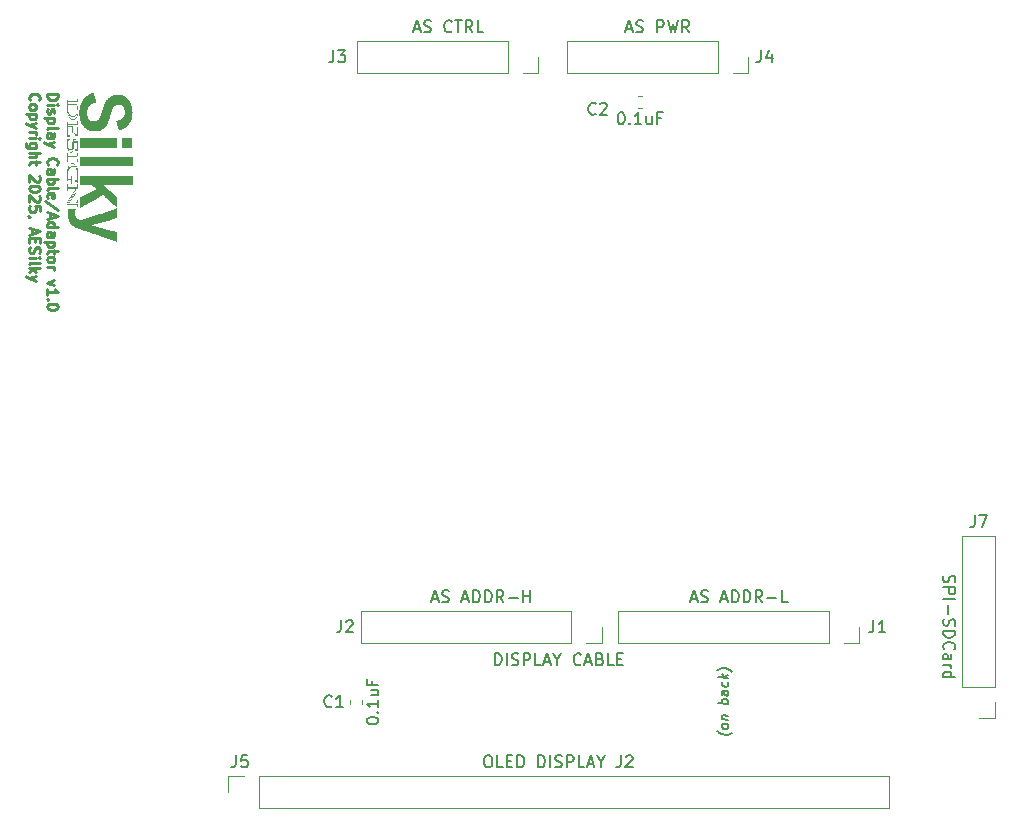
<source format=gbr>
%TF.GenerationSoftware,KiCad,Pcbnew,9.0.6*%
%TF.CreationDate,2025-11-14T14:39:25-08:00*%
%TF.ProjectId,SD-DADPT,53442d44-4144-4505-942e-6b696361645f,PR-1.0*%
%TF.SameCoordinates,Original*%
%TF.FileFunction,Legend,Top*%
%TF.FilePolarity,Positive*%
%FSLAX46Y46*%
G04 Gerber Fmt 4.6, Leading zero omitted, Abs format (unit mm)*
G04 Created by KiCad (PCBNEW 9.0.6) date 2025-11-14 14:39:25*
%MOMM*%
%LPD*%
G01*
G04 APERTURE LIST*
%ADD10C,0.222250*%
%ADD11C,0.150000*%
%ADD12C,0.127000*%
%ADD13C,0.120000*%
%ADD14C,0.000000*%
G04 APERTURE END LIST*
D10*
X70817019Y-81129883D02*
X70774686Y-81087550D01*
X70774686Y-81087550D02*
X70732352Y-80960550D01*
X70732352Y-80960550D02*
X70732352Y-80875883D01*
X70732352Y-80875883D02*
X70774686Y-80748883D01*
X70774686Y-80748883D02*
X70859352Y-80664217D01*
X70859352Y-80664217D02*
X70944019Y-80621883D01*
X70944019Y-80621883D02*
X71113352Y-80579550D01*
X71113352Y-80579550D02*
X71240352Y-80579550D01*
X71240352Y-80579550D02*
X71409686Y-80621883D01*
X71409686Y-80621883D02*
X71494352Y-80664217D01*
X71494352Y-80664217D02*
X71579019Y-80748883D01*
X71579019Y-80748883D02*
X71621352Y-80875883D01*
X71621352Y-80875883D02*
X71621352Y-80960550D01*
X71621352Y-80960550D02*
X71579019Y-81087550D01*
X71579019Y-81087550D02*
X71536686Y-81129883D01*
X70732352Y-81637883D02*
X70774686Y-81553217D01*
X70774686Y-81553217D02*
X70817019Y-81510883D01*
X70817019Y-81510883D02*
X70901686Y-81468550D01*
X70901686Y-81468550D02*
X71155686Y-81468550D01*
X71155686Y-81468550D02*
X71240352Y-81510883D01*
X71240352Y-81510883D02*
X71282686Y-81553217D01*
X71282686Y-81553217D02*
X71325019Y-81637883D01*
X71325019Y-81637883D02*
X71325019Y-81764883D01*
X71325019Y-81764883D02*
X71282686Y-81849550D01*
X71282686Y-81849550D02*
X71240352Y-81891883D01*
X71240352Y-81891883D02*
X71155686Y-81934217D01*
X71155686Y-81934217D02*
X70901686Y-81934217D01*
X70901686Y-81934217D02*
X70817019Y-81891883D01*
X70817019Y-81891883D02*
X70774686Y-81849550D01*
X70774686Y-81849550D02*
X70732352Y-81764883D01*
X70732352Y-81764883D02*
X70732352Y-81637883D01*
X71325019Y-82315216D02*
X70436019Y-82315216D01*
X71282686Y-82315216D02*
X71325019Y-82399883D01*
X71325019Y-82399883D02*
X71325019Y-82569216D01*
X71325019Y-82569216D02*
X71282686Y-82653883D01*
X71282686Y-82653883D02*
X71240352Y-82696216D01*
X71240352Y-82696216D02*
X71155686Y-82738550D01*
X71155686Y-82738550D02*
X70901686Y-82738550D01*
X70901686Y-82738550D02*
X70817019Y-82696216D01*
X70817019Y-82696216D02*
X70774686Y-82653883D01*
X70774686Y-82653883D02*
X70732352Y-82569216D01*
X70732352Y-82569216D02*
X70732352Y-82399883D01*
X70732352Y-82399883D02*
X70774686Y-82315216D01*
X71325019Y-83034883D02*
X70732352Y-83246549D01*
X71325019Y-83458216D02*
X70732352Y-83246549D01*
X70732352Y-83246549D02*
X70520686Y-83161883D01*
X70520686Y-83161883D02*
X70478352Y-83119549D01*
X70478352Y-83119549D02*
X70436019Y-83034883D01*
X70732352Y-83796882D02*
X71325019Y-83796882D01*
X71155686Y-83796882D02*
X71240352Y-83839216D01*
X71240352Y-83839216D02*
X71282686Y-83881549D01*
X71282686Y-83881549D02*
X71325019Y-83966216D01*
X71325019Y-83966216D02*
X71325019Y-84050882D01*
X70732352Y-84347215D02*
X71325019Y-84347215D01*
X71621352Y-84347215D02*
X71579019Y-84304882D01*
X71579019Y-84304882D02*
X71536686Y-84347215D01*
X71536686Y-84347215D02*
X71579019Y-84389549D01*
X71579019Y-84389549D02*
X71621352Y-84347215D01*
X71621352Y-84347215D02*
X71536686Y-84347215D01*
X71325019Y-85151548D02*
X70605352Y-85151548D01*
X70605352Y-85151548D02*
X70520686Y-85109215D01*
X70520686Y-85109215D02*
X70478352Y-85066882D01*
X70478352Y-85066882D02*
X70436019Y-84982215D01*
X70436019Y-84982215D02*
X70436019Y-84855215D01*
X70436019Y-84855215D02*
X70478352Y-84770548D01*
X70774686Y-85151548D02*
X70732352Y-85066882D01*
X70732352Y-85066882D02*
X70732352Y-84897548D01*
X70732352Y-84897548D02*
X70774686Y-84812882D01*
X70774686Y-84812882D02*
X70817019Y-84770548D01*
X70817019Y-84770548D02*
X70901686Y-84728215D01*
X70901686Y-84728215D02*
X71155686Y-84728215D01*
X71155686Y-84728215D02*
X71240352Y-84770548D01*
X71240352Y-84770548D02*
X71282686Y-84812882D01*
X71282686Y-84812882D02*
X71325019Y-84897548D01*
X71325019Y-84897548D02*
X71325019Y-85066882D01*
X71325019Y-85066882D02*
X71282686Y-85151548D01*
X70732352Y-85574881D02*
X71621352Y-85574881D01*
X70732352Y-85955881D02*
X71198019Y-85955881D01*
X71198019Y-85955881D02*
X71282686Y-85913548D01*
X71282686Y-85913548D02*
X71325019Y-85828881D01*
X71325019Y-85828881D02*
X71325019Y-85701881D01*
X71325019Y-85701881D02*
X71282686Y-85617215D01*
X71282686Y-85617215D02*
X71240352Y-85574881D01*
X71325019Y-86252214D02*
X71325019Y-86590881D01*
X71621352Y-86379214D02*
X70859352Y-86379214D01*
X70859352Y-86379214D02*
X70774686Y-86421548D01*
X70774686Y-86421548D02*
X70732352Y-86506214D01*
X70732352Y-86506214D02*
X70732352Y-86590881D01*
X71536686Y-87522214D02*
X71579019Y-87564547D01*
X71579019Y-87564547D02*
X71621352Y-87649214D01*
X71621352Y-87649214D02*
X71621352Y-87860881D01*
X71621352Y-87860881D02*
X71579019Y-87945547D01*
X71579019Y-87945547D02*
X71536686Y-87987881D01*
X71536686Y-87987881D02*
X71452019Y-88030214D01*
X71452019Y-88030214D02*
X71367352Y-88030214D01*
X71367352Y-88030214D02*
X71240352Y-87987881D01*
X71240352Y-87987881D02*
X70732352Y-87479881D01*
X70732352Y-87479881D02*
X70732352Y-88030214D01*
X71621352Y-88580548D02*
X71621352Y-88665214D01*
X71621352Y-88665214D02*
X71579019Y-88749881D01*
X71579019Y-88749881D02*
X71536686Y-88792214D01*
X71536686Y-88792214D02*
X71452019Y-88834548D01*
X71452019Y-88834548D02*
X71282686Y-88876881D01*
X71282686Y-88876881D02*
X71071019Y-88876881D01*
X71071019Y-88876881D02*
X70901686Y-88834548D01*
X70901686Y-88834548D02*
X70817019Y-88792214D01*
X70817019Y-88792214D02*
X70774686Y-88749881D01*
X70774686Y-88749881D02*
X70732352Y-88665214D01*
X70732352Y-88665214D02*
X70732352Y-88580548D01*
X70732352Y-88580548D02*
X70774686Y-88495881D01*
X70774686Y-88495881D02*
X70817019Y-88453548D01*
X70817019Y-88453548D02*
X70901686Y-88411214D01*
X70901686Y-88411214D02*
X71071019Y-88368881D01*
X71071019Y-88368881D02*
X71282686Y-88368881D01*
X71282686Y-88368881D02*
X71452019Y-88411214D01*
X71452019Y-88411214D02*
X71536686Y-88453548D01*
X71536686Y-88453548D02*
X71579019Y-88495881D01*
X71579019Y-88495881D02*
X71621352Y-88580548D01*
X71536686Y-89215548D02*
X71579019Y-89257881D01*
X71579019Y-89257881D02*
X71621352Y-89342548D01*
X71621352Y-89342548D02*
X71621352Y-89554215D01*
X71621352Y-89554215D02*
X71579019Y-89638881D01*
X71579019Y-89638881D02*
X71536686Y-89681215D01*
X71536686Y-89681215D02*
X71452019Y-89723548D01*
X71452019Y-89723548D02*
X71367352Y-89723548D01*
X71367352Y-89723548D02*
X71240352Y-89681215D01*
X71240352Y-89681215D02*
X70732352Y-89173215D01*
X70732352Y-89173215D02*
X70732352Y-89723548D01*
X71621352Y-90527882D02*
X71621352Y-90104548D01*
X71621352Y-90104548D02*
X71198019Y-90062215D01*
X71198019Y-90062215D02*
X71240352Y-90104548D01*
X71240352Y-90104548D02*
X71282686Y-90189215D01*
X71282686Y-90189215D02*
X71282686Y-90400882D01*
X71282686Y-90400882D02*
X71240352Y-90485548D01*
X71240352Y-90485548D02*
X71198019Y-90527882D01*
X71198019Y-90527882D02*
X71113352Y-90570215D01*
X71113352Y-90570215D02*
X70901686Y-90570215D01*
X70901686Y-90570215D02*
X70817019Y-90527882D01*
X70817019Y-90527882D02*
X70774686Y-90485548D01*
X70774686Y-90485548D02*
X70732352Y-90400882D01*
X70732352Y-90400882D02*
X70732352Y-90189215D01*
X70732352Y-90189215D02*
X70774686Y-90104548D01*
X70774686Y-90104548D02*
X70817019Y-90062215D01*
X70774686Y-90993549D02*
X70732352Y-90993549D01*
X70732352Y-90993549D02*
X70647686Y-90951215D01*
X70647686Y-90951215D02*
X70605352Y-90908882D01*
X70986352Y-92009548D02*
X70986352Y-92432881D01*
X70732352Y-91924881D02*
X71621352Y-92221215D01*
X71621352Y-92221215D02*
X70732352Y-92517548D01*
X71198019Y-92813881D02*
X71198019Y-93110215D01*
X70732352Y-93237215D02*
X70732352Y-92813881D01*
X70732352Y-92813881D02*
X71621352Y-92813881D01*
X71621352Y-92813881D02*
X71621352Y-93237215D01*
X70774686Y-93575881D02*
X70732352Y-93702881D01*
X70732352Y-93702881D02*
X70732352Y-93914548D01*
X70732352Y-93914548D02*
X70774686Y-93999214D01*
X70774686Y-93999214D02*
X70817019Y-94041548D01*
X70817019Y-94041548D02*
X70901686Y-94083881D01*
X70901686Y-94083881D02*
X70986352Y-94083881D01*
X70986352Y-94083881D02*
X71071019Y-94041548D01*
X71071019Y-94041548D02*
X71113352Y-93999214D01*
X71113352Y-93999214D02*
X71155686Y-93914548D01*
X71155686Y-93914548D02*
X71198019Y-93745214D01*
X71198019Y-93745214D02*
X71240352Y-93660548D01*
X71240352Y-93660548D02*
X71282686Y-93618214D01*
X71282686Y-93618214D02*
X71367352Y-93575881D01*
X71367352Y-93575881D02*
X71452019Y-93575881D01*
X71452019Y-93575881D02*
X71536686Y-93618214D01*
X71536686Y-93618214D02*
X71579019Y-93660548D01*
X71579019Y-93660548D02*
X71621352Y-93745214D01*
X71621352Y-93745214D02*
X71621352Y-93956881D01*
X71621352Y-93956881D02*
X71579019Y-94083881D01*
X70732352Y-94464881D02*
X71325019Y-94464881D01*
X71621352Y-94464881D02*
X71579019Y-94422548D01*
X71579019Y-94422548D02*
X71536686Y-94464881D01*
X71536686Y-94464881D02*
X71579019Y-94507215D01*
X71579019Y-94507215D02*
X71621352Y-94464881D01*
X71621352Y-94464881D02*
X71536686Y-94464881D01*
X70732352Y-95015214D02*
X70774686Y-94930548D01*
X70774686Y-94930548D02*
X70859352Y-94888214D01*
X70859352Y-94888214D02*
X71621352Y-94888214D01*
X70732352Y-95353881D02*
X71621352Y-95353881D01*
X71071019Y-95438548D02*
X70732352Y-95692548D01*
X71325019Y-95692548D02*
X70986352Y-95353881D01*
X71325019Y-95988882D02*
X70732352Y-96200548D01*
X71325019Y-96412215D02*
X70732352Y-96200548D01*
X70732352Y-96200548D02*
X70520686Y-96115882D01*
X70520686Y-96115882D02*
X70478352Y-96073548D01*
X70478352Y-96073548D02*
X70436019Y-95988882D01*
X72256352Y-80621883D02*
X73145352Y-80621883D01*
X73145352Y-80621883D02*
X73145352Y-80833550D01*
X73145352Y-80833550D02*
X73103019Y-80960550D01*
X73103019Y-80960550D02*
X73018352Y-81045217D01*
X73018352Y-81045217D02*
X72933686Y-81087550D01*
X72933686Y-81087550D02*
X72764352Y-81129883D01*
X72764352Y-81129883D02*
X72637352Y-81129883D01*
X72637352Y-81129883D02*
X72468019Y-81087550D01*
X72468019Y-81087550D02*
X72383352Y-81045217D01*
X72383352Y-81045217D02*
X72298686Y-80960550D01*
X72298686Y-80960550D02*
X72256352Y-80833550D01*
X72256352Y-80833550D02*
X72256352Y-80621883D01*
X72256352Y-81510883D02*
X72849019Y-81510883D01*
X73145352Y-81510883D02*
X73103019Y-81468550D01*
X73103019Y-81468550D02*
X73060686Y-81510883D01*
X73060686Y-81510883D02*
X73103019Y-81553217D01*
X73103019Y-81553217D02*
X73145352Y-81510883D01*
X73145352Y-81510883D02*
X73060686Y-81510883D01*
X72298686Y-81891883D02*
X72256352Y-81976550D01*
X72256352Y-81976550D02*
X72256352Y-82145883D01*
X72256352Y-82145883D02*
X72298686Y-82230550D01*
X72298686Y-82230550D02*
X72383352Y-82272883D01*
X72383352Y-82272883D02*
X72425686Y-82272883D01*
X72425686Y-82272883D02*
X72510352Y-82230550D01*
X72510352Y-82230550D02*
X72552686Y-82145883D01*
X72552686Y-82145883D02*
X72552686Y-82018883D01*
X72552686Y-82018883D02*
X72595019Y-81934216D01*
X72595019Y-81934216D02*
X72679686Y-81891883D01*
X72679686Y-81891883D02*
X72722019Y-81891883D01*
X72722019Y-81891883D02*
X72806686Y-81934216D01*
X72806686Y-81934216D02*
X72849019Y-82018883D01*
X72849019Y-82018883D02*
X72849019Y-82145883D01*
X72849019Y-82145883D02*
X72806686Y-82230550D01*
X72849019Y-82653883D02*
X71960019Y-82653883D01*
X72806686Y-82653883D02*
X72849019Y-82738550D01*
X72849019Y-82738550D02*
X72849019Y-82907883D01*
X72849019Y-82907883D02*
X72806686Y-82992550D01*
X72806686Y-82992550D02*
X72764352Y-83034883D01*
X72764352Y-83034883D02*
X72679686Y-83077217D01*
X72679686Y-83077217D02*
X72425686Y-83077217D01*
X72425686Y-83077217D02*
X72341019Y-83034883D01*
X72341019Y-83034883D02*
X72298686Y-82992550D01*
X72298686Y-82992550D02*
X72256352Y-82907883D01*
X72256352Y-82907883D02*
X72256352Y-82738550D01*
X72256352Y-82738550D02*
X72298686Y-82653883D01*
X72256352Y-83585216D02*
X72298686Y-83500550D01*
X72298686Y-83500550D02*
X72383352Y-83458216D01*
X72383352Y-83458216D02*
X73145352Y-83458216D01*
X72256352Y-84304883D02*
X72722019Y-84304883D01*
X72722019Y-84304883D02*
X72806686Y-84262550D01*
X72806686Y-84262550D02*
X72849019Y-84177883D01*
X72849019Y-84177883D02*
X72849019Y-84008550D01*
X72849019Y-84008550D02*
X72806686Y-83923883D01*
X72298686Y-84304883D02*
X72256352Y-84220217D01*
X72256352Y-84220217D02*
X72256352Y-84008550D01*
X72256352Y-84008550D02*
X72298686Y-83923883D01*
X72298686Y-83923883D02*
X72383352Y-83881550D01*
X72383352Y-83881550D02*
X72468019Y-83881550D01*
X72468019Y-83881550D02*
X72552686Y-83923883D01*
X72552686Y-83923883D02*
X72595019Y-84008550D01*
X72595019Y-84008550D02*
X72595019Y-84220217D01*
X72595019Y-84220217D02*
X72637352Y-84304883D01*
X72849019Y-84643550D02*
X72256352Y-84855216D01*
X72849019Y-85066883D02*
X72256352Y-84855216D01*
X72256352Y-84855216D02*
X72044686Y-84770550D01*
X72044686Y-84770550D02*
X72002352Y-84728216D01*
X72002352Y-84728216D02*
X71960019Y-84643550D01*
X72341019Y-86590882D02*
X72298686Y-86548549D01*
X72298686Y-86548549D02*
X72256352Y-86421549D01*
X72256352Y-86421549D02*
X72256352Y-86336882D01*
X72256352Y-86336882D02*
X72298686Y-86209882D01*
X72298686Y-86209882D02*
X72383352Y-86125216D01*
X72383352Y-86125216D02*
X72468019Y-86082882D01*
X72468019Y-86082882D02*
X72637352Y-86040549D01*
X72637352Y-86040549D02*
X72764352Y-86040549D01*
X72764352Y-86040549D02*
X72933686Y-86082882D01*
X72933686Y-86082882D02*
X73018352Y-86125216D01*
X73018352Y-86125216D02*
X73103019Y-86209882D01*
X73103019Y-86209882D02*
X73145352Y-86336882D01*
X73145352Y-86336882D02*
X73145352Y-86421549D01*
X73145352Y-86421549D02*
X73103019Y-86548549D01*
X73103019Y-86548549D02*
X73060686Y-86590882D01*
X72256352Y-87352882D02*
X72722019Y-87352882D01*
X72722019Y-87352882D02*
X72806686Y-87310549D01*
X72806686Y-87310549D02*
X72849019Y-87225882D01*
X72849019Y-87225882D02*
X72849019Y-87056549D01*
X72849019Y-87056549D02*
X72806686Y-86971882D01*
X72298686Y-87352882D02*
X72256352Y-87268216D01*
X72256352Y-87268216D02*
X72256352Y-87056549D01*
X72256352Y-87056549D02*
X72298686Y-86971882D01*
X72298686Y-86971882D02*
X72383352Y-86929549D01*
X72383352Y-86929549D02*
X72468019Y-86929549D01*
X72468019Y-86929549D02*
X72552686Y-86971882D01*
X72552686Y-86971882D02*
X72595019Y-87056549D01*
X72595019Y-87056549D02*
X72595019Y-87268216D01*
X72595019Y-87268216D02*
X72637352Y-87352882D01*
X72256352Y-87776215D02*
X73145352Y-87776215D01*
X72806686Y-87776215D02*
X72849019Y-87860882D01*
X72849019Y-87860882D02*
X72849019Y-88030215D01*
X72849019Y-88030215D02*
X72806686Y-88114882D01*
X72806686Y-88114882D02*
X72764352Y-88157215D01*
X72764352Y-88157215D02*
X72679686Y-88199549D01*
X72679686Y-88199549D02*
X72425686Y-88199549D01*
X72425686Y-88199549D02*
X72341019Y-88157215D01*
X72341019Y-88157215D02*
X72298686Y-88114882D01*
X72298686Y-88114882D02*
X72256352Y-88030215D01*
X72256352Y-88030215D02*
X72256352Y-87860882D01*
X72256352Y-87860882D02*
X72298686Y-87776215D01*
X72256352Y-88707548D02*
X72298686Y-88622882D01*
X72298686Y-88622882D02*
X72383352Y-88580548D01*
X72383352Y-88580548D02*
X73145352Y-88580548D01*
X72298686Y-89384882D02*
X72256352Y-89300215D01*
X72256352Y-89300215D02*
X72256352Y-89130882D01*
X72256352Y-89130882D02*
X72298686Y-89046215D01*
X72298686Y-89046215D02*
X72383352Y-89003882D01*
X72383352Y-89003882D02*
X72722019Y-89003882D01*
X72722019Y-89003882D02*
X72806686Y-89046215D01*
X72806686Y-89046215D02*
X72849019Y-89130882D01*
X72849019Y-89130882D02*
X72849019Y-89300215D01*
X72849019Y-89300215D02*
X72806686Y-89384882D01*
X72806686Y-89384882D02*
X72722019Y-89427215D01*
X72722019Y-89427215D02*
X72637352Y-89427215D01*
X72637352Y-89427215D02*
X72552686Y-89003882D01*
X73187686Y-90443215D02*
X72044686Y-89681215D01*
X72510352Y-90697215D02*
X72510352Y-91120548D01*
X72256352Y-90612548D02*
X73145352Y-90908882D01*
X73145352Y-90908882D02*
X72256352Y-91205215D01*
X72256352Y-91882548D02*
X73145352Y-91882548D01*
X72298686Y-91882548D02*
X72256352Y-91797882D01*
X72256352Y-91797882D02*
X72256352Y-91628548D01*
X72256352Y-91628548D02*
X72298686Y-91543882D01*
X72298686Y-91543882D02*
X72341019Y-91501548D01*
X72341019Y-91501548D02*
X72425686Y-91459215D01*
X72425686Y-91459215D02*
X72679686Y-91459215D01*
X72679686Y-91459215D02*
X72764352Y-91501548D01*
X72764352Y-91501548D02*
X72806686Y-91543882D01*
X72806686Y-91543882D02*
X72849019Y-91628548D01*
X72849019Y-91628548D02*
X72849019Y-91797882D01*
X72849019Y-91797882D02*
X72806686Y-91882548D01*
X72256352Y-92686881D02*
X72722019Y-92686881D01*
X72722019Y-92686881D02*
X72806686Y-92644548D01*
X72806686Y-92644548D02*
X72849019Y-92559881D01*
X72849019Y-92559881D02*
X72849019Y-92390548D01*
X72849019Y-92390548D02*
X72806686Y-92305881D01*
X72298686Y-92686881D02*
X72256352Y-92602215D01*
X72256352Y-92602215D02*
X72256352Y-92390548D01*
X72256352Y-92390548D02*
X72298686Y-92305881D01*
X72298686Y-92305881D02*
X72383352Y-92263548D01*
X72383352Y-92263548D02*
X72468019Y-92263548D01*
X72468019Y-92263548D02*
X72552686Y-92305881D01*
X72552686Y-92305881D02*
X72595019Y-92390548D01*
X72595019Y-92390548D02*
X72595019Y-92602215D01*
X72595019Y-92602215D02*
X72637352Y-92686881D01*
X72849019Y-93110214D02*
X71960019Y-93110214D01*
X72806686Y-93110214D02*
X72849019Y-93194881D01*
X72849019Y-93194881D02*
X72849019Y-93364214D01*
X72849019Y-93364214D02*
X72806686Y-93448881D01*
X72806686Y-93448881D02*
X72764352Y-93491214D01*
X72764352Y-93491214D02*
X72679686Y-93533548D01*
X72679686Y-93533548D02*
X72425686Y-93533548D01*
X72425686Y-93533548D02*
X72341019Y-93491214D01*
X72341019Y-93491214D02*
X72298686Y-93448881D01*
X72298686Y-93448881D02*
X72256352Y-93364214D01*
X72256352Y-93364214D02*
X72256352Y-93194881D01*
X72256352Y-93194881D02*
X72298686Y-93110214D01*
X72849019Y-93787547D02*
X72849019Y-94126214D01*
X73145352Y-93914547D02*
X72383352Y-93914547D01*
X72383352Y-93914547D02*
X72298686Y-93956881D01*
X72298686Y-93956881D02*
X72256352Y-94041547D01*
X72256352Y-94041547D02*
X72256352Y-94126214D01*
X72256352Y-94549547D02*
X72298686Y-94464881D01*
X72298686Y-94464881D02*
X72341019Y-94422547D01*
X72341019Y-94422547D02*
X72425686Y-94380214D01*
X72425686Y-94380214D02*
X72679686Y-94380214D01*
X72679686Y-94380214D02*
X72764352Y-94422547D01*
X72764352Y-94422547D02*
X72806686Y-94464881D01*
X72806686Y-94464881D02*
X72849019Y-94549547D01*
X72849019Y-94549547D02*
X72849019Y-94676547D01*
X72849019Y-94676547D02*
X72806686Y-94761214D01*
X72806686Y-94761214D02*
X72764352Y-94803547D01*
X72764352Y-94803547D02*
X72679686Y-94845881D01*
X72679686Y-94845881D02*
X72425686Y-94845881D01*
X72425686Y-94845881D02*
X72341019Y-94803547D01*
X72341019Y-94803547D02*
X72298686Y-94761214D01*
X72298686Y-94761214D02*
X72256352Y-94676547D01*
X72256352Y-94676547D02*
X72256352Y-94549547D01*
X72256352Y-95226880D02*
X72849019Y-95226880D01*
X72679686Y-95226880D02*
X72764352Y-95269214D01*
X72764352Y-95269214D02*
X72806686Y-95311547D01*
X72806686Y-95311547D02*
X72849019Y-95396214D01*
X72849019Y-95396214D02*
X72849019Y-95480880D01*
X72849019Y-96369880D02*
X72256352Y-96581546D01*
X72256352Y-96581546D02*
X72849019Y-96793213D01*
X72256352Y-97597546D02*
X72256352Y-97089546D01*
X72256352Y-97343546D02*
X73145352Y-97343546D01*
X73145352Y-97343546D02*
X73018352Y-97258879D01*
X73018352Y-97258879D02*
X72933686Y-97174213D01*
X72933686Y-97174213D02*
X72891352Y-97089546D01*
X72341019Y-97978546D02*
X72298686Y-98020880D01*
X72298686Y-98020880D02*
X72256352Y-97978546D01*
X72256352Y-97978546D02*
X72298686Y-97936213D01*
X72298686Y-97936213D02*
X72341019Y-97978546D01*
X72341019Y-97978546D02*
X72256352Y-97978546D01*
X73145352Y-98571213D02*
X73145352Y-98655879D01*
X73145352Y-98655879D02*
X73103019Y-98740546D01*
X73103019Y-98740546D02*
X73060686Y-98782879D01*
X73060686Y-98782879D02*
X72976019Y-98825213D01*
X72976019Y-98825213D02*
X72806686Y-98867546D01*
X72806686Y-98867546D02*
X72595019Y-98867546D01*
X72595019Y-98867546D02*
X72425686Y-98825213D01*
X72425686Y-98825213D02*
X72341019Y-98782879D01*
X72341019Y-98782879D02*
X72298686Y-98740546D01*
X72298686Y-98740546D02*
X72256352Y-98655879D01*
X72256352Y-98655879D02*
X72256352Y-98571213D01*
X72256352Y-98571213D02*
X72298686Y-98486546D01*
X72298686Y-98486546D02*
X72341019Y-98444213D01*
X72341019Y-98444213D02*
X72425686Y-98401879D01*
X72425686Y-98401879D02*
X72595019Y-98359546D01*
X72595019Y-98359546D02*
X72806686Y-98359546D01*
X72806686Y-98359546D02*
X72976019Y-98401879D01*
X72976019Y-98401879D02*
X73060686Y-98444213D01*
X73060686Y-98444213D02*
X73103019Y-98486546D01*
X73103019Y-98486546D02*
X73145352Y-98571213D01*
D11*
X96500839Y-76924819D02*
X96500839Y-77639104D01*
X96500839Y-77639104D02*
X96453220Y-77781961D01*
X96453220Y-77781961D02*
X96357982Y-77877200D01*
X96357982Y-77877200D02*
X96215125Y-77924819D01*
X96215125Y-77924819D02*
X96119887Y-77924819D01*
X96881792Y-76924819D02*
X97500839Y-76924819D01*
X97500839Y-76924819D02*
X97167506Y-77305771D01*
X97167506Y-77305771D02*
X97310363Y-77305771D01*
X97310363Y-77305771D02*
X97405601Y-77353390D01*
X97405601Y-77353390D02*
X97453220Y-77401009D01*
X97453220Y-77401009D02*
X97500839Y-77496247D01*
X97500839Y-77496247D02*
X97500839Y-77734342D01*
X97500839Y-77734342D02*
X97453220Y-77829580D01*
X97453220Y-77829580D02*
X97405601Y-77877200D01*
X97405601Y-77877200D02*
X97310363Y-77924819D01*
X97310363Y-77924819D02*
X97024649Y-77924819D01*
X97024649Y-77924819D02*
X96929411Y-77877200D01*
X96929411Y-77877200D02*
X96881792Y-77829580D01*
X103316047Y-75099104D02*
X103792237Y-75099104D01*
X103220809Y-75384819D02*
X103554142Y-74384819D01*
X103554142Y-74384819D02*
X103887475Y-75384819D01*
X104173190Y-75337200D02*
X104316047Y-75384819D01*
X104316047Y-75384819D02*
X104554142Y-75384819D01*
X104554142Y-75384819D02*
X104649380Y-75337200D01*
X104649380Y-75337200D02*
X104696999Y-75289580D01*
X104696999Y-75289580D02*
X104744618Y-75194342D01*
X104744618Y-75194342D02*
X104744618Y-75099104D01*
X104744618Y-75099104D02*
X104696999Y-75003866D01*
X104696999Y-75003866D02*
X104649380Y-74956247D01*
X104649380Y-74956247D02*
X104554142Y-74908628D01*
X104554142Y-74908628D02*
X104363666Y-74861009D01*
X104363666Y-74861009D02*
X104268428Y-74813390D01*
X104268428Y-74813390D02*
X104220809Y-74765771D01*
X104220809Y-74765771D02*
X104173190Y-74670533D01*
X104173190Y-74670533D02*
X104173190Y-74575295D01*
X104173190Y-74575295D02*
X104220809Y-74480057D01*
X104220809Y-74480057D02*
X104268428Y-74432438D01*
X104268428Y-74432438D02*
X104363666Y-74384819D01*
X104363666Y-74384819D02*
X104601761Y-74384819D01*
X104601761Y-74384819D02*
X104744618Y-74432438D01*
X106506523Y-75289580D02*
X106458904Y-75337200D01*
X106458904Y-75337200D02*
X106316047Y-75384819D01*
X106316047Y-75384819D02*
X106220809Y-75384819D01*
X106220809Y-75384819D02*
X106077952Y-75337200D01*
X106077952Y-75337200D02*
X105982714Y-75241961D01*
X105982714Y-75241961D02*
X105935095Y-75146723D01*
X105935095Y-75146723D02*
X105887476Y-74956247D01*
X105887476Y-74956247D02*
X105887476Y-74813390D01*
X105887476Y-74813390D02*
X105935095Y-74622914D01*
X105935095Y-74622914D02*
X105982714Y-74527676D01*
X105982714Y-74527676D02*
X106077952Y-74432438D01*
X106077952Y-74432438D02*
X106220809Y-74384819D01*
X106220809Y-74384819D02*
X106316047Y-74384819D01*
X106316047Y-74384819D02*
X106458904Y-74432438D01*
X106458904Y-74432438D02*
X106506523Y-74480057D01*
X106792238Y-74384819D02*
X107363666Y-74384819D01*
X107077952Y-75384819D02*
X107077952Y-74384819D01*
X108268428Y-75384819D02*
X107935095Y-74908628D01*
X107697000Y-75384819D02*
X107697000Y-74384819D01*
X107697000Y-74384819D02*
X108077952Y-74384819D01*
X108077952Y-74384819D02*
X108173190Y-74432438D01*
X108173190Y-74432438D02*
X108220809Y-74480057D01*
X108220809Y-74480057D02*
X108268428Y-74575295D01*
X108268428Y-74575295D02*
X108268428Y-74718152D01*
X108268428Y-74718152D02*
X108220809Y-74813390D01*
X108220809Y-74813390D02*
X108173190Y-74861009D01*
X108173190Y-74861009D02*
X108077952Y-74908628D01*
X108077952Y-74908628D02*
X107697000Y-74908628D01*
X109173190Y-75384819D02*
X108697000Y-75384819D01*
X108697000Y-75384819D02*
X108697000Y-74384819D01*
X132695839Y-76924819D02*
X132695839Y-77639104D01*
X132695839Y-77639104D02*
X132648220Y-77781961D01*
X132648220Y-77781961D02*
X132552982Y-77877200D01*
X132552982Y-77877200D02*
X132410125Y-77924819D01*
X132410125Y-77924819D02*
X132314887Y-77924819D01*
X133600601Y-77258152D02*
X133600601Y-77924819D01*
X133362506Y-76877200D02*
X133124411Y-77591485D01*
X133124411Y-77591485D02*
X133743458Y-77591485D01*
X121285333Y-75099104D02*
X121761523Y-75099104D01*
X121190095Y-75384819D02*
X121523428Y-74384819D01*
X121523428Y-74384819D02*
X121856761Y-75384819D01*
X122142476Y-75337200D02*
X122285333Y-75384819D01*
X122285333Y-75384819D02*
X122523428Y-75384819D01*
X122523428Y-75384819D02*
X122618666Y-75337200D01*
X122618666Y-75337200D02*
X122666285Y-75289580D01*
X122666285Y-75289580D02*
X122713904Y-75194342D01*
X122713904Y-75194342D02*
X122713904Y-75099104D01*
X122713904Y-75099104D02*
X122666285Y-75003866D01*
X122666285Y-75003866D02*
X122618666Y-74956247D01*
X122618666Y-74956247D02*
X122523428Y-74908628D01*
X122523428Y-74908628D02*
X122332952Y-74861009D01*
X122332952Y-74861009D02*
X122237714Y-74813390D01*
X122237714Y-74813390D02*
X122190095Y-74765771D01*
X122190095Y-74765771D02*
X122142476Y-74670533D01*
X122142476Y-74670533D02*
X122142476Y-74575295D01*
X122142476Y-74575295D02*
X122190095Y-74480057D01*
X122190095Y-74480057D02*
X122237714Y-74432438D01*
X122237714Y-74432438D02*
X122332952Y-74384819D01*
X122332952Y-74384819D02*
X122571047Y-74384819D01*
X122571047Y-74384819D02*
X122713904Y-74432438D01*
X123904381Y-75384819D02*
X123904381Y-74384819D01*
X123904381Y-74384819D02*
X124285333Y-74384819D01*
X124285333Y-74384819D02*
X124380571Y-74432438D01*
X124380571Y-74432438D02*
X124428190Y-74480057D01*
X124428190Y-74480057D02*
X124475809Y-74575295D01*
X124475809Y-74575295D02*
X124475809Y-74718152D01*
X124475809Y-74718152D02*
X124428190Y-74813390D01*
X124428190Y-74813390D02*
X124380571Y-74861009D01*
X124380571Y-74861009D02*
X124285333Y-74908628D01*
X124285333Y-74908628D02*
X123904381Y-74908628D01*
X124809143Y-74384819D02*
X125047238Y-75384819D01*
X125047238Y-75384819D02*
X125237714Y-74670533D01*
X125237714Y-74670533D02*
X125428190Y-75384819D01*
X125428190Y-75384819D02*
X125666286Y-74384819D01*
X126618666Y-75384819D02*
X126285333Y-74908628D01*
X126047238Y-75384819D02*
X126047238Y-74384819D01*
X126047238Y-74384819D02*
X126428190Y-74384819D01*
X126428190Y-74384819D02*
X126523428Y-74432438D01*
X126523428Y-74432438D02*
X126571047Y-74480057D01*
X126571047Y-74480057D02*
X126618666Y-74575295D01*
X126618666Y-74575295D02*
X126618666Y-74718152D01*
X126618666Y-74718152D02*
X126571047Y-74813390D01*
X126571047Y-74813390D02*
X126523428Y-74861009D01*
X126523428Y-74861009D02*
X126428190Y-74908628D01*
X126428190Y-74908628D02*
X126047238Y-74908628D01*
X142220839Y-125184819D02*
X142220839Y-125899104D01*
X142220839Y-125899104D02*
X142173220Y-126041961D01*
X142173220Y-126041961D02*
X142077982Y-126137200D01*
X142077982Y-126137200D02*
X141935125Y-126184819D01*
X141935125Y-126184819D02*
X141839887Y-126184819D01*
X143220839Y-126184819D02*
X142649411Y-126184819D01*
X142935125Y-126184819D02*
X142935125Y-125184819D01*
X142935125Y-125184819D02*
X142839887Y-125327676D01*
X142839887Y-125327676D02*
X142744649Y-125422914D01*
X142744649Y-125422914D02*
X142649411Y-125470533D01*
X126762381Y-123359104D02*
X127238571Y-123359104D01*
X126667143Y-123644819D02*
X127000476Y-122644819D01*
X127000476Y-122644819D02*
X127333809Y-123644819D01*
X127619524Y-123597200D02*
X127762381Y-123644819D01*
X127762381Y-123644819D02*
X128000476Y-123644819D01*
X128000476Y-123644819D02*
X128095714Y-123597200D01*
X128095714Y-123597200D02*
X128143333Y-123549580D01*
X128143333Y-123549580D02*
X128190952Y-123454342D01*
X128190952Y-123454342D02*
X128190952Y-123359104D01*
X128190952Y-123359104D02*
X128143333Y-123263866D01*
X128143333Y-123263866D02*
X128095714Y-123216247D01*
X128095714Y-123216247D02*
X128000476Y-123168628D01*
X128000476Y-123168628D02*
X127810000Y-123121009D01*
X127810000Y-123121009D02*
X127714762Y-123073390D01*
X127714762Y-123073390D02*
X127667143Y-123025771D01*
X127667143Y-123025771D02*
X127619524Y-122930533D01*
X127619524Y-122930533D02*
X127619524Y-122835295D01*
X127619524Y-122835295D02*
X127667143Y-122740057D01*
X127667143Y-122740057D02*
X127714762Y-122692438D01*
X127714762Y-122692438D02*
X127810000Y-122644819D01*
X127810000Y-122644819D02*
X128048095Y-122644819D01*
X128048095Y-122644819D02*
X128190952Y-122692438D01*
X129333810Y-123359104D02*
X129810000Y-123359104D01*
X129238572Y-123644819D02*
X129571905Y-122644819D01*
X129571905Y-122644819D02*
X129905238Y-123644819D01*
X130238572Y-123644819D02*
X130238572Y-122644819D01*
X130238572Y-122644819D02*
X130476667Y-122644819D01*
X130476667Y-122644819D02*
X130619524Y-122692438D01*
X130619524Y-122692438D02*
X130714762Y-122787676D01*
X130714762Y-122787676D02*
X130762381Y-122882914D01*
X130762381Y-122882914D02*
X130810000Y-123073390D01*
X130810000Y-123073390D02*
X130810000Y-123216247D01*
X130810000Y-123216247D02*
X130762381Y-123406723D01*
X130762381Y-123406723D02*
X130714762Y-123501961D01*
X130714762Y-123501961D02*
X130619524Y-123597200D01*
X130619524Y-123597200D02*
X130476667Y-123644819D01*
X130476667Y-123644819D02*
X130238572Y-123644819D01*
X131238572Y-123644819D02*
X131238572Y-122644819D01*
X131238572Y-122644819D02*
X131476667Y-122644819D01*
X131476667Y-122644819D02*
X131619524Y-122692438D01*
X131619524Y-122692438D02*
X131714762Y-122787676D01*
X131714762Y-122787676D02*
X131762381Y-122882914D01*
X131762381Y-122882914D02*
X131810000Y-123073390D01*
X131810000Y-123073390D02*
X131810000Y-123216247D01*
X131810000Y-123216247D02*
X131762381Y-123406723D01*
X131762381Y-123406723D02*
X131714762Y-123501961D01*
X131714762Y-123501961D02*
X131619524Y-123597200D01*
X131619524Y-123597200D02*
X131476667Y-123644819D01*
X131476667Y-123644819D02*
X131238572Y-123644819D01*
X132810000Y-123644819D02*
X132476667Y-123168628D01*
X132238572Y-123644819D02*
X132238572Y-122644819D01*
X132238572Y-122644819D02*
X132619524Y-122644819D01*
X132619524Y-122644819D02*
X132714762Y-122692438D01*
X132714762Y-122692438D02*
X132762381Y-122740057D01*
X132762381Y-122740057D02*
X132810000Y-122835295D01*
X132810000Y-122835295D02*
X132810000Y-122978152D01*
X132810000Y-122978152D02*
X132762381Y-123073390D01*
X132762381Y-123073390D02*
X132714762Y-123121009D01*
X132714762Y-123121009D02*
X132619524Y-123168628D01*
X132619524Y-123168628D02*
X132238572Y-123168628D01*
X133238572Y-123263866D02*
X134000477Y-123263866D01*
X134952857Y-123644819D02*
X134476667Y-123644819D01*
X134476667Y-123644819D02*
X134476667Y-122644819D01*
X118705333Y-82274580D02*
X118657714Y-82322200D01*
X118657714Y-82322200D02*
X118514857Y-82369819D01*
X118514857Y-82369819D02*
X118419619Y-82369819D01*
X118419619Y-82369819D02*
X118276762Y-82322200D01*
X118276762Y-82322200D02*
X118181524Y-82226961D01*
X118181524Y-82226961D02*
X118133905Y-82131723D01*
X118133905Y-82131723D02*
X118086286Y-81941247D01*
X118086286Y-81941247D02*
X118086286Y-81798390D01*
X118086286Y-81798390D02*
X118133905Y-81607914D01*
X118133905Y-81607914D02*
X118181524Y-81512676D01*
X118181524Y-81512676D02*
X118276762Y-81417438D01*
X118276762Y-81417438D02*
X118419619Y-81369819D01*
X118419619Y-81369819D02*
X118514857Y-81369819D01*
X118514857Y-81369819D02*
X118657714Y-81417438D01*
X118657714Y-81417438D02*
X118705333Y-81465057D01*
X119086286Y-81465057D02*
X119133905Y-81417438D01*
X119133905Y-81417438D02*
X119229143Y-81369819D01*
X119229143Y-81369819D02*
X119467238Y-81369819D01*
X119467238Y-81369819D02*
X119562476Y-81417438D01*
X119562476Y-81417438D02*
X119610095Y-81465057D01*
X119610095Y-81465057D02*
X119657714Y-81560295D01*
X119657714Y-81560295D02*
X119657714Y-81655533D01*
X119657714Y-81655533D02*
X119610095Y-81798390D01*
X119610095Y-81798390D02*
X119038667Y-82369819D01*
X119038667Y-82369819D02*
X119657714Y-82369819D01*
X120811643Y-82164819D02*
X120906881Y-82164819D01*
X120906881Y-82164819D02*
X121002119Y-82212438D01*
X121002119Y-82212438D02*
X121049738Y-82260057D01*
X121049738Y-82260057D02*
X121097357Y-82355295D01*
X121097357Y-82355295D02*
X121144976Y-82545771D01*
X121144976Y-82545771D02*
X121144976Y-82783866D01*
X121144976Y-82783866D02*
X121097357Y-82974342D01*
X121097357Y-82974342D02*
X121049738Y-83069580D01*
X121049738Y-83069580D02*
X121002119Y-83117200D01*
X121002119Y-83117200D02*
X120906881Y-83164819D01*
X120906881Y-83164819D02*
X120811643Y-83164819D01*
X120811643Y-83164819D02*
X120716405Y-83117200D01*
X120716405Y-83117200D02*
X120668786Y-83069580D01*
X120668786Y-83069580D02*
X120621167Y-82974342D01*
X120621167Y-82974342D02*
X120573548Y-82783866D01*
X120573548Y-82783866D02*
X120573548Y-82545771D01*
X120573548Y-82545771D02*
X120621167Y-82355295D01*
X120621167Y-82355295D02*
X120668786Y-82260057D01*
X120668786Y-82260057D02*
X120716405Y-82212438D01*
X120716405Y-82212438D02*
X120811643Y-82164819D01*
X121573548Y-83069580D02*
X121621167Y-83117200D01*
X121621167Y-83117200D02*
X121573548Y-83164819D01*
X121573548Y-83164819D02*
X121525929Y-83117200D01*
X121525929Y-83117200D02*
X121573548Y-83069580D01*
X121573548Y-83069580D02*
X121573548Y-83164819D01*
X122573547Y-83164819D02*
X122002119Y-83164819D01*
X122287833Y-83164819D02*
X122287833Y-82164819D01*
X122287833Y-82164819D02*
X122192595Y-82307676D01*
X122192595Y-82307676D02*
X122097357Y-82402914D01*
X122097357Y-82402914D02*
X122002119Y-82450533D01*
X123430690Y-82498152D02*
X123430690Y-83164819D01*
X123002119Y-82498152D02*
X123002119Y-83021961D01*
X123002119Y-83021961D02*
X123049738Y-83117200D01*
X123049738Y-83117200D02*
X123144976Y-83164819D01*
X123144976Y-83164819D02*
X123287833Y-83164819D01*
X123287833Y-83164819D02*
X123383071Y-83117200D01*
X123383071Y-83117200D02*
X123430690Y-83069580D01*
X124240214Y-82641009D02*
X123906881Y-82641009D01*
X123906881Y-83164819D02*
X123906881Y-82164819D01*
X123906881Y-82164819D02*
X124383071Y-82164819D01*
X88245839Y-136614819D02*
X88245839Y-137329104D01*
X88245839Y-137329104D02*
X88198220Y-137471961D01*
X88198220Y-137471961D02*
X88102982Y-137567200D01*
X88102982Y-137567200D02*
X87960125Y-137614819D01*
X87960125Y-137614819D02*
X87864887Y-137614819D01*
X89198220Y-136614819D02*
X88722030Y-136614819D01*
X88722030Y-136614819D02*
X88674411Y-137091009D01*
X88674411Y-137091009D02*
X88722030Y-137043390D01*
X88722030Y-137043390D02*
X88817268Y-136995771D01*
X88817268Y-136995771D02*
X89055363Y-136995771D01*
X89055363Y-136995771D02*
X89150601Y-137043390D01*
X89150601Y-137043390D02*
X89198220Y-137091009D01*
X89198220Y-137091009D02*
X89245839Y-137186247D01*
X89245839Y-137186247D02*
X89245839Y-137424342D01*
X89245839Y-137424342D02*
X89198220Y-137519580D01*
X89198220Y-137519580D02*
X89150601Y-137567200D01*
X89150601Y-137567200D02*
X89055363Y-137614819D01*
X89055363Y-137614819D02*
X88817268Y-137614819D01*
X88817268Y-137614819D02*
X88722030Y-137567200D01*
X88722030Y-137567200D02*
X88674411Y-137519580D01*
X109502380Y-136614819D02*
X109692856Y-136614819D01*
X109692856Y-136614819D02*
X109788094Y-136662438D01*
X109788094Y-136662438D02*
X109883332Y-136757676D01*
X109883332Y-136757676D02*
X109930951Y-136948152D01*
X109930951Y-136948152D02*
X109930951Y-137281485D01*
X109930951Y-137281485D02*
X109883332Y-137471961D01*
X109883332Y-137471961D02*
X109788094Y-137567200D01*
X109788094Y-137567200D02*
X109692856Y-137614819D01*
X109692856Y-137614819D02*
X109502380Y-137614819D01*
X109502380Y-137614819D02*
X109407142Y-137567200D01*
X109407142Y-137567200D02*
X109311904Y-137471961D01*
X109311904Y-137471961D02*
X109264285Y-137281485D01*
X109264285Y-137281485D02*
X109264285Y-136948152D01*
X109264285Y-136948152D02*
X109311904Y-136757676D01*
X109311904Y-136757676D02*
X109407142Y-136662438D01*
X109407142Y-136662438D02*
X109502380Y-136614819D01*
X110835713Y-137614819D02*
X110359523Y-137614819D01*
X110359523Y-137614819D02*
X110359523Y-136614819D01*
X111169047Y-137091009D02*
X111502380Y-137091009D01*
X111645237Y-137614819D02*
X111169047Y-137614819D01*
X111169047Y-137614819D02*
X111169047Y-136614819D01*
X111169047Y-136614819D02*
X111645237Y-136614819D01*
X112073809Y-137614819D02*
X112073809Y-136614819D01*
X112073809Y-136614819D02*
X112311904Y-136614819D01*
X112311904Y-136614819D02*
X112454761Y-136662438D01*
X112454761Y-136662438D02*
X112549999Y-136757676D01*
X112549999Y-136757676D02*
X112597618Y-136852914D01*
X112597618Y-136852914D02*
X112645237Y-137043390D01*
X112645237Y-137043390D02*
X112645237Y-137186247D01*
X112645237Y-137186247D02*
X112597618Y-137376723D01*
X112597618Y-137376723D02*
X112549999Y-137471961D01*
X112549999Y-137471961D02*
X112454761Y-137567200D01*
X112454761Y-137567200D02*
X112311904Y-137614819D01*
X112311904Y-137614819D02*
X112073809Y-137614819D01*
X113835714Y-137614819D02*
X113835714Y-136614819D01*
X113835714Y-136614819D02*
X114073809Y-136614819D01*
X114073809Y-136614819D02*
X114216666Y-136662438D01*
X114216666Y-136662438D02*
X114311904Y-136757676D01*
X114311904Y-136757676D02*
X114359523Y-136852914D01*
X114359523Y-136852914D02*
X114407142Y-137043390D01*
X114407142Y-137043390D02*
X114407142Y-137186247D01*
X114407142Y-137186247D02*
X114359523Y-137376723D01*
X114359523Y-137376723D02*
X114311904Y-137471961D01*
X114311904Y-137471961D02*
X114216666Y-137567200D01*
X114216666Y-137567200D02*
X114073809Y-137614819D01*
X114073809Y-137614819D02*
X113835714Y-137614819D01*
X114835714Y-137614819D02*
X114835714Y-136614819D01*
X115264285Y-137567200D02*
X115407142Y-137614819D01*
X115407142Y-137614819D02*
X115645237Y-137614819D01*
X115645237Y-137614819D02*
X115740475Y-137567200D01*
X115740475Y-137567200D02*
X115788094Y-137519580D01*
X115788094Y-137519580D02*
X115835713Y-137424342D01*
X115835713Y-137424342D02*
X115835713Y-137329104D01*
X115835713Y-137329104D02*
X115788094Y-137233866D01*
X115788094Y-137233866D02*
X115740475Y-137186247D01*
X115740475Y-137186247D02*
X115645237Y-137138628D01*
X115645237Y-137138628D02*
X115454761Y-137091009D01*
X115454761Y-137091009D02*
X115359523Y-137043390D01*
X115359523Y-137043390D02*
X115311904Y-136995771D01*
X115311904Y-136995771D02*
X115264285Y-136900533D01*
X115264285Y-136900533D02*
X115264285Y-136805295D01*
X115264285Y-136805295D02*
X115311904Y-136710057D01*
X115311904Y-136710057D02*
X115359523Y-136662438D01*
X115359523Y-136662438D02*
X115454761Y-136614819D01*
X115454761Y-136614819D02*
X115692856Y-136614819D01*
X115692856Y-136614819D02*
X115835713Y-136662438D01*
X116264285Y-137614819D02*
X116264285Y-136614819D01*
X116264285Y-136614819D02*
X116645237Y-136614819D01*
X116645237Y-136614819D02*
X116740475Y-136662438D01*
X116740475Y-136662438D02*
X116788094Y-136710057D01*
X116788094Y-136710057D02*
X116835713Y-136805295D01*
X116835713Y-136805295D02*
X116835713Y-136948152D01*
X116835713Y-136948152D02*
X116788094Y-137043390D01*
X116788094Y-137043390D02*
X116740475Y-137091009D01*
X116740475Y-137091009D02*
X116645237Y-137138628D01*
X116645237Y-137138628D02*
X116264285Y-137138628D01*
X117740475Y-137614819D02*
X117264285Y-137614819D01*
X117264285Y-137614819D02*
X117264285Y-136614819D01*
X118026190Y-137329104D02*
X118502380Y-137329104D01*
X117930952Y-137614819D02*
X118264285Y-136614819D01*
X118264285Y-136614819D02*
X118597618Y-137614819D01*
X119121428Y-137138628D02*
X119121428Y-137614819D01*
X118788095Y-136614819D02*
X119121428Y-137138628D01*
X119121428Y-137138628D02*
X119454761Y-136614819D01*
X120835714Y-136614819D02*
X120835714Y-137329104D01*
X120835714Y-137329104D02*
X120788095Y-137471961D01*
X120788095Y-137471961D02*
X120692857Y-137567200D01*
X120692857Y-137567200D02*
X120550000Y-137614819D01*
X120550000Y-137614819D02*
X120454762Y-137614819D01*
X121264286Y-136710057D02*
X121311905Y-136662438D01*
X121311905Y-136662438D02*
X121407143Y-136614819D01*
X121407143Y-136614819D02*
X121645238Y-136614819D01*
X121645238Y-136614819D02*
X121740476Y-136662438D01*
X121740476Y-136662438D02*
X121788095Y-136710057D01*
X121788095Y-136710057D02*
X121835714Y-136805295D01*
X121835714Y-136805295D02*
X121835714Y-136900533D01*
X121835714Y-136900533D02*
X121788095Y-137043390D01*
X121788095Y-137043390D02*
X121216667Y-137614819D01*
X121216667Y-137614819D02*
X121835714Y-137614819D01*
X96353333Y-132439580D02*
X96305714Y-132487200D01*
X96305714Y-132487200D02*
X96162857Y-132534819D01*
X96162857Y-132534819D02*
X96067619Y-132534819D01*
X96067619Y-132534819D02*
X95924762Y-132487200D01*
X95924762Y-132487200D02*
X95829524Y-132391961D01*
X95829524Y-132391961D02*
X95781905Y-132296723D01*
X95781905Y-132296723D02*
X95734286Y-132106247D01*
X95734286Y-132106247D02*
X95734286Y-131963390D01*
X95734286Y-131963390D02*
X95781905Y-131772914D01*
X95781905Y-131772914D02*
X95829524Y-131677676D01*
X95829524Y-131677676D02*
X95924762Y-131582438D01*
X95924762Y-131582438D02*
X96067619Y-131534819D01*
X96067619Y-131534819D02*
X96162857Y-131534819D01*
X96162857Y-131534819D02*
X96305714Y-131582438D01*
X96305714Y-131582438D02*
X96353333Y-131630057D01*
X97305714Y-132534819D02*
X96734286Y-132534819D01*
X97020000Y-132534819D02*
X97020000Y-131534819D01*
X97020000Y-131534819D02*
X96924762Y-131677676D01*
X96924762Y-131677676D02*
X96829524Y-131772914D01*
X96829524Y-131772914D02*
X96734286Y-131820533D01*
X99309819Y-133722856D02*
X99309819Y-133627618D01*
X99309819Y-133627618D02*
X99357438Y-133532380D01*
X99357438Y-133532380D02*
X99405057Y-133484761D01*
X99405057Y-133484761D02*
X99500295Y-133437142D01*
X99500295Y-133437142D02*
X99690771Y-133389523D01*
X99690771Y-133389523D02*
X99928866Y-133389523D01*
X99928866Y-133389523D02*
X100119342Y-133437142D01*
X100119342Y-133437142D02*
X100214580Y-133484761D01*
X100214580Y-133484761D02*
X100262200Y-133532380D01*
X100262200Y-133532380D02*
X100309819Y-133627618D01*
X100309819Y-133627618D02*
X100309819Y-133722856D01*
X100309819Y-133722856D02*
X100262200Y-133818094D01*
X100262200Y-133818094D02*
X100214580Y-133865713D01*
X100214580Y-133865713D02*
X100119342Y-133913332D01*
X100119342Y-133913332D02*
X99928866Y-133960951D01*
X99928866Y-133960951D02*
X99690771Y-133960951D01*
X99690771Y-133960951D02*
X99500295Y-133913332D01*
X99500295Y-133913332D02*
X99405057Y-133865713D01*
X99405057Y-133865713D02*
X99357438Y-133818094D01*
X99357438Y-133818094D02*
X99309819Y-133722856D01*
X100214580Y-132960951D02*
X100262200Y-132913332D01*
X100262200Y-132913332D02*
X100309819Y-132960951D01*
X100309819Y-132960951D02*
X100262200Y-133008570D01*
X100262200Y-133008570D02*
X100214580Y-132960951D01*
X100214580Y-132960951D02*
X100309819Y-132960951D01*
X100309819Y-131960952D02*
X100309819Y-132532380D01*
X100309819Y-132246666D02*
X99309819Y-132246666D01*
X99309819Y-132246666D02*
X99452676Y-132341904D01*
X99452676Y-132341904D02*
X99547914Y-132437142D01*
X99547914Y-132437142D02*
X99595533Y-132532380D01*
X99643152Y-131103809D02*
X100309819Y-131103809D01*
X99643152Y-131532380D02*
X100166961Y-131532380D01*
X100166961Y-131532380D02*
X100262200Y-131484761D01*
X100262200Y-131484761D02*
X100309819Y-131389523D01*
X100309819Y-131389523D02*
X100309819Y-131246666D01*
X100309819Y-131246666D02*
X100262200Y-131151428D01*
X100262200Y-131151428D02*
X100214580Y-131103809D01*
X99786009Y-130294285D02*
X99786009Y-130627618D01*
X100309819Y-130627618D02*
X99309819Y-130627618D01*
X99309819Y-130627618D02*
X99309819Y-130151428D01*
X97142493Y-125184819D02*
X97142493Y-125899104D01*
X97142493Y-125899104D02*
X97094874Y-126041961D01*
X97094874Y-126041961D02*
X96999636Y-126137200D01*
X96999636Y-126137200D02*
X96856779Y-126184819D01*
X96856779Y-126184819D02*
X96761541Y-126184819D01*
X97571065Y-125280057D02*
X97618684Y-125232438D01*
X97618684Y-125232438D02*
X97713922Y-125184819D01*
X97713922Y-125184819D02*
X97952017Y-125184819D01*
X97952017Y-125184819D02*
X98047255Y-125232438D01*
X98047255Y-125232438D02*
X98094874Y-125280057D01*
X98094874Y-125280057D02*
X98142493Y-125375295D01*
X98142493Y-125375295D02*
X98142493Y-125470533D01*
X98142493Y-125470533D02*
X98094874Y-125613390D01*
X98094874Y-125613390D02*
X97523446Y-126184819D01*
X97523446Y-126184819D02*
X98142493Y-126184819D01*
X104850133Y-123359104D02*
X105326323Y-123359104D01*
X104754895Y-123644819D02*
X105088228Y-122644819D01*
X105088228Y-122644819D02*
X105421561Y-123644819D01*
X105707276Y-123597200D02*
X105850133Y-123644819D01*
X105850133Y-123644819D02*
X106088228Y-123644819D01*
X106088228Y-123644819D02*
X106183466Y-123597200D01*
X106183466Y-123597200D02*
X106231085Y-123549580D01*
X106231085Y-123549580D02*
X106278704Y-123454342D01*
X106278704Y-123454342D02*
X106278704Y-123359104D01*
X106278704Y-123359104D02*
X106231085Y-123263866D01*
X106231085Y-123263866D02*
X106183466Y-123216247D01*
X106183466Y-123216247D02*
X106088228Y-123168628D01*
X106088228Y-123168628D02*
X105897752Y-123121009D01*
X105897752Y-123121009D02*
X105802514Y-123073390D01*
X105802514Y-123073390D02*
X105754895Y-123025771D01*
X105754895Y-123025771D02*
X105707276Y-122930533D01*
X105707276Y-122930533D02*
X105707276Y-122835295D01*
X105707276Y-122835295D02*
X105754895Y-122740057D01*
X105754895Y-122740057D02*
X105802514Y-122692438D01*
X105802514Y-122692438D02*
X105897752Y-122644819D01*
X105897752Y-122644819D02*
X106135847Y-122644819D01*
X106135847Y-122644819D02*
X106278704Y-122692438D01*
X107421562Y-123359104D02*
X107897752Y-123359104D01*
X107326324Y-123644819D02*
X107659657Y-122644819D01*
X107659657Y-122644819D02*
X107992990Y-123644819D01*
X108326324Y-123644819D02*
X108326324Y-122644819D01*
X108326324Y-122644819D02*
X108564419Y-122644819D01*
X108564419Y-122644819D02*
X108707276Y-122692438D01*
X108707276Y-122692438D02*
X108802514Y-122787676D01*
X108802514Y-122787676D02*
X108850133Y-122882914D01*
X108850133Y-122882914D02*
X108897752Y-123073390D01*
X108897752Y-123073390D02*
X108897752Y-123216247D01*
X108897752Y-123216247D02*
X108850133Y-123406723D01*
X108850133Y-123406723D02*
X108802514Y-123501961D01*
X108802514Y-123501961D02*
X108707276Y-123597200D01*
X108707276Y-123597200D02*
X108564419Y-123644819D01*
X108564419Y-123644819D02*
X108326324Y-123644819D01*
X109326324Y-123644819D02*
X109326324Y-122644819D01*
X109326324Y-122644819D02*
X109564419Y-122644819D01*
X109564419Y-122644819D02*
X109707276Y-122692438D01*
X109707276Y-122692438D02*
X109802514Y-122787676D01*
X109802514Y-122787676D02*
X109850133Y-122882914D01*
X109850133Y-122882914D02*
X109897752Y-123073390D01*
X109897752Y-123073390D02*
X109897752Y-123216247D01*
X109897752Y-123216247D02*
X109850133Y-123406723D01*
X109850133Y-123406723D02*
X109802514Y-123501961D01*
X109802514Y-123501961D02*
X109707276Y-123597200D01*
X109707276Y-123597200D02*
X109564419Y-123644819D01*
X109564419Y-123644819D02*
X109326324Y-123644819D01*
X110897752Y-123644819D02*
X110564419Y-123168628D01*
X110326324Y-123644819D02*
X110326324Y-122644819D01*
X110326324Y-122644819D02*
X110707276Y-122644819D01*
X110707276Y-122644819D02*
X110802514Y-122692438D01*
X110802514Y-122692438D02*
X110850133Y-122740057D01*
X110850133Y-122740057D02*
X110897752Y-122835295D01*
X110897752Y-122835295D02*
X110897752Y-122978152D01*
X110897752Y-122978152D02*
X110850133Y-123073390D01*
X110850133Y-123073390D02*
X110802514Y-123121009D01*
X110802514Y-123121009D02*
X110707276Y-123168628D01*
X110707276Y-123168628D02*
X110326324Y-123168628D01*
X111326324Y-123263866D02*
X112088229Y-123263866D01*
X112564419Y-123644819D02*
X112564419Y-122644819D01*
X112564419Y-123121009D02*
X113135847Y-123121009D01*
X113135847Y-123644819D02*
X113135847Y-122644819D01*
X150796666Y-116294819D02*
X150796666Y-117009104D01*
X150796666Y-117009104D02*
X150749047Y-117151961D01*
X150749047Y-117151961D02*
X150653809Y-117247200D01*
X150653809Y-117247200D02*
X150510952Y-117294819D01*
X150510952Y-117294819D02*
X150415714Y-117294819D01*
X151177619Y-116294819D02*
X151844285Y-116294819D01*
X151844285Y-116294819D02*
X151415714Y-117294819D01*
X148182800Y-121396667D02*
X148135180Y-121539524D01*
X148135180Y-121539524D02*
X148135180Y-121777619D01*
X148135180Y-121777619D02*
X148182800Y-121872857D01*
X148182800Y-121872857D02*
X148230419Y-121920476D01*
X148230419Y-121920476D02*
X148325657Y-121968095D01*
X148325657Y-121968095D02*
X148420895Y-121968095D01*
X148420895Y-121968095D02*
X148516133Y-121920476D01*
X148516133Y-121920476D02*
X148563752Y-121872857D01*
X148563752Y-121872857D02*
X148611371Y-121777619D01*
X148611371Y-121777619D02*
X148658990Y-121587143D01*
X148658990Y-121587143D02*
X148706609Y-121491905D01*
X148706609Y-121491905D02*
X148754228Y-121444286D01*
X148754228Y-121444286D02*
X148849466Y-121396667D01*
X148849466Y-121396667D02*
X148944704Y-121396667D01*
X148944704Y-121396667D02*
X149039942Y-121444286D01*
X149039942Y-121444286D02*
X149087561Y-121491905D01*
X149087561Y-121491905D02*
X149135180Y-121587143D01*
X149135180Y-121587143D02*
X149135180Y-121825238D01*
X149135180Y-121825238D02*
X149087561Y-121968095D01*
X148135180Y-122396667D02*
X149135180Y-122396667D01*
X149135180Y-122396667D02*
X149135180Y-122777619D01*
X149135180Y-122777619D02*
X149087561Y-122872857D01*
X149087561Y-122872857D02*
X149039942Y-122920476D01*
X149039942Y-122920476D02*
X148944704Y-122968095D01*
X148944704Y-122968095D02*
X148801847Y-122968095D01*
X148801847Y-122968095D02*
X148706609Y-122920476D01*
X148706609Y-122920476D02*
X148658990Y-122872857D01*
X148658990Y-122872857D02*
X148611371Y-122777619D01*
X148611371Y-122777619D02*
X148611371Y-122396667D01*
X148135180Y-123396667D02*
X149135180Y-123396667D01*
X148516133Y-123872857D02*
X148516133Y-124634762D01*
X148182800Y-125063333D02*
X148135180Y-125206190D01*
X148135180Y-125206190D02*
X148135180Y-125444285D01*
X148135180Y-125444285D02*
X148182800Y-125539523D01*
X148182800Y-125539523D02*
X148230419Y-125587142D01*
X148230419Y-125587142D02*
X148325657Y-125634761D01*
X148325657Y-125634761D02*
X148420895Y-125634761D01*
X148420895Y-125634761D02*
X148516133Y-125587142D01*
X148516133Y-125587142D02*
X148563752Y-125539523D01*
X148563752Y-125539523D02*
X148611371Y-125444285D01*
X148611371Y-125444285D02*
X148658990Y-125253809D01*
X148658990Y-125253809D02*
X148706609Y-125158571D01*
X148706609Y-125158571D02*
X148754228Y-125110952D01*
X148754228Y-125110952D02*
X148849466Y-125063333D01*
X148849466Y-125063333D02*
X148944704Y-125063333D01*
X148944704Y-125063333D02*
X149039942Y-125110952D01*
X149039942Y-125110952D02*
X149087561Y-125158571D01*
X149087561Y-125158571D02*
X149135180Y-125253809D01*
X149135180Y-125253809D02*
X149135180Y-125491904D01*
X149135180Y-125491904D02*
X149087561Y-125634761D01*
X148135180Y-126063333D02*
X149135180Y-126063333D01*
X149135180Y-126063333D02*
X149135180Y-126301428D01*
X149135180Y-126301428D02*
X149087561Y-126444285D01*
X149087561Y-126444285D02*
X148992323Y-126539523D01*
X148992323Y-126539523D02*
X148897085Y-126587142D01*
X148897085Y-126587142D02*
X148706609Y-126634761D01*
X148706609Y-126634761D02*
X148563752Y-126634761D01*
X148563752Y-126634761D02*
X148373276Y-126587142D01*
X148373276Y-126587142D02*
X148278038Y-126539523D01*
X148278038Y-126539523D02*
X148182800Y-126444285D01*
X148182800Y-126444285D02*
X148135180Y-126301428D01*
X148135180Y-126301428D02*
X148135180Y-126063333D01*
X148230419Y-127634761D02*
X148182800Y-127587142D01*
X148182800Y-127587142D02*
X148135180Y-127444285D01*
X148135180Y-127444285D02*
X148135180Y-127349047D01*
X148135180Y-127349047D02*
X148182800Y-127206190D01*
X148182800Y-127206190D02*
X148278038Y-127110952D01*
X148278038Y-127110952D02*
X148373276Y-127063333D01*
X148373276Y-127063333D02*
X148563752Y-127015714D01*
X148563752Y-127015714D02*
X148706609Y-127015714D01*
X148706609Y-127015714D02*
X148897085Y-127063333D01*
X148897085Y-127063333D02*
X148992323Y-127110952D01*
X148992323Y-127110952D02*
X149087561Y-127206190D01*
X149087561Y-127206190D02*
X149135180Y-127349047D01*
X149135180Y-127349047D02*
X149135180Y-127444285D01*
X149135180Y-127444285D02*
X149087561Y-127587142D01*
X149087561Y-127587142D02*
X149039942Y-127634761D01*
X148135180Y-128491904D02*
X148658990Y-128491904D01*
X148658990Y-128491904D02*
X148754228Y-128444285D01*
X148754228Y-128444285D02*
X148801847Y-128349047D01*
X148801847Y-128349047D02*
X148801847Y-128158571D01*
X148801847Y-128158571D02*
X148754228Y-128063333D01*
X148182800Y-128491904D02*
X148135180Y-128396666D01*
X148135180Y-128396666D02*
X148135180Y-128158571D01*
X148135180Y-128158571D02*
X148182800Y-128063333D01*
X148182800Y-128063333D02*
X148278038Y-128015714D01*
X148278038Y-128015714D02*
X148373276Y-128015714D01*
X148373276Y-128015714D02*
X148468514Y-128063333D01*
X148468514Y-128063333D02*
X148516133Y-128158571D01*
X148516133Y-128158571D02*
X148516133Y-128396666D01*
X148516133Y-128396666D02*
X148563752Y-128491904D01*
X148135180Y-128968095D02*
X148801847Y-128968095D01*
X148611371Y-128968095D02*
X148706609Y-129015714D01*
X148706609Y-129015714D02*
X148754228Y-129063333D01*
X148754228Y-129063333D02*
X148801847Y-129158571D01*
X148801847Y-129158571D02*
X148801847Y-129253809D01*
X148135180Y-130015714D02*
X149135180Y-130015714D01*
X148182800Y-130015714D02*
X148135180Y-129920476D01*
X148135180Y-129920476D02*
X148135180Y-129730000D01*
X148135180Y-129730000D02*
X148182800Y-129634762D01*
X148182800Y-129634762D02*
X148230419Y-129587143D01*
X148230419Y-129587143D02*
X148325657Y-129539524D01*
X148325657Y-129539524D02*
X148611371Y-129539524D01*
X148611371Y-129539524D02*
X148706609Y-129587143D01*
X148706609Y-129587143D02*
X148754228Y-129634762D01*
X148754228Y-129634762D02*
X148801847Y-129730000D01*
X148801847Y-129730000D02*
X148801847Y-129920476D01*
X148801847Y-129920476D02*
X148754228Y-130015714D01*
X110165238Y-128978819D02*
X110165238Y-127978819D01*
X110165238Y-127978819D02*
X110403333Y-127978819D01*
X110403333Y-127978819D02*
X110546190Y-128026438D01*
X110546190Y-128026438D02*
X110641428Y-128121676D01*
X110641428Y-128121676D02*
X110689047Y-128216914D01*
X110689047Y-128216914D02*
X110736666Y-128407390D01*
X110736666Y-128407390D02*
X110736666Y-128550247D01*
X110736666Y-128550247D02*
X110689047Y-128740723D01*
X110689047Y-128740723D02*
X110641428Y-128835961D01*
X110641428Y-128835961D02*
X110546190Y-128931200D01*
X110546190Y-128931200D02*
X110403333Y-128978819D01*
X110403333Y-128978819D02*
X110165238Y-128978819D01*
X111165238Y-128978819D02*
X111165238Y-127978819D01*
X111593809Y-128931200D02*
X111736666Y-128978819D01*
X111736666Y-128978819D02*
X111974761Y-128978819D01*
X111974761Y-128978819D02*
X112069999Y-128931200D01*
X112069999Y-128931200D02*
X112117618Y-128883580D01*
X112117618Y-128883580D02*
X112165237Y-128788342D01*
X112165237Y-128788342D02*
X112165237Y-128693104D01*
X112165237Y-128693104D02*
X112117618Y-128597866D01*
X112117618Y-128597866D02*
X112069999Y-128550247D01*
X112069999Y-128550247D02*
X111974761Y-128502628D01*
X111974761Y-128502628D02*
X111784285Y-128455009D01*
X111784285Y-128455009D02*
X111689047Y-128407390D01*
X111689047Y-128407390D02*
X111641428Y-128359771D01*
X111641428Y-128359771D02*
X111593809Y-128264533D01*
X111593809Y-128264533D02*
X111593809Y-128169295D01*
X111593809Y-128169295D02*
X111641428Y-128074057D01*
X111641428Y-128074057D02*
X111689047Y-128026438D01*
X111689047Y-128026438D02*
X111784285Y-127978819D01*
X111784285Y-127978819D02*
X112022380Y-127978819D01*
X112022380Y-127978819D02*
X112165237Y-128026438D01*
X112593809Y-128978819D02*
X112593809Y-127978819D01*
X112593809Y-127978819D02*
X112974761Y-127978819D01*
X112974761Y-127978819D02*
X113069999Y-128026438D01*
X113069999Y-128026438D02*
X113117618Y-128074057D01*
X113117618Y-128074057D02*
X113165237Y-128169295D01*
X113165237Y-128169295D02*
X113165237Y-128312152D01*
X113165237Y-128312152D02*
X113117618Y-128407390D01*
X113117618Y-128407390D02*
X113069999Y-128455009D01*
X113069999Y-128455009D02*
X112974761Y-128502628D01*
X112974761Y-128502628D02*
X112593809Y-128502628D01*
X114069999Y-128978819D02*
X113593809Y-128978819D01*
X113593809Y-128978819D02*
X113593809Y-127978819D01*
X114355714Y-128693104D02*
X114831904Y-128693104D01*
X114260476Y-128978819D02*
X114593809Y-127978819D01*
X114593809Y-127978819D02*
X114927142Y-128978819D01*
X115450952Y-128502628D02*
X115450952Y-128978819D01*
X115117619Y-127978819D02*
X115450952Y-128502628D01*
X115450952Y-128502628D02*
X115784285Y-127978819D01*
X117450952Y-128883580D02*
X117403333Y-128931200D01*
X117403333Y-128931200D02*
X117260476Y-128978819D01*
X117260476Y-128978819D02*
X117165238Y-128978819D01*
X117165238Y-128978819D02*
X117022381Y-128931200D01*
X117022381Y-128931200D02*
X116927143Y-128835961D01*
X116927143Y-128835961D02*
X116879524Y-128740723D01*
X116879524Y-128740723D02*
X116831905Y-128550247D01*
X116831905Y-128550247D02*
X116831905Y-128407390D01*
X116831905Y-128407390D02*
X116879524Y-128216914D01*
X116879524Y-128216914D02*
X116927143Y-128121676D01*
X116927143Y-128121676D02*
X117022381Y-128026438D01*
X117022381Y-128026438D02*
X117165238Y-127978819D01*
X117165238Y-127978819D02*
X117260476Y-127978819D01*
X117260476Y-127978819D02*
X117403333Y-128026438D01*
X117403333Y-128026438D02*
X117450952Y-128074057D01*
X117831905Y-128693104D02*
X118308095Y-128693104D01*
X117736667Y-128978819D02*
X118070000Y-127978819D01*
X118070000Y-127978819D02*
X118403333Y-128978819D01*
X119070000Y-128455009D02*
X119212857Y-128502628D01*
X119212857Y-128502628D02*
X119260476Y-128550247D01*
X119260476Y-128550247D02*
X119308095Y-128645485D01*
X119308095Y-128645485D02*
X119308095Y-128788342D01*
X119308095Y-128788342D02*
X119260476Y-128883580D01*
X119260476Y-128883580D02*
X119212857Y-128931200D01*
X119212857Y-128931200D02*
X119117619Y-128978819D01*
X119117619Y-128978819D02*
X118736667Y-128978819D01*
X118736667Y-128978819D02*
X118736667Y-127978819D01*
X118736667Y-127978819D02*
X119070000Y-127978819D01*
X119070000Y-127978819D02*
X119165238Y-128026438D01*
X119165238Y-128026438D02*
X119212857Y-128074057D01*
X119212857Y-128074057D02*
X119260476Y-128169295D01*
X119260476Y-128169295D02*
X119260476Y-128264533D01*
X119260476Y-128264533D02*
X119212857Y-128359771D01*
X119212857Y-128359771D02*
X119165238Y-128407390D01*
X119165238Y-128407390D02*
X119070000Y-128455009D01*
X119070000Y-128455009D02*
X118736667Y-128455009D01*
X120212857Y-128978819D02*
X119736667Y-128978819D01*
X119736667Y-128978819D02*
X119736667Y-127978819D01*
X120546191Y-128455009D02*
X120879524Y-128455009D01*
X121022381Y-128978819D02*
X120546191Y-128978819D01*
X120546191Y-128978819D02*
X120546191Y-127978819D01*
X120546191Y-127978819D02*
X121022381Y-127978819D01*
D12*
X130219050Y-134697408D02*
X130180346Y-134731275D01*
X130180346Y-134731275D02*
X130064231Y-134794170D01*
X130064231Y-134794170D02*
X129986822Y-134823198D01*
X129986822Y-134823198D02*
X129870708Y-134847389D01*
X129870708Y-134847389D02*
X129677184Y-134861903D01*
X129677184Y-134861903D02*
X129522365Y-134842551D01*
X129522365Y-134842551D02*
X129328841Y-134779656D01*
X129328841Y-134779656D02*
X129212727Y-134726437D01*
X129212727Y-134726437D02*
X129135317Y-134678056D01*
X129135317Y-134678056D02*
X129019203Y-134586132D01*
X129019203Y-134586132D02*
X128980498Y-134542589D01*
X129909412Y-134232951D02*
X129870708Y-134305522D01*
X129870708Y-134305522D02*
X129832003Y-134339389D01*
X129832003Y-134339389D02*
X129754593Y-134368417D01*
X129754593Y-134368417D02*
X129522365Y-134339389D01*
X129522365Y-134339389D02*
X129444955Y-134291008D01*
X129444955Y-134291008D02*
X129406250Y-134247465D01*
X129406250Y-134247465D02*
X129367546Y-134165217D01*
X129367546Y-134165217D02*
X129367546Y-134049103D01*
X129367546Y-134049103D02*
X129406250Y-133976531D01*
X129406250Y-133976531D02*
X129444955Y-133942665D01*
X129444955Y-133942665D02*
X129522365Y-133913636D01*
X129522365Y-133913636D02*
X129754593Y-133942665D01*
X129754593Y-133942665D02*
X129832003Y-133991046D01*
X129832003Y-133991046D02*
X129870708Y-134034589D01*
X129870708Y-134034589D02*
X129909412Y-134116836D01*
X129909412Y-134116836D02*
X129909412Y-134232951D01*
X129367546Y-133545941D02*
X129909412Y-133613675D01*
X129444955Y-133555618D02*
X129406250Y-133512075D01*
X129406250Y-133512075D02*
X129367546Y-133429827D01*
X129367546Y-133429827D02*
X129367546Y-133313713D01*
X129367546Y-133313713D02*
X129406250Y-133241141D01*
X129406250Y-133241141D02*
X129483660Y-133212113D01*
X129483660Y-133212113D02*
X129909412Y-133265332D01*
X129909412Y-132259009D02*
X129096612Y-132157409D01*
X129406250Y-132196114D02*
X129367546Y-132113866D01*
X129367546Y-132113866D02*
X129367546Y-131959047D01*
X129367546Y-131959047D02*
X129406250Y-131886475D01*
X129406250Y-131886475D02*
X129444955Y-131852609D01*
X129444955Y-131852609D02*
X129522365Y-131823580D01*
X129522365Y-131823580D02*
X129754593Y-131852609D01*
X129754593Y-131852609D02*
X129832003Y-131900990D01*
X129832003Y-131900990D02*
X129870708Y-131944533D01*
X129870708Y-131944533D02*
X129909412Y-132026780D01*
X129909412Y-132026780D02*
X129909412Y-132181599D01*
X129909412Y-132181599D02*
X129870708Y-132254171D01*
X129909412Y-131175276D02*
X129483660Y-131122057D01*
X129483660Y-131122057D02*
X129406250Y-131151085D01*
X129406250Y-131151085D02*
X129367546Y-131223657D01*
X129367546Y-131223657D02*
X129367546Y-131378476D01*
X129367546Y-131378476D02*
X129406250Y-131460724D01*
X129870708Y-131170438D02*
X129909412Y-131252685D01*
X129909412Y-131252685D02*
X129909412Y-131446209D01*
X129909412Y-131446209D02*
X129870708Y-131518781D01*
X129870708Y-131518781D02*
X129793298Y-131547809D01*
X129793298Y-131547809D02*
X129715888Y-131538133D01*
X129715888Y-131538133D02*
X129638479Y-131489752D01*
X129638479Y-131489752D02*
X129599774Y-131407505D01*
X129599774Y-131407505D02*
X129599774Y-131213981D01*
X129599774Y-131213981D02*
X129561069Y-131131733D01*
X129870708Y-130435048D02*
X129909412Y-130517295D01*
X129909412Y-130517295D02*
X129909412Y-130672115D01*
X129909412Y-130672115D02*
X129870708Y-130744686D01*
X129870708Y-130744686D02*
X129832003Y-130778553D01*
X129832003Y-130778553D02*
X129754593Y-130807581D01*
X129754593Y-130807581D02*
X129522365Y-130778553D01*
X129522365Y-130778553D02*
X129444955Y-130730172D01*
X129444955Y-130730172D02*
X129406250Y-130686629D01*
X129406250Y-130686629D02*
X129367546Y-130604381D01*
X129367546Y-130604381D02*
X129367546Y-130449562D01*
X129367546Y-130449562D02*
X129406250Y-130376991D01*
X129909412Y-130091543D02*
X129096612Y-129989943D01*
X129599774Y-129975429D02*
X129909412Y-129781905D01*
X129367546Y-129714171D02*
X129677184Y-130062514D01*
X130219050Y-129549676D02*
X130180346Y-129506133D01*
X130180346Y-129506133D02*
X130064231Y-129414209D01*
X130064231Y-129414209D02*
X129986822Y-129365828D01*
X129986822Y-129365828D02*
X129870708Y-129312609D01*
X129870708Y-129312609D02*
X129677184Y-129249714D01*
X129677184Y-129249714D02*
X129522365Y-129230362D01*
X129522365Y-129230362D02*
X129328841Y-129244876D01*
X129328841Y-129244876D02*
X129212727Y-129269067D01*
X129212727Y-129269067D02*
X129135317Y-129298095D01*
X129135317Y-129298095D02*
X129019203Y-129360990D01*
X129019203Y-129360990D02*
X128980498Y-129394857D01*
D13*
%TO.C,J3*%
X98492000Y-76140000D02*
X98492000Y-78800000D01*
X111251999Y-76140000D02*
X98492000Y-76140000D01*
X111251999Y-76140000D02*
X111251999Y-78800000D01*
X111251999Y-78800000D02*
X98492000Y-78800000D01*
X113852000Y-77470000D02*
X113852000Y-78800000D01*
X113852000Y-78800000D02*
X112522000Y-78800000D01*
%TO.C,J4*%
X116272000Y-76140000D02*
X116272000Y-78800000D01*
X129031999Y-76140000D02*
X116272000Y-76140000D01*
X129031999Y-76140000D02*
X129031999Y-78800000D01*
X129031999Y-78800000D02*
X116272000Y-78800000D01*
X131632000Y-77470000D02*
X131632000Y-78800000D01*
X131632000Y-78800000D02*
X130302000Y-78800000D01*
%TO.C,J1*%
X120589999Y-124400000D02*
X120589999Y-127060000D01*
X138429999Y-124400000D02*
X120589999Y-124400000D01*
X138429999Y-124400000D02*
X138429999Y-127060000D01*
X138429999Y-127060000D02*
X120589999Y-127060000D01*
X141030000Y-125730000D02*
X141030000Y-127060000D01*
X141030000Y-127060000D02*
X139700000Y-127060000D01*
%TO.C,C2*%
X122308233Y-80770000D02*
X122600767Y-80770000D01*
X122308233Y-81790000D02*
X122600767Y-81790000D01*
%TO.C,J5*%
X87570000Y-138370000D02*
X88900000Y-138370000D01*
X87570000Y-139700000D02*
X87570000Y-138370000D01*
X90170001Y-138370000D02*
X143570000Y-138370000D01*
X90170001Y-141030000D02*
X90170001Y-138370000D01*
X90170001Y-141030000D02*
X143570000Y-141030000D01*
X143570000Y-141030000D02*
X143570000Y-138370000D01*
%TO.C,C1*%
X97915000Y-132226267D02*
X97915000Y-131933733D01*
X98935000Y-132226267D02*
X98935000Y-131933733D01*
%TO.C,J2*%
X98796799Y-124400000D02*
X98796799Y-127060000D01*
X116636799Y-124400000D02*
X98796799Y-124400000D01*
X116636799Y-124400000D02*
X116636799Y-127060000D01*
X116636799Y-127060000D02*
X98796799Y-127060000D01*
X119236800Y-125730000D02*
X119236800Y-127060000D01*
X119236800Y-127060000D02*
X117906800Y-127060000D01*
%TO.C,J7*%
X149750000Y-130810000D02*
X149750000Y-118000000D01*
X152509999Y-132080000D02*
X152510000Y-133460000D01*
X152510000Y-118000000D02*
X149750000Y-118000000D01*
X152510000Y-130810000D02*
X149750000Y-130810000D01*
X152510000Y-130810000D02*
X152510000Y-118000000D01*
X152510000Y-133460000D02*
X151130000Y-133459999D01*
D14*
%TO.C,G\u002A\u002A\u002A*%
G36*
X77280025Y-85937366D02*
G01*
X79492903Y-85937366D01*
X79492903Y-86334460D01*
X79492903Y-86731553D01*
X77280025Y-86731553D01*
X75067146Y-86731552D01*
X75067146Y-86334460D01*
X75067146Y-85937365D01*
X77280025Y-85937366D01*
G37*
G36*
X79415934Y-84763577D02*
G01*
X79415933Y-85188661D01*
X79011843Y-85188661D01*
X78607753Y-85188661D01*
X78607752Y-84763577D01*
X78607752Y-84338494D01*
X79011843Y-84338495D01*
X79415934Y-84338494D01*
X79415934Y-84763577D01*
G37*
G36*
X78173923Y-84362987D02*
G01*
X78173923Y-84760079D01*
X78173923Y-85157174D01*
X76620534Y-85157173D01*
X75067146Y-85157174D01*
X75067146Y-84762411D01*
X75067166Y-84710433D01*
X75067225Y-84660415D01*
X75067321Y-84612801D01*
X75067449Y-84568036D01*
X75067609Y-84526565D01*
X75067797Y-84488831D01*
X75068011Y-84455279D01*
X75068248Y-84426354D01*
X75068505Y-84402500D01*
X75068781Y-84384162D01*
X75069071Y-84371784D01*
X75069375Y-84365810D01*
X75069478Y-84365319D01*
X75073097Y-84365162D01*
X75083490Y-84365009D01*
X75100435Y-84364858D01*
X75123708Y-84364711D01*
X75153087Y-84364568D01*
X75188348Y-84364428D01*
X75229269Y-84364293D01*
X75275628Y-84364163D01*
X75327199Y-84364038D01*
X75383763Y-84363919D01*
X75445094Y-84363803D01*
X75510971Y-84363695D01*
X75581170Y-84363593D01*
X75655469Y-84363498D01*
X75733644Y-84363409D01*
X75815473Y-84363329D01*
X75900732Y-84363255D01*
X75989201Y-84363190D01*
X76080652Y-84363134D01*
X76174867Y-84363086D01*
X76271620Y-84363046D01*
X76370690Y-84363017D01*
X76471852Y-84362997D01*
X76574887Y-84362987D01*
X76622866Y-84362986D01*
X78173923Y-84362987D01*
G37*
G36*
X79492903Y-87907086D02*
G01*
X79492903Y-88298927D01*
X78224877Y-88299806D01*
X76956850Y-88300685D01*
X77565142Y-88802737D01*
X78173435Y-89304790D01*
X78173679Y-89760777D01*
X78173687Y-89816628D01*
X78173651Y-89870497D01*
X78173577Y-89921977D01*
X78173464Y-89970659D01*
X78173315Y-90016132D01*
X78173134Y-90057990D01*
X78172921Y-90095822D01*
X78172680Y-90129220D01*
X78172412Y-90157775D01*
X78172121Y-90181078D01*
X78171809Y-90198720D01*
X78171477Y-90210294D01*
X78171129Y-90215386D01*
X78171033Y-90215598D01*
X78168190Y-90213190D01*
X78160369Y-90206325D01*
X78147801Y-90195210D01*
X78130721Y-90180057D01*
X78109363Y-90161074D01*
X78083961Y-90138469D01*
X78054750Y-90112451D01*
X78021964Y-90083229D01*
X77985838Y-90051013D01*
X77946604Y-90016010D01*
X77904498Y-89978430D01*
X77859753Y-89938482D01*
X77812605Y-89896374D01*
X77763286Y-89852316D01*
X77712032Y-89806516D01*
X77659075Y-89759184D01*
X77604652Y-89710526D01*
X77581292Y-89689639D01*
X77526333Y-89640503D01*
X77472744Y-89592618D01*
X77420758Y-89546192D01*
X77370612Y-89501433D01*
X77322538Y-89458548D01*
X77276770Y-89417746D01*
X77233542Y-89379235D01*
X77193088Y-89343222D01*
X77155642Y-89309917D01*
X77121439Y-89279526D01*
X77090712Y-89252258D01*
X77063695Y-89228321D01*
X77040619Y-89207923D01*
X77021724Y-89191272D01*
X77007239Y-89178576D01*
X76997400Y-89170043D01*
X76992441Y-89165881D01*
X76991867Y-89165486D01*
X76988652Y-89167234D01*
X76979571Y-89172287D01*
X76964856Y-89180516D01*
X76944738Y-89191790D01*
X76919448Y-89205982D01*
X76889214Y-89222960D01*
X76854269Y-89242594D01*
X76814845Y-89264755D01*
X76771170Y-89289313D01*
X76723477Y-89316138D01*
X76671996Y-89345101D01*
X76616957Y-89376071D01*
X76558591Y-89408918D01*
X76497130Y-89443514D01*
X76432804Y-89479727D01*
X76365843Y-89517429D01*
X76296479Y-89556489D01*
X76224942Y-89596778D01*
X76151464Y-89638165D01*
X76076274Y-89680522D01*
X76029456Y-89706898D01*
X75953346Y-89749776D01*
X75878815Y-89791760D01*
X75806091Y-89832722D01*
X75735406Y-89872532D01*
X75666989Y-89911059D01*
X75601070Y-89948176D01*
X75537881Y-89983751D01*
X75477652Y-90017657D01*
X75420613Y-90049761D01*
X75366995Y-90079935D01*
X75317025Y-90108050D01*
X75270937Y-90133976D01*
X75228961Y-90157583D01*
X75191326Y-90178743D01*
X75158263Y-90197322D01*
X75130003Y-90213196D01*
X75106775Y-90226233D01*
X75088810Y-90236302D01*
X75076338Y-90243275D01*
X75069591Y-90247023D01*
X75068383Y-90247669D01*
X75068228Y-90244240D01*
X75068079Y-90234233D01*
X75067936Y-90218068D01*
X75067802Y-90196162D01*
X75067677Y-90168936D01*
X75067562Y-90136808D01*
X75067459Y-90100198D01*
X75067367Y-90059525D01*
X75067291Y-90015209D01*
X75067229Y-89967666D01*
X75067183Y-89917318D01*
X75067155Y-89864583D01*
X75067146Y-89810769D01*
X75067159Y-89743889D01*
X75067201Y-89683699D01*
X75067274Y-89629893D01*
X75067381Y-89582163D01*
X75067526Y-89540202D01*
X75067712Y-89503704D01*
X75067941Y-89472362D01*
X75068217Y-89445868D01*
X75068543Y-89423916D01*
X75068920Y-89406199D01*
X75069355Y-89392411D01*
X75069847Y-89382243D01*
X75070402Y-89375389D01*
X75071022Y-89371543D01*
X75071519Y-89370456D01*
X75074988Y-89368529D01*
X75084372Y-89363499D01*
X75099389Y-89355513D01*
X75119758Y-89344721D01*
X75145198Y-89331270D01*
X75175427Y-89315309D01*
X75210164Y-89296985D01*
X75249128Y-89276448D01*
X75292036Y-89253844D01*
X75338611Y-89229323D01*
X75388566Y-89203032D01*
X75441623Y-89175120D01*
X75497500Y-89145735D01*
X75555916Y-89115025D01*
X75616589Y-89083138D01*
X75679239Y-89050223D01*
X75743583Y-89016427D01*
X75760798Y-89007387D01*
X75825455Y-88973420D01*
X75888439Y-88940304D01*
X75949472Y-88908187D01*
X76008278Y-88877215D01*
X76064575Y-88847536D01*
X76118088Y-88819297D01*
X76168539Y-88792645D01*
X76215649Y-88767728D01*
X76259140Y-88744693D01*
X76298735Y-88723686D01*
X76334155Y-88704856D01*
X76365123Y-88688350D01*
X76391361Y-88674313D01*
X76412590Y-88662897D01*
X76428533Y-88654244D01*
X76438912Y-88648503D01*
X76443449Y-88645823D01*
X76443635Y-88645641D01*
X76440769Y-88643004D01*
X76433136Y-88636036D01*
X76421144Y-88625113D01*
X76405207Y-88610607D01*
X76385735Y-88592893D01*
X76363139Y-88572344D01*
X76337830Y-88549338D01*
X76310222Y-88524244D01*
X76280723Y-88497438D01*
X76252035Y-88471376D01*
X76062503Y-88299201D01*
X75564825Y-88299068D01*
X75067146Y-88298937D01*
X75067146Y-87907091D01*
X75067146Y-87515245D01*
X77280025Y-87515245D01*
X79492903Y-87515245D01*
X79492903Y-87907086D01*
G37*
G36*
X74502454Y-81453045D02*
G01*
X74543816Y-81453095D01*
X74583974Y-81453222D01*
X74621294Y-81453427D01*
X74655121Y-81453714D01*
X74684798Y-81454084D01*
X74709670Y-81454541D01*
X74729081Y-81455086D01*
X74740025Y-81455575D01*
X74762074Y-81456974D01*
X74781776Y-81458465D01*
X74798053Y-81459948D01*
X74809825Y-81461319D01*
X74816013Y-81462479D01*
X74816623Y-81462773D01*
X74818174Y-81466498D01*
X74819764Y-81475003D01*
X74821430Y-81488666D01*
X74823205Y-81507867D01*
X74825127Y-81532983D01*
X74827231Y-81564393D01*
X74829183Y-81596222D01*
X74830600Y-81625830D01*
X74831676Y-81660340D01*
X74832418Y-81698524D01*
X74832830Y-81739152D01*
X74832917Y-81780997D01*
X74832686Y-81822832D01*
X74832142Y-81863426D01*
X74831289Y-81901553D01*
X74830132Y-81935983D01*
X74828678Y-81965489D01*
X74827518Y-81982173D01*
X74819621Y-82059788D01*
X74809007Y-82131177D01*
X74795590Y-82196595D01*
X74779284Y-82256298D01*
X74760004Y-82310543D01*
X74737664Y-82359585D01*
X74712179Y-82403682D01*
X74683463Y-82443089D01*
X74667824Y-82461162D01*
X74635024Y-82492356D01*
X74598895Y-82517754D01*
X74558721Y-82537801D01*
X74525868Y-82549483D01*
X74513331Y-82553093D01*
X74502308Y-82555639D01*
X74491097Y-82557306D01*
X74478001Y-82558275D01*
X74461321Y-82558731D01*
X74439358Y-82558859D01*
X74439143Y-82558859D01*
X74415841Y-82558715D01*
X74397866Y-82558135D01*
X74383554Y-82556974D01*
X74371242Y-82555082D01*
X74359266Y-82552312D01*
X74356312Y-82551515D01*
X74307489Y-82534576D01*
X74262277Y-82511663D01*
X74220729Y-82482827D01*
X74182898Y-82448119D01*
X74148837Y-82407591D01*
X74118598Y-82361294D01*
X74092235Y-82309279D01*
X74082882Y-82287120D01*
X74066255Y-82241886D01*
X74052044Y-82194982D01*
X74040013Y-82145342D01*
X74029932Y-82091900D01*
X74021568Y-82033591D01*
X74015399Y-81976925D01*
X74013892Y-81956989D01*
X74012545Y-81931193D01*
X74011371Y-81900674D01*
X74010386Y-81866569D01*
X74009602Y-81830013D01*
X74009033Y-81792146D01*
X74008913Y-81778736D01*
X74043081Y-81778736D01*
X74043413Y-81814113D01*
X74044121Y-81847313D01*
X74045225Y-81877314D01*
X74045566Y-81884212D01*
X74050988Y-81961815D01*
X74058844Y-82033107D01*
X74069223Y-82098371D01*
X74082213Y-82157887D01*
X74097902Y-82211938D01*
X74116378Y-82260805D01*
X74137730Y-82304769D01*
X74162045Y-82344112D01*
X74189413Y-82379116D01*
X74206202Y-82397026D01*
X74242983Y-82429469D01*
X74281841Y-82455264D01*
X74323032Y-82474516D01*
X74366808Y-82487331D01*
X74413425Y-82493816D01*
X74439933Y-82494721D01*
X74485056Y-82491930D01*
X74526409Y-82483407D01*
X74564538Y-82468934D01*
X74599984Y-82448289D01*
X74633293Y-82421252D01*
X74642139Y-82412678D01*
X74669058Y-82382396D01*
X74693131Y-82348299D01*
X74714491Y-82310008D01*
X74733270Y-82267143D01*
X74749604Y-82219323D01*
X74763627Y-82166169D01*
X74775472Y-82107302D01*
X74785273Y-82042341D01*
X74791385Y-81989170D01*
X74792658Y-81972834D01*
X74793713Y-81951580D01*
X74794557Y-81926121D01*
X74795196Y-81897168D01*
X74795637Y-81865434D01*
X74795887Y-81831632D01*
X74795953Y-81796472D01*
X74795841Y-81760670D01*
X74795560Y-81724936D01*
X74795114Y-81689982D01*
X74794513Y-81656522D01*
X74793761Y-81625266D01*
X74792866Y-81596929D01*
X74791835Y-81572221D01*
X74790675Y-81551856D01*
X74789393Y-81536545D01*
X74787995Y-81527001D01*
X74786911Y-81524091D01*
X74783155Y-81523543D01*
X74773328Y-81522762D01*
X74758348Y-81521803D01*
X74739137Y-81520721D01*
X74716614Y-81519571D01*
X74691698Y-81518407D01*
X74690990Y-81518376D01*
X74671649Y-81517721D01*
X74646434Y-81517189D01*
X74616125Y-81516779D01*
X74581505Y-81516482D01*
X74543354Y-81516298D01*
X74502454Y-81516221D01*
X74459586Y-81516246D01*
X74415531Y-81516371D01*
X74371072Y-81516590D01*
X74326990Y-81516899D01*
X74284066Y-81517294D01*
X74243079Y-81517771D01*
X74204814Y-81518325D01*
X74170052Y-81518953D01*
X74139573Y-81519650D01*
X74114158Y-81520412D01*
X74094591Y-81521234D01*
X74087600Y-81521643D01*
X74054431Y-81523853D01*
X74051806Y-81539597D01*
X74049782Y-81555710D01*
X74047988Y-81577801D01*
X74046442Y-81604845D01*
X74045163Y-81635827D01*
X74044169Y-81669726D01*
X74043480Y-81705523D01*
X74043110Y-81742200D01*
X74043081Y-81778736D01*
X74008913Y-81778736D01*
X74008693Y-81754100D01*
X74008597Y-81717014D01*
X74008758Y-81682023D01*
X74009190Y-81650265D01*
X74009906Y-81622875D01*
X74010826Y-81602573D01*
X74012356Y-81578989D01*
X74014236Y-81553316D01*
X74016247Y-81528439D01*
X74018163Y-81507241D01*
X74018423Y-81504611D01*
X74022807Y-81460878D01*
X74050796Y-81458190D01*
X74061840Y-81457477D01*
X74079225Y-81456807D01*
X74102297Y-81456183D01*
X74130397Y-81455609D01*
X74162873Y-81455086D01*
X74199067Y-81454616D01*
X74238325Y-81454202D01*
X74279989Y-81453847D01*
X74323406Y-81453555D01*
X74367918Y-81453325D01*
X74412872Y-81453162D01*
X74457609Y-81453068D01*
X74501476Y-81453044D01*
X74502454Y-81453045D01*
G37*
G36*
X78171417Y-90293080D02*
G01*
X78171770Y-90303076D01*
X78172106Y-90319214D01*
X78172422Y-90341065D01*
X78172715Y-90368200D01*
X78172982Y-90400193D01*
X78173221Y-90436615D01*
X78173429Y-90477038D01*
X78173602Y-90521034D01*
X78173738Y-90568175D01*
X78173834Y-90618033D01*
X78173886Y-90670180D01*
X78173896Y-90708612D01*
X78173869Y-91127573D01*
X77541520Y-91307636D01*
X77476118Y-91326258D01*
X77412138Y-91344471D01*
X77349942Y-91362173D01*
X77289882Y-91379265D01*
X77232322Y-91395642D01*
X77177618Y-91411203D01*
X77126127Y-91425847D01*
X77078209Y-91439471D01*
X77034222Y-91451973D01*
X76994524Y-91463252D01*
X76959474Y-91473205D01*
X76929430Y-91481734D01*
X76904750Y-91488732D01*
X76885792Y-91494099D01*
X76872915Y-91497734D01*
X76867187Y-91499339D01*
X76850754Y-91503810D01*
X76828108Y-91509845D01*
X76799818Y-91517296D01*
X76766459Y-91526015D01*
X76728599Y-91535857D01*
X76686812Y-91546674D01*
X76641668Y-91558319D01*
X76593739Y-91570645D01*
X76543596Y-91583506D01*
X76491811Y-91596754D01*
X76438954Y-91610243D01*
X76385599Y-91623826D01*
X76332315Y-91637355D01*
X76279674Y-91650685D01*
X76228249Y-91663667D01*
X76216956Y-91666512D01*
X76168275Y-91678812D01*
X76126123Y-91689553D01*
X76090225Y-91698809D01*
X76060306Y-91706656D01*
X76036095Y-91713168D01*
X76017314Y-91718421D01*
X76003690Y-91722488D01*
X75994946Y-91725446D01*
X75990812Y-91727369D01*
X75990733Y-91728252D01*
X75995267Y-91729591D01*
X76006028Y-91732588D01*
X76022479Y-91737098D01*
X76044084Y-91742982D01*
X76070310Y-91750087D01*
X76100620Y-91758273D01*
X76134480Y-91767396D01*
X76171354Y-91777309D01*
X76210707Y-91787868D01*
X76252005Y-91798929D01*
X76259614Y-91800965D01*
X76301276Y-91812110D01*
X76340175Y-91822520D01*
X76376687Y-91832297D01*
X76411186Y-91841543D01*
X76444050Y-91850362D01*
X76475653Y-91858857D01*
X76506372Y-91867131D01*
X76536582Y-91875286D01*
X76566659Y-91883425D01*
X76596978Y-91891651D01*
X76627916Y-91900067D01*
X76659848Y-91908775D01*
X76693149Y-91917880D01*
X76728196Y-91927484D01*
X76765363Y-91937689D01*
X76805028Y-91948598D01*
X76847565Y-91960314D01*
X76893350Y-91972940D01*
X76942759Y-91986580D01*
X76996167Y-92001335D01*
X77053951Y-92017309D01*
X77116486Y-92034604D01*
X77184147Y-92053324D01*
X77257311Y-92073571D01*
X77336353Y-92095448D01*
X77421649Y-92119058D01*
X77448833Y-92126583D01*
X78173923Y-92327300D01*
X78173924Y-92725792D01*
X78173909Y-92789198D01*
X78173865Y-92845926D01*
X78173789Y-92896299D01*
X78173674Y-92940637D01*
X78173520Y-92979261D01*
X78173321Y-93012490D01*
X78173075Y-93040648D01*
X78172778Y-93064054D01*
X78172427Y-93083026D01*
X78172016Y-93097889D01*
X78171543Y-93108962D01*
X78171007Y-93116566D01*
X78170402Y-93121021D01*
X78169724Y-93122649D01*
X78169550Y-93122654D01*
X78165989Y-93121433D01*
X78156007Y-93118026D01*
X78139805Y-93112501D01*
X78117585Y-93104928D01*
X78089549Y-93095375D01*
X78055900Y-93083912D01*
X78016841Y-93070606D01*
X77972571Y-93055528D01*
X77923296Y-93038746D01*
X77869214Y-93020326D01*
X77810530Y-93000340D01*
X77747445Y-92978857D01*
X77680161Y-92955945D01*
X77608880Y-92931673D01*
X77533805Y-92906109D01*
X77455138Y-92879322D01*
X77373081Y-92851382D01*
X77287834Y-92822356D01*
X77199602Y-92792315D01*
X77108585Y-92761326D01*
X77014987Y-92729459D01*
X76919009Y-92696782D01*
X76820854Y-92663364D01*
X76720723Y-92629273D01*
X76618818Y-92594581D01*
X76559308Y-92574322D01*
X76456028Y-92539156D01*
X76354222Y-92504484D01*
X76254101Y-92470377D01*
X76155876Y-92436906D01*
X76059758Y-92404145D01*
X75965955Y-92372164D01*
X75874678Y-92341035D01*
X75786138Y-92310831D01*
X75700546Y-92281624D01*
X75618110Y-92253484D01*
X75539041Y-92226484D01*
X75463551Y-92200697D01*
X75391849Y-92176192D01*
X75324145Y-92153044D01*
X75260649Y-92131323D01*
X75201572Y-92111101D01*
X75147124Y-92092450D01*
X75097516Y-92075443D01*
X75052956Y-92060150D01*
X75013658Y-92046644D01*
X74979829Y-92034997D01*
X74951680Y-92025280D01*
X74929421Y-92017566D01*
X74913265Y-92011925D01*
X74903420Y-92008431D01*
X74900961Y-92007524D01*
X74861821Y-91992312D01*
X74827322Y-91978355D01*
X74795443Y-91964768D01*
X74764164Y-91950666D01*
X74731464Y-91935163D01*
X74696293Y-91917857D01*
X74626812Y-91881640D01*
X74563352Y-91845159D01*
X74504946Y-91807751D01*
X74450628Y-91768753D01*
X74399431Y-91727503D01*
X74350391Y-91683337D01*
X74339996Y-91673358D01*
X74308618Y-91642148D01*
X74281556Y-91613418D01*
X74257451Y-91585550D01*
X74234945Y-91556933D01*
X74212678Y-91525949D01*
X74199354Y-91506283D01*
X74159195Y-91440615D01*
X74124065Y-91371736D01*
X74093834Y-91299256D01*
X74068375Y-91222790D01*
X74047560Y-91141948D01*
X74031257Y-91056342D01*
X74019341Y-90965583D01*
X74018908Y-90961388D01*
X74017685Y-90946146D01*
X74016508Y-90925404D01*
X74015403Y-90900320D01*
X74014393Y-90872055D01*
X74013505Y-90841769D01*
X74012764Y-90810621D01*
X74012194Y-90779772D01*
X74011821Y-90750380D01*
X74011671Y-90723608D01*
X74011769Y-90700613D01*
X74012139Y-90682555D01*
X74012626Y-90672752D01*
X74013319Y-90663115D01*
X74014364Y-90648203D01*
X74015645Y-90629723D01*
X74017042Y-90609379D01*
X74017731Y-90599280D01*
X74020686Y-90560616D01*
X74024259Y-90523334D01*
X74028700Y-90485228D01*
X74034260Y-90444092D01*
X74039084Y-90411436D01*
X74046895Y-90360038D01*
X74068088Y-90358095D01*
X74075015Y-90357607D01*
X74088212Y-90356814D01*
X74107024Y-90355754D01*
X74130801Y-90354458D01*
X74158888Y-90352958D01*
X74190633Y-90351288D01*
X74225385Y-90349480D01*
X74262490Y-90347568D01*
X74301295Y-90345584D01*
X74341148Y-90343561D01*
X74381397Y-90341532D01*
X74421388Y-90339530D01*
X74460470Y-90337587D01*
X74497990Y-90335737D01*
X74533294Y-90334013D01*
X74565730Y-90332446D01*
X74594647Y-90331071D01*
X74619390Y-90329920D01*
X74639308Y-90329026D01*
X74653748Y-90328421D01*
X74662057Y-90328139D01*
X74663296Y-90328122D01*
X74677531Y-90328137D01*
X74667705Y-90383241D01*
X74656279Y-90451198D01*
X74647224Y-90514079D01*
X74640390Y-90573339D01*
X74635637Y-90630432D01*
X74632820Y-90686815D01*
X74631794Y-90743941D01*
X74631789Y-90746223D01*
X74631824Y-90776603D01*
X74632096Y-90801123D01*
X74632663Y-90820918D01*
X74633581Y-90837123D01*
X74634904Y-90850872D01*
X74636691Y-90863300D01*
X74637931Y-90870191D01*
X74652033Y-90927383D01*
X74671740Y-90980663D01*
X74697149Y-91030156D01*
X74728361Y-91075986D01*
X74765473Y-91118280D01*
X74808585Y-91157160D01*
X74857796Y-91192753D01*
X74913205Y-91225182D01*
X74923335Y-91230433D01*
X74946079Y-91241777D01*
X74967291Y-91251755D01*
X74988351Y-91260919D01*
X75010635Y-91269815D01*
X75035523Y-91278999D01*
X75064393Y-91289020D01*
X75098232Y-91300299D01*
X75173051Y-91324901D01*
X76670615Y-90807277D01*
X76769802Y-90772995D01*
X76867324Y-90739294D01*
X76962971Y-90706245D01*
X77056535Y-90673920D01*
X77147807Y-90642390D01*
X77236579Y-90611728D01*
X77322642Y-90582007D01*
X77405788Y-90553297D01*
X77485809Y-90525671D01*
X77562494Y-90499201D01*
X77635637Y-90473957D01*
X77705029Y-90450013D01*
X77770460Y-90427442D01*
X77831723Y-90406313D01*
X77888609Y-90386700D01*
X77940909Y-90368674D01*
X77988415Y-90352308D01*
X78030918Y-90337672D01*
X78068210Y-90324840D01*
X78100082Y-90313883D01*
X78126326Y-90304873D01*
X78146733Y-90297881D01*
X78161095Y-90292981D01*
X78169202Y-90290244D01*
X78171051Y-90289652D01*
X78171417Y-90293080D01*
G37*
G36*
X74848259Y-81025965D02*
G01*
X74849469Y-81026018D01*
X74872896Y-81027048D01*
X74880282Y-81042793D01*
X74882304Y-81047298D01*
X74883895Y-81051772D01*
X74885080Y-81057028D01*
X74885887Y-81063872D01*
X74886345Y-81073114D01*
X74886479Y-81085560D01*
X74886315Y-81102023D01*
X74885886Y-81123311D01*
X74885212Y-81150232D01*
X74884628Y-81172242D01*
X74884105Y-81198045D01*
X74883730Y-81230346D01*
X74883503Y-81268647D01*
X74883424Y-81312452D01*
X74883491Y-81361263D01*
X74883703Y-81414582D01*
X74884059Y-81471911D01*
X74884559Y-81532754D01*
X74885202Y-81596613D01*
X74885486Y-81621815D01*
X74886276Y-81695270D01*
X74886852Y-81762215D01*
X74887196Y-81823135D01*
X74887292Y-81878513D01*
X74887123Y-81928834D01*
X74886672Y-81974584D01*
X74885923Y-82016245D01*
X74884857Y-82054303D01*
X74883459Y-82089241D01*
X74881712Y-82121545D01*
X74879599Y-82151698D01*
X74877103Y-82180186D01*
X74874206Y-82207491D01*
X74870893Y-82234100D01*
X74867146Y-82260496D01*
X74862949Y-82287164D01*
X74862182Y-82291801D01*
X74851836Y-82347405D01*
X74839984Y-82397856D01*
X74826075Y-82444933D01*
X74809559Y-82490414D01*
X74789884Y-82536080D01*
X74780289Y-82556271D01*
X74750652Y-82611520D01*
X74718841Y-82660125D01*
X74684847Y-82702098D01*
X74648659Y-82737448D01*
X74610267Y-82766191D01*
X74575589Y-82785577D01*
X74551132Y-82796400D01*
X74529287Y-82803817D01*
X74507622Y-82808355D01*
X74483702Y-82810540D01*
X74458386Y-82810931D01*
X74437609Y-82810517D01*
X74421425Y-82809436D01*
X74407438Y-82807376D01*
X74393251Y-82804024D01*
X74383165Y-82801117D01*
X74337765Y-82783845D01*
X74293906Y-82759923D01*
X74251776Y-82729565D01*
X74211562Y-82692987D01*
X74173454Y-82650403D01*
X74137635Y-82602027D01*
X74104295Y-82548076D01*
X74073620Y-82488762D01*
X74045797Y-82424302D01*
X74038878Y-82406256D01*
X74021158Y-82354460D01*
X74004754Y-82297948D01*
X73990209Y-82238962D01*
X73978064Y-82179736D01*
X73968860Y-82122514D01*
X73967217Y-82109873D01*
X73965117Y-82092691D01*
X73963235Y-82076585D01*
X73961558Y-82061093D01*
X73960075Y-82045754D01*
X73958773Y-82030104D01*
X73957640Y-82013683D01*
X73956666Y-81996027D01*
X73955836Y-81976675D01*
X73955141Y-81955164D01*
X73954568Y-81931033D01*
X73954104Y-81903820D01*
X73953738Y-81873062D01*
X73953458Y-81838297D01*
X73953252Y-81799064D01*
X73953109Y-81754900D01*
X73953015Y-81705341D01*
X73952960Y-81649929D01*
X73952931Y-81588199D01*
X73952925Y-81566461D01*
X73987946Y-81566461D01*
X73987948Y-81573653D01*
X73987980Y-81635162D01*
X73988035Y-81690130D01*
X73988121Y-81739015D01*
X73988244Y-81782274D01*
X73988409Y-81820362D01*
X73988623Y-81853738D01*
X73988893Y-81882856D01*
X73989224Y-81908175D01*
X73989624Y-81930152D01*
X73990097Y-81949243D01*
X73990651Y-81965904D01*
X73991291Y-81980595D01*
X73992025Y-81993769D01*
X73992858Y-82005885D01*
X73993796Y-82017399D01*
X73994086Y-82020659D01*
X74003435Y-82101784D01*
X74016414Y-82179359D01*
X74032884Y-82253130D01*
X74052706Y-82322844D01*
X74075741Y-82388248D01*
X74101851Y-82449090D01*
X74130897Y-82505114D01*
X74162739Y-82556072D01*
X74197241Y-82601708D01*
X74234261Y-82641769D01*
X74273663Y-82676003D01*
X74315306Y-82704157D01*
X74359051Y-82725978D01*
X74386664Y-82736056D01*
X74415550Y-82742704D01*
X74447637Y-82745931D01*
X74480131Y-82745653D01*
X74510238Y-82741782D01*
X74517616Y-82740104D01*
X74558003Y-82726462D01*
X74596137Y-82706493D01*
X74632098Y-82680121D01*
X74665965Y-82647273D01*
X74697818Y-82607871D01*
X74727739Y-82561841D01*
X74750324Y-82520218D01*
X74769257Y-82479858D01*
X74785860Y-82438470D01*
X74800270Y-82395367D01*
X74812625Y-82349861D01*
X74823062Y-82301265D01*
X74831720Y-82248892D01*
X74838737Y-82192055D01*
X74844249Y-82130066D01*
X74848395Y-82062240D01*
X74850135Y-82022407D01*
X74850933Y-81994661D01*
X74851461Y-81960020D01*
X74851724Y-81918468D01*
X74851720Y-81869991D01*
X74851449Y-81814573D01*
X74850910Y-81752198D01*
X74850105Y-81682853D01*
X74849758Y-81656801D01*
X74849159Y-81608784D01*
X74848652Y-81559339D01*
X74848241Y-81509432D01*
X74847929Y-81460033D01*
X74847721Y-81412108D01*
X74847620Y-81366624D01*
X74847628Y-81324550D01*
X74847751Y-81286853D01*
X74847989Y-81254501D01*
X74848231Y-81235376D01*
X74848664Y-81204391D01*
X74848965Y-81175777D01*
X74849134Y-81150244D01*
X74849170Y-81128505D01*
X74849075Y-81111273D01*
X74848847Y-81099259D01*
X74848487Y-81093177D01*
X74848259Y-81092580D01*
X74847279Y-81096688D01*
X74846082Y-81106501D01*
X74844791Y-81120731D01*
X74843532Y-81138093D01*
X74843004Y-81146649D01*
X74840695Y-81179926D01*
X74837877Y-81207009D01*
X74834325Y-81228696D01*
X74829814Y-81245785D01*
X74824117Y-81259077D01*
X74817008Y-81269366D01*
X74808261Y-81277451D01*
X74805355Y-81279518D01*
X74800767Y-81282491D01*
X74796085Y-81285094D01*
X74790836Y-81287352D01*
X74784546Y-81289289D01*
X74776742Y-81290929D01*
X74766952Y-81292298D01*
X74754702Y-81293419D01*
X74739520Y-81294318D01*
X74720931Y-81295019D01*
X74698462Y-81295546D01*
X74671641Y-81295925D01*
X74639995Y-81296179D01*
X74603050Y-81296333D01*
X74560333Y-81296412D01*
X74511371Y-81296440D01*
X74479377Y-81296443D01*
X74418995Y-81296395D01*
X74365085Y-81296238D01*
X74317122Y-81295956D01*
X74274584Y-81295536D01*
X74236945Y-81294960D01*
X74203681Y-81294212D01*
X74174268Y-81293279D01*
X74148182Y-81292143D01*
X74124898Y-81290789D01*
X74103893Y-81289199D01*
X74084639Y-81287361D01*
X74066616Y-81285257D01*
X74055120Y-81283713D01*
X74037496Y-81280604D01*
X74025000Y-81276246D01*
X74016177Y-81269333D01*
X74009573Y-81258566D01*
X74003734Y-81242644D01*
X74001680Y-81235874D01*
X73997392Y-81221576D01*
X73993603Y-81209341D01*
X73990914Y-81201094D01*
X73990263Y-81199300D01*
X73989938Y-81201885D01*
X73989628Y-81211029D01*
X73989335Y-81226291D01*
X73989063Y-81247231D01*
X73988813Y-81273411D01*
X73988590Y-81304391D01*
X73988396Y-81339732D01*
X73988233Y-81378993D01*
X73988103Y-81421736D01*
X73988010Y-81467521D01*
X73987957Y-81515909D01*
X73987946Y-81566461D01*
X73952925Y-81566461D01*
X73952923Y-81556759D01*
X73952913Y-81494369D01*
X73952916Y-81438594D01*
X73952937Y-81389055D01*
X73952982Y-81345365D01*
X73953056Y-81307145D01*
X73953167Y-81274012D01*
X73953318Y-81245584D01*
X73953517Y-81221480D01*
X73953768Y-81201316D01*
X73954078Y-81184713D01*
X73954452Y-81171285D01*
X73954896Y-81160655D01*
X73955415Y-81152437D01*
X73956017Y-81146250D01*
X73956705Y-81141713D01*
X73957486Y-81138442D01*
X73958367Y-81136059D01*
X73959279Y-81134300D01*
X73963778Y-81127730D01*
X73968908Y-81124462D01*
X73977173Y-81123368D01*
X73983770Y-81123286D01*
X73994831Y-81123734D01*
X74001534Y-81125826D01*
X74006511Y-81130733D01*
X74009201Y-81134657D01*
X74013464Y-81143258D01*
X74018409Y-81156329D01*
X74023176Y-81171518D01*
X74024658Y-81176953D01*
X74028721Y-81191197D01*
X74032752Y-81203079D01*
X74036106Y-81210780D01*
X74037215Y-81212389D01*
X74040527Y-81214528D01*
X74046454Y-81216461D01*
X74055833Y-81218320D01*
X74069507Y-81220241D01*
X74088316Y-81222355D01*
X74113101Y-81224797D01*
X74118712Y-81225323D01*
X74128091Y-81225893D01*
X74143846Y-81226478D01*
X74165354Y-81227069D01*
X74191992Y-81227654D01*
X74223139Y-81228225D01*
X74258172Y-81228770D01*
X74296470Y-81229279D01*
X74337411Y-81229741D01*
X74380371Y-81230148D01*
X74424730Y-81230487D01*
X74434300Y-81230550D01*
X74492090Y-81230883D01*
X74543292Y-81231091D01*
X74588317Y-81231166D01*
X74627571Y-81231093D01*
X74661465Y-81230862D01*
X74690407Y-81230459D01*
X74714806Y-81229873D01*
X74735071Y-81229091D01*
X74751612Y-81228103D01*
X74764836Y-81226895D01*
X74775154Y-81225454D01*
X74782973Y-81223770D01*
X74788703Y-81221830D01*
X74792285Y-81219939D01*
X74795668Y-81217240D01*
X74798384Y-81213510D01*
X74800569Y-81207906D01*
X74802361Y-81199586D01*
X74803896Y-81187706D01*
X74805309Y-81171423D01*
X74806738Y-81149894D01*
X74808319Y-81122276D01*
X74808440Y-81120093D01*
X74809905Y-81095287D01*
X74811316Y-81076395D01*
X74812812Y-81062336D01*
X74814535Y-81052028D01*
X74816627Y-81044391D01*
X74819101Y-81038594D01*
X74826043Y-81024986D01*
X74848259Y-81025965D01*
G37*
G36*
X73989891Y-85630201D02*
G01*
X73990164Y-85630212D01*
X74014927Y-85631236D01*
X74021295Y-85646980D01*
X74024276Y-85656237D01*
X74026252Y-85667545D01*
X74027398Y-85682459D01*
X74027886Y-85702540D01*
X74027915Y-85706457D01*
X74028256Y-85724999D01*
X74029021Y-85745814D01*
X74030117Y-85767512D01*
X74031451Y-85788703D01*
X74032930Y-85807997D01*
X74034459Y-85824005D01*
X74035945Y-85835338D01*
X74036869Y-85839617D01*
X74040946Y-85844545D01*
X74048947Y-85850030D01*
X74051706Y-85851465D01*
X74059324Y-85853908D01*
X74071599Y-85856054D01*
X74088746Y-85857907D01*
X74110983Y-85859475D01*
X74138528Y-85860763D01*
X74171597Y-85861776D01*
X74210407Y-85862520D01*
X74255176Y-85863001D01*
X74306120Y-85863223D01*
X74363457Y-85863194D01*
X74427402Y-85862917D01*
X74481127Y-85862541D01*
X74534543Y-85862079D01*
X74581407Y-85861591D01*
X74622168Y-85861054D01*
X74657271Y-85860450D01*
X74687163Y-85859758D01*
X74712290Y-85858957D01*
X74733099Y-85858028D01*
X74750037Y-85856950D01*
X74763549Y-85855702D01*
X74774083Y-85854266D01*
X74782085Y-85852619D01*
X74788001Y-85850743D01*
X74792278Y-85848616D01*
X74792634Y-85848388D01*
X74795857Y-85845955D01*
X74798450Y-85842811D01*
X74800529Y-85838150D01*
X74802210Y-85831168D01*
X74803613Y-85821061D01*
X74804855Y-85807023D01*
X74806050Y-85788251D01*
X74807320Y-85763941D01*
X74808476Y-85739774D01*
X74809833Y-85712366D01*
X74811085Y-85691013D01*
X74812337Y-85674776D01*
X74813690Y-85662717D01*
X74815248Y-85653897D01*
X74817115Y-85647376D01*
X74819149Y-85642687D01*
X74825883Y-85629487D01*
X74849872Y-85629487D01*
X74873860Y-85629487D01*
X74880767Y-85646106D01*
X74882346Y-85650115D01*
X74883648Y-85654289D01*
X74884686Y-85659267D01*
X74885473Y-85665686D01*
X74886022Y-85674187D01*
X74886345Y-85685406D01*
X74886457Y-85699982D01*
X74886369Y-85718555D01*
X74886095Y-85741762D01*
X74885647Y-85770242D01*
X74885038Y-85804633D01*
X74884524Y-85832496D01*
X74883730Y-85887308D01*
X74883262Y-85946805D01*
X74883123Y-86008686D01*
X74883313Y-86070644D01*
X74883831Y-86130380D01*
X74884520Y-86177110D01*
X74885223Y-86216632D01*
X74885779Y-86249782D01*
X74886176Y-86277192D01*
X74886401Y-86299490D01*
X74886443Y-86317301D01*
X74886289Y-86331253D01*
X74885927Y-86341974D01*
X74885342Y-86350092D01*
X74884525Y-86356234D01*
X74883463Y-86361025D01*
X74882144Y-86365096D01*
X74880763Y-86368571D01*
X74873860Y-86385190D01*
X74849872Y-86385190D01*
X74825883Y-86385190D01*
X74819166Y-86372024D01*
X74816985Y-86366925D01*
X74815202Y-86360474D01*
X74813724Y-86351746D01*
X74812452Y-86339820D01*
X74811290Y-86323769D01*
X74810143Y-86302672D01*
X74808914Y-86275604D01*
X74808772Y-86272275D01*
X74807197Y-86239556D01*
X74805526Y-86213391D01*
X74803774Y-86193897D01*
X74801950Y-86181194D01*
X74800517Y-86176141D01*
X74797573Y-86170846D01*
X74793846Y-86166583D01*
X74788570Y-86163211D01*
X74780983Y-86160594D01*
X74770320Y-86158595D01*
X74755818Y-86157075D01*
X74736711Y-86155896D01*
X74712240Y-86154922D01*
X74681636Y-86154015D01*
X74677050Y-86153891D01*
X74644410Y-86153155D01*
X74606813Y-86152544D01*
X74565242Y-86152057D01*
X74520687Y-86151691D01*
X74474131Y-86151449D01*
X74426562Y-86151329D01*
X74378967Y-86151332D01*
X74332331Y-86151457D01*
X74287641Y-86151704D01*
X74245883Y-86152073D01*
X74208044Y-86152564D01*
X74175109Y-86153177D01*
X74148066Y-86153909D01*
X74145259Y-86154005D01*
X74115518Y-86155131D01*
X74091988Y-86156333D01*
X74073882Y-86157849D01*
X74060418Y-86159914D01*
X74050806Y-86162767D01*
X74044264Y-86166644D01*
X74040008Y-86171782D01*
X74037249Y-86178417D01*
X74035204Y-86186786D01*
X74035112Y-86187232D01*
X74033767Y-86196638D01*
X74032345Y-86211660D01*
X74030947Y-86230920D01*
X74029666Y-86253038D01*
X74028601Y-86276635D01*
X74028370Y-86282878D01*
X74027298Y-86310071D01*
X74026173Y-86331179D01*
X74024907Y-86347113D01*
X74023413Y-86358787D01*
X74021604Y-86367113D01*
X74019830Y-86372070D01*
X74013967Y-86385190D01*
X73989613Y-86385190D01*
X73983878Y-86385408D01*
X73978777Y-86385806D01*
X73974275Y-86385999D01*
X73970333Y-86385600D01*
X73966914Y-86384229D01*
X73963982Y-86381495D01*
X73961498Y-86377017D01*
X73959425Y-86370408D01*
X73957726Y-86361282D01*
X73956365Y-86349256D01*
X73955303Y-86333945D01*
X73954504Y-86314962D01*
X73953928Y-86291924D01*
X73953541Y-86264444D01*
X73953304Y-86232138D01*
X73953180Y-86194622D01*
X73953132Y-86151508D01*
X73953122Y-86102414D01*
X73953114Y-86046954D01*
X73953092Y-86008092D01*
X73953091Y-86007338D01*
X73987821Y-86007338D01*
X73987850Y-86053349D01*
X73987933Y-86097309D01*
X73988067Y-86138721D01*
X73988247Y-86177088D01*
X73988471Y-86211915D01*
X73988732Y-86242704D01*
X73989026Y-86268959D01*
X73989350Y-86290184D01*
X73989701Y-86305882D01*
X73990072Y-86315556D01*
X73990445Y-86318716D01*
X73991489Y-86315450D01*
X73992337Y-86306584D01*
X73992894Y-86293515D01*
X73993072Y-86279356D01*
X73993965Y-86238727D01*
X73996583Y-86202614D01*
X74000840Y-86171476D01*
X74006654Y-86145772D01*
X74013938Y-86125960D01*
X74022610Y-86112500D01*
X74023994Y-86111087D01*
X74027599Y-86107604D01*
X74030996Y-86104524D01*
X74034610Y-86101819D01*
X74038875Y-86099463D01*
X74044218Y-86097431D01*
X74051070Y-86095696D01*
X74059860Y-86094232D01*
X74071017Y-86093012D01*
X74084972Y-86092013D01*
X74102153Y-86091204D01*
X74122991Y-86090562D01*
X74147915Y-86090062D01*
X74177355Y-86089673D01*
X74211739Y-86089374D01*
X74251499Y-86089135D01*
X74297062Y-86088934D01*
X74348860Y-86088741D01*
X74393661Y-86088582D01*
X74460019Y-86088389D01*
X74519865Y-86088312D01*
X74573142Y-86088348D01*
X74619790Y-86088498D01*
X74659750Y-86088762D01*
X74692963Y-86089139D01*
X74719373Y-86089629D01*
X74738918Y-86090232D01*
X74751539Y-86090947D01*
X74753606Y-86091142D01*
X74774359Y-86094030D01*
X74791462Y-86098232D01*
X74805310Y-86104410D01*
X74816296Y-86113223D01*
X74824816Y-86125335D01*
X74831261Y-86141405D01*
X74836027Y-86162096D01*
X74839509Y-86188068D01*
X74842099Y-86219984D01*
X74843363Y-86241746D01*
X74844510Y-86263132D01*
X74845588Y-86282297D01*
X74846522Y-86298077D01*
X74847248Y-86309306D01*
X74847694Y-86314819D01*
X74847719Y-86314998D01*
X74847833Y-86312335D01*
X74847942Y-86303161D01*
X74848044Y-86287961D01*
X74848139Y-86267220D01*
X74848225Y-86241425D01*
X74848301Y-86211060D01*
X74848366Y-86176611D01*
X74848418Y-86138566D01*
X74848457Y-86097406D01*
X74848480Y-86053619D01*
X74848488Y-86008285D01*
X74848480Y-85962262D01*
X74848460Y-85918302D01*
X74848431Y-85876898D01*
X74848390Y-85838547D01*
X74848340Y-85803744D01*
X74848282Y-85772982D01*
X74848216Y-85746758D01*
X74848144Y-85725566D01*
X74848066Y-85709901D01*
X74847984Y-85700258D01*
X74847900Y-85697127D01*
X74847542Y-85700630D01*
X74846881Y-85710063D01*
X74845983Y-85724371D01*
X74844914Y-85742495D01*
X74843740Y-85763380D01*
X74843504Y-85767683D01*
X74841201Y-85804043D01*
X74838348Y-85834054D01*
X74834529Y-85858360D01*
X74829327Y-85877610D01*
X74822328Y-85892449D01*
X74813115Y-85903522D01*
X74801271Y-85911475D01*
X74786382Y-85916958D01*
X74768032Y-85920613D01*
X74745803Y-85923088D01*
X74743332Y-85923297D01*
X74731922Y-85923941D01*
X74714456Y-85924521D01*
X74691575Y-85925034D01*
X74663918Y-85925484D01*
X74632123Y-85925868D01*
X74596825Y-85926188D01*
X74558665Y-85926444D01*
X74518282Y-85926635D01*
X74476312Y-85926763D01*
X74433394Y-85926827D01*
X74390166Y-85926828D01*
X74347266Y-85926766D01*
X74305333Y-85926640D01*
X74265005Y-85926451D01*
X74226919Y-85926200D01*
X74191715Y-85925887D01*
X74160030Y-85925512D01*
X74132502Y-85925073D01*
X74109769Y-85924573D01*
X74092471Y-85924012D01*
X74081244Y-85923389D01*
X74078345Y-85923089D01*
X74059124Y-85919625D01*
X74043164Y-85914644D01*
X74030141Y-85907511D01*
X74019727Y-85897594D01*
X74011598Y-85884257D01*
X74005426Y-85866870D01*
X74000888Y-85844797D01*
X73997655Y-85817406D01*
X73995404Y-85784063D01*
X73994346Y-85759811D01*
X73993482Y-85739550D01*
X73992526Y-85721940D01*
X73991554Y-85708075D01*
X73990642Y-85699052D01*
X73989892Y-85695961D01*
X73989586Y-85699377D01*
X73989293Y-85709293D01*
X73989018Y-85725214D01*
X73988763Y-85746643D01*
X73988531Y-85773082D01*
X73988327Y-85804037D01*
X73988152Y-85839010D01*
X73988011Y-85877504D01*
X73987906Y-85919025D01*
X73987842Y-85963072D01*
X73987821Y-86007338D01*
X73953091Y-86007338D01*
X73953051Y-85950363D01*
X73953030Y-85899218D01*
X73953036Y-85854241D01*
X73953075Y-85815018D01*
X73953156Y-85781136D01*
X73953283Y-85752178D01*
X73953465Y-85727733D01*
X73953708Y-85707384D01*
X73954018Y-85690718D01*
X73954404Y-85677321D01*
X73954871Y-85666776D01*
X73955426Y-85658672D01*
X73956075Y-85652593D01*
X73956827Y-85648125D01*
X73957687Y-85644854D01*
X73958662Y-85642365D01*
X73959104Y-85641461D01*
X73965401Y-85629187D01*
X73989891Y-85630201D01*
G37*
G36*
X76181040Y-80534619D02*
G01*
X76186067Y-80550193D01*
X76192706Y-80570900D01*
X76200800Y-80596237D01*
X76210190Y-80625706D01*
X76220720Y-80658806D01*
X76232232Y-80695037D01*
X76244563Y-80733900D01*
X76257561Y-80774893D01*
X76271065Y-80817519D01*
X76284918Y-80861275D01*
X76298962Y-80905664D01*
X76313038Y-80950183D01*
X76326989Y-80994335D01*
X76340657Y-81037618D01*
X76353883Y-81079533D01*
X76366511Y-81119579D01*
X76378380Y-81157256D01*
X76389335Y-81192068D01*
X76399216Y-81223510D01*
X76407866Y-81251084D01*
X76415127Y-81274290D01*
X76420841Y-81292628D01*
X76424849Y-81305598D01*
X76426995Y-81312700D01*
X76427321Y-81313936D01*
X76423754Y-81314927D01*
X76414573Y-81317150D01*
X76400994Y-81320320D01*
X76384235Y-81324149D01*
X76375631Y-81326089D01*
X76289215Y-81348251D01*
X76208291Y-81374685D01*
X76132775Y-81405431D01*
X76062587Y-81440531D01*
X75997643Y-81480027D01*
X75937862Y-81523958D01*
X75884611Y-81570963D01*
X75834910Y-81623195D01*
X75791344Y-81678087D01*
X75753725Y-81736009D01*
X75721863Y-81797331D01*
X75695568Y-81862422D01*
X75674650Y-81931650D01*
X75658922Y-82005386D01*
X75657522Y-82013661D01*
X75655354Y-82027551D01*
X75653638Y-82040751D01*
X75652320Y-82054335D01*
X75651351Y-82069374D01*
X75650674Y-82086946D01*
X75650240Y-82108125D01*
X75649997Y-82133984D01*
X75649892Y-82165599D01*
X75649885Y-82171099D01*
X75650617Y-82236172D01*
X75653061Y-82295509D01*
X75657363Y-82350189D01*
X75663668Y-82401299D01*
X75672120Y-82449918D01*
X75682863Y-82497128D01*
X75696043Y-82544012D01*
X75702386Y-82564010D01*
X75724939Y-82624197D01*
X75751330Y-82678561D01*
X75781656Y-82727195D01*
X75816017Y-82770191D01*
X75854511Y-82807642D01*
X75897238Y-82839639D01*
X75944296Y-82866275D01*
X75995785Y-82887644D01*
X76051802Y-82903835D01*
X76070522Y-82907902D01*
X76091669Y-82911222D01*
X76118120Y-82913931D01*
X76148206Y-82915977D01*
X76180257Y-82917308D01*
X76212601Y-82917872D01*
X76243572Y-82917620D01*
X76271494Y-82916498D01*
X76292099Y-82914763D01*
X76352469Y-82905610D01*
X76407488Y-82892315D01*
X76457686Y-82874532D01*
X76503588Y-82851916D01*
X76545722Y-82824123D01*
X76584615Y-82790807D01*
X76620795Y-82751623D01*
X76654789Y-82706225D01*
X76685320Y-82657407D01*
X76703478Y-82624649D01*
X76721267Y-82589770D01*
X76738865Y-82552304D01*
X76756441Y-82511785D01*
X76774173Y-82467747D01*
X76792233Y-82419726D01*
X76810796Y-82367254D01*
X76830037Y-82309866D01*
X76850129Y-82247097D01*
X76871247Y-82178481D01*
X76893565Y-82103552D01*
X76897352Y-82090630D01*
X76913352Y-82036024D01*
X76927644Y-81987511D01*
X76940425Y-81944451D01*
X76951893Y-81906206D01*
X76962247Y-81872133D01*
X76971680Y-81841596D01*
X76980393Y-81813953D01*
X76988584Y-81788566D01*
X76996448Y-81764794D01*
X77004184Y-81741998D01*
X77011291Y-81721526D01*
X77052077Y-81610991D01*
X77094565Y-81507203D01*
X77138785Y-81410111D01*
X77184771Y-81319670D01*
X77232554Y-81235827D01*
X77282166Y-81158534D01*
X77333639Y-81087742D01*
X77387005Y-81023403D01*
X77442296Y-80965467D01*
X77499544Y-80913885D01*
X77558780Y-80868609D01*
X77573909Y-80858266D01*
X77634569Y-80820966D01*
X77698308Y-80788152D01*
X77765588Y-80759676D01*
X77836869Y-80735386D01*
X77912614Y-80715133D01*
X77993283Y-80698767D01*
X78079338Y-80686139D01*
X78117945Y-80681839D01*
X78137264Y-80680340D01*
X78161875Y-80679144D01*
X78190531Y-80678251D01*
X78221982Y-80677663D01*
X78254983Y-80677378D01*
X78288286Y-80677398D01*
X78320642Y-80677720D01*
X78350804Y-80678347D01*
X78377524Y-80679279D01*
X78399554Y-80680516D01*
X78413578Y-80681797D01*
X78503800Y-80695533D01*
X78589912Y-80714798D01*
X78672088Y-80739696D01*
X78750503Y-80770334D01*
X78825328Y-80806815D01*
X78896738Y-80849244D01*
X78964907Y-80897725D01*
X79030007Y-80952363D01*
X79092212Y-81013263D01*
X79151696Y-81080528D01*
X79208631Y-81154265D01*
X79217366Y-81166458D01*
X79260366Y-81231898D01*
X79300638Y-81302842D01*
X79337676Y-81378157D01*
X79370967Y-81456708D01*
X79400000Y-81537365D01*
X79424265Y-81618992D01*
X79428266Y-81634405D01*
X79450755Y-81735743D01*
X79467940Y-81841202D01*
X79479774Y-81950282D01*
X79486209Y-82062482D01*
X79487196Y-82177302D01*
X79485858Y-82229454D01*
X79480018Y-82334134D01*
X79470175Y-82433560D01*
X79456200Y-82528305D01*
X79437963Y-82618940D01*
X79415336Y-82706038D01*
X79388189Y-82790174D01*
X79356392Y-82871919D01*
X79325205Y-82940796D01*
X79280247Y-83026128D01*
X79229839Y-83107144D01*
X79173963Y-83183864D01*
X79112600Y-83256301D01*
X79045732Y-83324472D01*
X78973343Y-83388392D01*
X78895412Y-83448078D01*
X78811923Y-83503546D01*
X78722858Y-83554811D01*
X78628197Y-83601890D01*
X78533219Y-83642693D01*
X78517753Y-83648685D01*
X78499006Y-83655658D01*
X78477951Y-83663282D01*
X78455560Y-83671220D01*
X78432810Y-83679143D01*
X78410670Y-83686717D01*
X78390117Y-83693610D01*
X78372122Y-83699488D01*
X78357661Y-83704019D01*
X78347705Y-83706871D01*
X78343230Y-83707711D01*
X78343102Y-83707657D01*
X78342044Y-83704198D01*
X78339292Y-83694489D01*
X78334984Y-83679030D01*
X78329259Y-83658326D01*
X78322254Y-83632878D01*
X78314108Y-83603189D01*
X78304957Y-83569761D01*
X78294941Y-83533097D01*
X78284197Y-83493698D01*
X78272863Y-83452068D01*
X78266973Y-83430407D01*
X78254305Y-83383801D01*
X78241366Y-83336197D01*
X78228391Y-83288466D01*
X78215617Y-83241469D01*
X78203279Y-83196075D01*
X78191611Y-83153149D01*
X78180850Y-83113557D01*
X78171230Y-83078166D01*
X78162988Y-83047841D01*
X78156671Y-83024600D01*
X78148810Y-82995579D01*
X78141560Y-82968619D01*
X78135120Y-82944479D01*
X78129691Y-82923920D01*
X78125474Y-82907699D01*
X78122667Y-82896576D01*
X78121472Y-82891310D01*
X78121443Y-82891046D01*
X78124648Y-82888787D01*
X78133379Y-82885533D01*
X78146312Y-82881713D01*
X78162126Y-82877759D01*
X78162552Y-82877661D01*
X78240826Y-82857392D01*
X78315276Y-82833496D01*
X78385515Y-82806175D01*
X78451156Y-82775630D01*
X78511817Y-82742063D01*
X78567112Y-82705676D01*
X78616657Y-82666670D01*
X78660064Y-82625247D01*
X78674331Y-82609534D01*
X78713707Y-82559221D01*
X78747114Y-82505426D01*
X78774599Y-82448040D01*
X78796209Y-82386955D01*
X78811993Y-82322061D01*
X78819285Y-82276753D01*
X78821710Y-82252106D01*
X78823397Y-82222188D01*
X78824342Y-82188684D01*
X78824544Y-82153281D01*
X78824004Y-82117665D01*
X78822721Y-82083522D01*
X78820692Y-82052540D01*
X78819417Y-82038926D01*
X78809342Y-81967334D01*
X78794777Y-81900485D01*
X78775807Y-81838502D01*
X78752506Y-81781508D01*
X78724960Y-81729623D01*
X78693251Y-81682971D01*
X78657459Y-81641672D01*
X78617668Y-81605850D01*
X78573957Y-81575627D01*
X78526409Y-81551124D01*
X78482400Y-81534686D01*
X78432439Y-81522214D01*
X78378895Y-81514699D01*
X78323025Y-81512038D01*
X78266078Y-81514130D01*
X78209308Y-81520871D01*
X78153968Y-81532161D01*
X78101311Y-81547896D01*
X78052590Y-81567977D01*
X78048415Y-81570006D01*
X78011319Y-81590582D01*
X77977023Y-81614570D01*
X77945047Y-81642516D01*
X77914912Y-81674965D01*
X77886139Y-81712460D01*
X77858250Y-81755551D01*
X77830765Y-81804779D01*
X77815372Y-81835231D01*
X77787394Y-81895967D01*
X77759798Y-81962954D01*
X77732856Y-82035446D01*
X77706844Y-82112696D01*
X77682036Y-82193958D01*
X77677042Y-82211333D01*
X77671618Y-82230226D01*
X77664732Y-82253948D01*
X77656930Y-82280629D01*
X77648761Y-82308397D01*
X77640772Y-82335377D01*
X77638643Y-82342531D01*
X77631254Y-82367426D01*
X77622445Y-82397265D01*
X77612735Y-82430271D01*
X77602647Y-82464665D01*
X77592704Y-82498671D01*
X77583426Y-82530511D01*
X77582711Y-82532973D01*
X77550034Y-82641107D01*
X77516751Y-82742598D01*
X77482707Y-82837792D01*
X77447745Y-82927030D01*
X77411711Y-83010654D01*
X77374450Y-83089008D01*
X77335805Y-83162432D01*
X77295623Y-83231269D01*
X77253746Y-83295862D01*
X77210020Y-83356553D01*
X77207404Y-83359987D01*
X77156358Y-83422271D01*
X77102700Y-83478789D01*
X77046124Y-83529708D01*
X76986318Y-83575191D01*
X76922974Y-83615404D01*
X76855784Y-83650513D01*
X76784437Y-83680682D01*
X76708625Y-83706076D01*
X76628039Y-83726861D01*
X76542369Y-83743202D01*
X76471843Y-83752966D01*
X76450757Y-83754908D01*
X76424111Y-83756520D01*
X76393150Y-83757797D01*
X76359115Y-83758730D01*
X76323250Y-83759313D01*
X76286799Y-83759539D01*
X76251005Y-83759400D01*
X76217112Y-83758890D01*
X76186362Y-83758000D01*
X76160000Y-83756725D01*
X76139269Y-83755056D01*
X76137724Y-83754887D01*
X76055408Y-83743791D01*
X75978475Y-83729557D01*
X75905917Y-83711908D01*
X75836727Y-83690555D01*
X75769899Y-83665219D01*
X75704426Y-83635613D01*
X75692421Y-83629665D01*
X75628058Y-83594715D01*
X75567676Y-83556305D01*
X75510077Y-83513550D01*
X75454069Y-83465568D01*
X75400868Y-83413950D01*
X75339867Y-83346946D01*
X75284183Y-83276274D01*
X75233607Y-83201584D01*
X75187929Y-83122524D01*
X75146941Y-83038745D01*
X75110434Y-82949891D01*
X75090067Y-82892429D01*
X75062765Y-82803069D01*
X75039728Y-82710807D01*
X75020835Y-82614985D01*
X75005968Y-82514944D01*
X74995006Y-82410026D01*
X74990242Y-82344280D01*
X74989240Y-82322949D01*
X74988447Y-82295935D01*
X74987860Y-82264482D01*
X74987478Y-82229840D01*
X74987299Y-82193255D01*
X74987324Y-82155973D01*
X74987550Y-82119242D01*
X74987974Y-82084307D01*
X74988598Y-82052417D01*
X74989418Y-82024816D01*
X74990433Y-82002754D01*
X74990624Y-81999666D01*
X75001068Y-81882188D01*
X75016916Y-81768854D01*
X75038136Y-81659717D01*
X75064695Y-81554838D01*
X75096558Y-81454272D01*
X75133692Y-81358075D01*
X75176062Y-81266305D01*
X75223636Y-81179017D01*
X75276381Y-81096268D01*
X75334261Y-81018116D01*
X75397243Y-80944617D01*
X75465294Y-80875827D01*
X75538379Y-80811803D01*
X75616466Y-80752601D01*
X75699520Y-80698278D01*
X75787507Y-80648893D01*
X75797658Y-80643676D01*
X75832115Y-80626793D01*
X75868597Y-80610121D01*
X75906278Y-80593955D01*
X75944332Y-80578588D01*
X75981932Y-80564313D01*
X76018253Y-80551423D01*
X76052468Y-80540210D01*
X76083751Y-80530969D01*
X76111276Y-80523991D01*
X76134216Y-80519571D01*
X76151746Y-80518000D01*
X76151967Y-80518000D01*
X76175648Y-80518000D01*
X76181040Y-80534619D01*
G37*
G36*
X74458579Y-86457381D02*
G01*
X74503467Y-86466992D01*
X74546011Y-86483102D01*
X74586410Y-86505793D01*
X74624857Y-86535151D01*
X74647363Y-86556298D01*
X74682865Y-86595891D01*
X74715670Y-86640402D01*
X74745964Y-86690180D01*
X74773930Y-86745569D01*
X74799756Y-86806916D01*
X74823624Y-86874568D01*
X74832564Y-86903138D01*
X74851947Y-86974949D01*
X74868455Y-87052476D01*
X74882019Y-87135027D01*
X74892568Y-87221906D01*
X74900029Y-87312419D01*
X74904332Y-87405872D01*
X74905406Y-87501570D01*
X74903336Y-87594878D01*
X74900691Y-87655453D01*
X74897589Y-87710389D01*
X74893899Y-87761036D01*
X74889490Y-87808745D01*
X74884234Y-87854867D01*
X74878000Y-87900751D01*
X74870659Y-87947748D01*
X74867786Y-87964818D01*
X74861717Y-87999608D01*
X74856461Y-88028154D01*
X74851848Y-88051142D01*
X74847713Y-88069255D01*
X74843886Y-88083180D01*
X74840202Y-88093599D01*
X74836492Y-88101198D01*
X74833303Y-88105820D01*
X74823992Y-88117228D01*
X74802664Y-88108562D01*
X74786887Y-88102887D01*
X74765477Y-88096282D01*
X74739681Y-88089091D01*
X74710748Y-88081655D01*
X74679924Y-88074316D01*
X74667343Y-88071484D01*
X74651735Y-88067931D01*
X74641459Y-88065067D01*
X74635004Y-88062115D01*
X74630860Y-88058300D01*
X74627516Y-88052846D01*
X74626234Y-88050367D01*
X74622039Y-88037457D01*
X74619517Y-88019910D01*
X74618656Y-87999877D01*
X74619443Y-87979512D01*
X74621864Y-87960966D01*
X74625906Y-87946393D01*
X74626886Y-87944186D01*
X74634452Y-87928616D01*
X74664497Y-87926286D01*
X74691494Y-87923954D01*
X74712179Y-87921586D01*
X74727237Y-87919055D01*
X74737351Y-87916239D01*
X74743207Y-87913013D01*
X74744422Y-87911701D01*
X74749007Y-87902699D01*
X74754334Y-87887635D01*
X74760219Y-87867383D01*
X74766476Y-87842818D01*
X74772923Y-87814812D01*
X74779376Y-87784241D01*
X74785650Y-87751977D01*
X74791560Y-87718896D01*
X74796924Y-87685870D01*
X74801558Y-87653774D01*
X74805276Y-87623481D01*
X74805443Y-87621953D01*
X74806803Y-87605140D01*
X74807928Y-87582692D01*
X74808816Y-87555711D01*
X74809468Y-87525298D01*
X74809884Y-87492555D01*
X74810061Y-87458583D01*
X74810003Y-87424485D01*
X74809707Y-87391361D01*
X74809175Y-87360313D01*
X74808405Y-87332443D01*
X74807397Y-87308853D01*
X74806152Y-87290644D01*
X74805494Y-87284336D01*
X74794715Y-87210252D01*
X74781286Y-87142488D01*
X74765135Y-87080856D01*
X74746194Y-87025173D01*
X74724392Y-86975252D01*
X74699662Y-86930911D01*
X74671932Y-86891960D01*
X74647904Y-86864927D01*
X74612848Y-86833295D01*
X74576332Y-86808423D01*
X74538021Y-86790162D01*
X74497581Y-86778366D01*
X74454675Y-86772888D01*
X74437395Y-86772431D01*
X74407649Y-86773455D01*
X74381568Y-86776917D01*
X74356574Y-86783403D01*
X74330085Y-86793497D01*
X74315408Y-86800111D01*
X74273012Y-86823816D01*
X74233488Y-86853802D01*
X74196956Y-86889909D01*
X74163542Y-86931983D01*
X74133365Y-86979864D01*
X74106548Y-87033400D01*
X74083213Y-87092433D01*
X74080212Y-87101180D01*
X74060749Y-87167735D01*
X74045409Y-87239264D01*
X74034273Y-87315027D01*
X74027424Y-87394282D01*
X74024943Y-87476293D01*
X74026913Y-87560319D01*
X74027715Y-87575067D01*
X74030117Y-87610577D01*
X74033064Y-87645555D01*
X74036448Y-87679242D01*
X74040161Y-87710876D01*
X74044095Y-87739699D01*
X74048142Y-87764950D01*
X74052196Y-87785868D01*
X74056147Y-87801698D01*
X74059889Y-87811675D01*
X74061631Y-87814217D01*
X74067499Y-87816883D01*
X74078674Y-87819339D01*
X74093465Y-87821229D01*
X74095686Y-87821425D01*
X74112289Y-87822397D01*
X74131981Y-87822905D01*
X74153466Y-87822983D01*
X74175457Y-87822672D01*
X74196660Y-87822009D01*
X74215783Y-87821034D01*
X74231537Y-87819782D01*
X74242628Y-87818294D01*
X74247296Y-87816946D01*
X74251348Y-87813553D01*
X74254705Y-87807910D01*
X74257445Y-87799380D01*
X74259648Y-87787326D01*
X74261394Y-87771111D01*
X74262761Y-87750096D01*
X74263827Y-87723646D01*
X74264675Y-87691121D01*
X74265003Y-87674432D01*
X74265553Y-87645114D01*
X74266060Y-87621930D01*
X74266326Y-87613206D01*
X74304446Y-87613206D01*
X74305726Y-87616086D01*
X74306779Y-87615539D01*
X74307197Y-87611386D01*
X74306779Y-87610874D01*
X74304699Y-87611354D01*
X74304446Y-87613206D01*
X74266326Y-87613206D01*
X74266607Y-87604015D01*
X74267268Y-87590511D01*
X74268120Y-87580552D01*
X74269245Y-87573276D01*
X74270715Y-87567821D01*
X74272612Y-87563324D01*
X74275012Y-87558922D01*
X74275485Y-87558103D01*
X74284119Y-87543234D01*
X74305997Y-87543234D01*
X74306779Y-87543234D01*
X74327874Y-87543234D01*
X74334351Y-87557596D01*
X74335493Y-87560398D01*
X74336492Y-87563706D01*
X74337355Y-87567980D01*
X74338091Y-87573677D01*
X74338708Y-87581256D01*
X74339215Y-87591175D01*
X74339621Y-87603892D01*
X74339935Y-87619866D01*
X74340164Y-87639555D01*
X74340319Y-87663417D01*
X74340407Y-87691911D01*
X74340437Y-87725494D01*
X74340417Y-87764626D01*
X74340357Y-87809764D01*
X74340265Y-87861366D01*
X74340248Y-87870357D01*
X74340147Y-87925581D01*
X74340050Y-87974227D01*
X74339921Y-88016707D01*
X74339725Y-88053441D01*
X74339427Y-88084843D01*
X74338992Y-88111331D01*
X74338385Y-88133322D01*
X74337571Y-88151231D01*
X74336514Y-88165476D01*
X74335180Y-88176474D01*
X74333533Y-88184639D01*
X74331538Y-88190391D01*
X74329161Y-88194144D01*
X74326366Y-88196315D01*
X74323118Y-88197322D01*
X74319382Y-88197580D01*
X74315123Y-88197507D01*
X74312691Y-88197476D01*
X74301261Y-88196777D01*
X74292460Y-88194026D01*
X74285404Y-88188239D01*
X74279213Y-88178435D01*
X74273011Y-88163631D01*
X74267170Y-88146699D01*
X74254121Y-88107050D01*
X74231177Y-88102420D01*
X74215253Y-88100227D01*
X74194046Y-88098775D01*
X74169224Y-88098045D01*
X74142460Y-88098024D01*
X74115423Y-88098696D01*
X74089787Y-88100044D01*
X74067221Y-88102052D01*
X74052545Y-88104117D01*
X74019308Y-88109963D01*
X74010165Y-88099970D01*
X74006151Y-88094660D01*
X74002747Y-88087612D01*
X73999557Y-88077556D01*
X73996183Y-88063223D01*
X73992228Y-88043341D01*
X73991859Y-88041392D01*
X73973380Y-87935330D01*
X73958620Y-87832232D01*
X73947245Y-87729360D01*
X73938920Y-87623976D01*
X73937135Y-87594450D01*
X73936451Y-87578796D01*
X73935848Y-87558024D01*
X73935330Y-87533123D01*
X73934902Y-87505087D01*
X73934567Y-87474909D01*
X73934329Y-87443580D01*
X73934193Y-87412094D01*
X73934161Y-87381442D01*
X73934239Y-87352617D01*
X73934341Y-87338679D01*
X73969756Y-87338679D01*
X73969780Y-87364030D01*
X73969941Y-87392588D01*
X73970224Y-87423406D01*
X73970617Y-87455534D01*
X73971106Y-87488028D01*
X73971680Y-87519940D01*
X73972324Y-87550323D01*
X73973024Y-87578229D01*
X73973769Y-87602712D01*
X73974545Y-87622824D01*
X73975339Y-87637619D01*
X73975468Y-87639446D01*
X73978025Y-87670820D01*
X73981188Y-87704402D01*
X73984857Y-87739530D01*
X73988941Y-87775543D01*
X73993344Y-87811781D01*
X73997967Y-87847582D01*
X74002718Y-87882286D01*
X74007498Y-87915232D01*
X74012215Y-87945757D01*
X74016772Y-87973203D01*
X74021073Y-87996906D01*
X74025023Y-88016208D01*
X74028527Y-88030446D01*
X74031488Y-88038960D01*
X74033547Y-88041196D01*
X74072731Y-88035916D01*
X74117423Y-88033040D01*
X74152256Y-88032502D01*
X74188640Y-88033364D01*
X74218969Y-88035689D01*
X74243044Y-88039443D01*
X74260661Y-88044595D01*
X74271620Y-88051112D01*
X74271957Y-88051440D01*
X74276408Y-88058072D01*
X74282023Y-88069561D01*
X74287957Y-88084062D01*
X74291603Y-88094288D01*
X74303304Y-88129191D01*
X74303268Y-87877321D01*
X74303241Y-87829928D01*
X74303174Y-87789414D01*
X74303064Y-87755669D01*
X74302910Y-87728577D01*
X74302710Y-87708020D01*
X74302462Y-87693887D01*
X74302165Y-87686060D01*
X74301817Y-87684426D01*
X74301416Y-87688869D01*
X74300961Y-87699274D01*
X74300681Y-87707669D01*
X74299023Y-87747688D01*
X74296647Y-87781284D01*
X74293411Y-87809005D01*
X74289172Y-87831401D01*
X74283788Y-87849023D01*
X74277118Y-87862419D01*
X74269015Y-87872139D01*
X74259341Y-87878733D01*
X74255922Y-87880260D01*
X74243324Y-87883605D01*
X74225329Y-87886092D01*
X74203281Y-87887741D01*
X74178527Y-87888574D01*
X74152410Y-87888614D01*
X74126275Y-87887882D01*
X74101467Y-87886400D01*
X74079331Y-87884188D01*
X74061211Y-87881269D01*
X74048453Y-87877665D01*
X74046719Y-87876891D01*
X74040344Y-87873445D01*
X74035930Y-87869542D01*
X74032598Y-87863604D01*
X74029468Y-87854046D01*
X74025659Y-87839290D01*
X74025554Y-87838867D01*
X74013547Y-87782303D01*
X74003988Y-87719277D01*
X73996890Y-87649885D01*
X73992262Y-87574222D01*
X73990633Y-87523991D01*
X73990470Y-87438683D01*
X73993974Y-87358698D01*
X74001233Y-87283347D01*
X74012332Y-87211942D01*
X74027359Y-87143794D01*
X74046401Y-87078212D01*
X74047241Y-87075653D01*
X74071110Y-87011156D01*
X74098248Y-86952517D01*
X74128592Y-86899808D01*
X74162079Y-86853108D01*
X74198647Y-86812487D01*
X74238232Y-86778020D01*
X74280771Y-86749782D01*
X74326201Y-86727847D01*
X74349928Y-86719283D01*
X74374576Y-86713234D01*
X74403363Y-86709201D01*
X74433784Y-86707321D01*
X74463333Y-86707721D01*
X74489505Y-86710536D01*
X74495179Y-86711622D01*
X74539539Y-86724592D01*
X74581735Y-86744059D01*
X74621480Y-86769777D01*
X74658486Y-86801496D01*
X74692467Y-86838976D01*
X74723136Y-86881969D01*
X74749705Y-86929225D01*
X74774081Y-86984442D01*
X74795175Y-87045318D01*
X74812911Y-87111290D01*
X74827209Y-87181796D01*
X74837992Y-87256275D01*
X74845184Y-87334164D01*
X74848704Y-87414901D01*
X74848478Y-87497924D01*
X74844425Y-87582671D01*
X74842914Y-87602709D01*
X74836983Y-87662968D01*
X74828894Y-87721802D01*
X74818278Y-87781446D01*
X74804765Y-87844138D01*
X74798945Y-87868606D01*
X74790539Y-87901040D01*
X74782542Y-87927115D01*
X74774648Y-87947432D01*
X74766546Y-87962593D01*
X74757930Y-87973198D01*
X74748488Y-87979849D01*
X74740408Y-87982667D01*
X74732347Y-87984063D01*
X74719382Y-87985857D01*
X74703574Y-87987777D01*
X74692793Y-87988959D01*
X74675322Y-87991045D01*
X74663389Y-87993201D01*
X74657177Y-87995613D01*
X74656873Y-87998468D01*
X74662659Y-88001952D01*
X74674721Y-88006256D01*
X74693242Y-88011561D01*
X74718408Y-88018060D01*
X74722532Y-88019089D01*
X74744022Y-88024552D01*
X74763981Y-88029829D01*
X74781101Y-88034561D01*
X74794071Y-88038383D01*
X74801583Y-88040935D01*
X74801696Y-88040982D01*
X74814386Y-88046320D01*
X74820052Y-88019563D01*
X74835081Y-87939257D01*
X74847424Y-87853729D01*
X74857043Y-87764233D01*
X74863900Y-87672024D01*
X74867958Y-87578353D01*
X74869177Y-87484479D01*
X74867521Y-87391653D01*
X74862952Y-87301133D01*
X74855432Y-87214168D01*
X74846497Y-87142641D01*
X74833992Y-87068779D01*
X74818405Y-86997919D01*
X74799923Y-86930483D01*
X74778733Y-86866897D01*
X74755021Y-86807584D01*
X74728975Y-86752966D01*
X74700782Y-86703468D01*
X74670627Y-86659514D01*
X74638698Y-86621526D01*
X74605181Y-86589928D01*
X74601471Y-86586914D01*
X74563140Y-86560467D01*
X74522688Y-86540438D01*
X74480716Y-86526823D01*
X74437822Y-86519612D01*
X74394607Y-86518795D01*
X74351668Y-86524363D01*
X74309607Y-86536309D01*
X74269022Y-86554623D01*
X74230511Y-86579296D01*
X74213884Y-86592586D01*
X74181954Y-86623638D01*
X74151285Y-86660968D01*
X74122237Y-86703917D01*
X74095170Y-86751821D01*
X74070445Y-86804021D01*
X74048422Y-86859856D01*
X74029461Y-86918664D01*
X74022738Y-86943163D01*
X74004622Y-87021478D01*
X73990019Y-87103321D01*
X73979389Y-87185925D01*
X73975710Y-87226608D01*
X73974216Y-87245938D01*
X73972792Y-87264172D01*
X73971586Y-87279470D01*
X73970743Y-87289991D01*
X73970633Y-87291333D01*
X73970169Y-87301383D01*
X73969882Y-87317481D01*
X73969756Y-87338679D01*
X73934341Y-87338679D01*
X73934430Y-87326611D01*
X73934737Y-87304416D01*
X73935166Y-87287028D01*
X73935720Y-87275435D01*
X73935852Y-87273840D01*
X73936535Y-87265858D01*
X73937605Y-87252597D01*
X73938929Y-87235754D01*
X73940370Y-87217025D01*
X73940705Y-87212614D01*
X73946932Y-87148700D01*
X73955885Y-87083638D01*
X73967275Y-87018787D01*
X73980811Y-86955508D01*
X73996207Y-86895159D01*
X74013172Y-86839102D01*
X74030218Y-86791722D01*
X74051376Y-86742532D01*
X74075127Y-86695499D01*
X74100906Y-86651479D01*
X74128147Y-86611334D01*
X74156284Y-86575920D01*
X74184751Y-86546097D01*
X74202030Y-86531020D01*
X74238745Y-86504140D01*
X74274618Y-86483511D01*
X74310848Y-86468693D01*
X74348634Y-86459246D01*
X74389176Y-86454729D01*
X74394607Y-86454594D01*
X74411154Y-86454182D01*
X74458579Y-86457381D01*
G37*
G36*
X74008826Y-84388125D02*
G01*
X74012301Y-84388679D01*
X74020359Y-84389961D01*
X74021928Y-84390246D01*
X74033405Y-84392024D01*
X74048890Y-84393875D01*
X74068960Y-84395851D01*
X74094193Y-84398004D01*
X74125169Y-84400386D01*
X74162464Y-84403049D01*
X74168968Y-84403499D01*
X74199674Y-84405613D01*
X74206578Y-84419146D01*
X74210403Y-84431044D01*
X74212896Y-84447777D01*
X74214058Y-84467310D01*
X74213890Y-84487608D01*
X74212390Y-84506636D01*
X74209561Y-84522360D01*
X74206560Y-84530772D01*
X74202555Y-84537992D01*
X74198424Y-84542253D01*
X74192156Y-84544601D01*
X74181738Y-84546081D01*
X74175947Y-84546665D01*
X74152460Y-84549268D01*
X74131488Y-84552164D01*
X74114384Y-84555136D01*
X74102502Y-84557972D01*
X74100153Y-84558766D01*
X74091992Y-84565164D01*
X74083507Y-84577913D01*
X74074902Y-84596385D01*
X74066383Y-84619952D01*
X74058158Y-84647988D01*
X74050429Y-84679866D01*
X74043405Y-84714957D01*
X74037882Y-84748590D01*
X74035527Y-84765311D01*
X74033681Y-84780751D01*
X74032286Y-84796117D01*
X74031282Y-84812618D01*
X74030609Y-84831461D01*
X74030206Y-84853855D01*
X74030016Y-84881009D01*
X74029976Y-84908771D01*
X74030108Y-84945309D01*
X74030574Y-84976075D01*
X74031493Y-85002285D01*
X74032984Y-85025158D01*
X74035165Y-85045915D01*
X74038156Y-85065775D01*
X74042074Y-85085956D01*
X74047040Y-85107679D01*
X74050830Y-85122986D01*
X74063584Y-85165150D01*
X74079292Y-85202937D01*
X74097633Y-85235844D01*
X74118286Y-85263370D01*
X74140927Y-85285010D01*
X74163902Y-85299620D01*
X74175319Y-85304692D01*
X74185692Y-85307653D01*
X74197723Y-85309032D01*
X74213482Y-85309363D01*
X74229051Y-85309083D01*
X74240169Y-85307878D01*
X74249373Y-85305202D01*
X74259198Y-85300509D01*
X74262210Y-85298867D01*
X74283279Y-85283262D01*
X74301747Y-85261188D01*
X74317593Y-85232684D01*
X74330795Y-85197786D01*
X74337317Y-85174278D01*
X74341775Y-85153127D01*
X74346421Y-85125169D01*
X74351229Y-85090596D01*
X74356176Y-85049595D01*
X74361236Y-85002356D01*
X74365579Y-84957752D01*
X74370311Y-84907830D01*
X74374610Y-84864165D01*
X74378570Y-84826036D01*
X74382292Y-84792721D01*
X74385873Y-84763501D01*
X74389414Y-84737653D01*
X74393012Y-84714459D01*
X74396766Y-84693196D01*
X74400774Y-84673144D01*
X74405136Y-84653584D01*
X74409865Y-84634129D01*
X74425069Y-84582736D01*
X74443253Y-84537578D01*
X74464399Y-84498687D01*
X74488491Y-84466093D01*
X74515511Y-84439827D01*
X74521178Y-84435402D01*
X74548997Y-84418034D01*
X74578030Y-84407168D01*
X74608941Y-84402349D01*
X74643478Y-84403488D01*
X74676512Y-84411293D01*
X74707915Y-84425571D01*
X74737552Y-84446127D01*
X74765297Y-84472766D01*
X74791018Y-84505295D01*
X74814583Y-84543517D01*
X74835863Y-84587239D01*
X74854727Y-84636266D01*
X74871044Y-84690404D01*
X74884684Y-84749459D01*
X74895516Y-84813235D01*
X74898195Y-84833227D01*
X74900434Y-84856265D01*
X74902170Y-84884990D01*
X74903403Y-84918109D01*
X74904133Y-84954331D01*
X74904362Y-84992364D01*
X74904090Y-85030915D01*
X74903317Y-85068693D01*
X74902044Y-85104404D01*
X74900273Y-85136757D01*
X74898032Y-85164170D01*
X74890765Y-85229870D01*
X74882802Y-85289107D01*
X74874070Y-85342386D01*
X74867579Y-85375837D01*
X74861800Y-85402909D01*
X74856901Y-85423975D01*
X74852599Y-85439926D01*
X74848614Y-85451657D01*
X74844660Y-85460059D01*
X74840456Y-85466026D01*
X74838312Y-85468244D01*
X74829765Y-85476274D01*
X74807636Y-85468583D01*
X74784157Y-85461649D01*
X74756139Y-85455328D01*
X74726039Y-85450085D01*
X74696314Y-85446382D01*
X74684886Y-85445423D01*
X74651733Y-85443092D01*
X74644275Y-85427739D01*
X74640960Y-85419898D01*
X74638779Y-85411521D01*
X74637509Y-85400916D01*
X74636930Y-85386387D01*
X74636816Y-85370589D01*
X74636998Y-85351638D01*
X74637692Y-85337985D01*
X74639119Y-85327934D01*
X74641500Y-85319791D01*
X74644267Y-85313455D01*
X74651719Y-85298116D01*
X74696875Y-85295733D01*
X74714651Y-85294595D01*
X74730478Y-85293216D01*
X74742724Y-85291761D01*
X74749760Y-85290400D01*
X74750089Y-85290285D01*
X74755255Y-85286730D01*
X74760495Y-85279579D01*
X74766127Y-85268129D01*
X74772466Y-85251679D01*
X74779830Y-85229525D01*
X74784892Y-85213136D01*
X74796632Y-85167968D01*
X74805448Y-85120376D01*
X74811380Y-85071287D01*
X74814466Y-85021629D01*
X74814743Y-84972330D01*
X74812251Y-84924318D01*
X74807028Y-84878519D01*
X74799110Y-84835863D01*
X74788537Y-84797277D01*
X74775347Y-84763688D01*
X74765637Y-84745388D01*
X74750764Y-84724526D01*
X74732440Y-84704789D01*
X74712743Y-84688239D01*
X74699537Y-84679810D01*
X74678879Y-84671540D01*
X74656594Y-84667636D01*
X74634863Y-84668246D01*
X74615865Y-84673516D01*
X74614629Y-84674094D01*
X74595019Y-84687241D01*
X74577132Y-84706517D01*
X74561493Y-84731160D01*
X74548620Y-84760408D01*
X74542493Y-84779663D01*
X74539300Y-84792031D01*
X74536353Y-84805451D01*
X74533566Y-84820603D01*
X74530853Y-84838174D01*
X74528131Y-84858843D01*
X74525310Y-84883294D01*
X74522307Y-84912208D01*
X74519036Y-84946269D01*
X74515413Y-84986160D01*
X74512680Y-85017228D01*
X74507262Y-85077679D01*
X74502068Y-85131684D01*
X74497005Y-85179788D01*
X74491979Y-85222535D01*
X74486896Y-85260469D01*
X74481659Y-85294137D01*
X74476178Y-85324080D01*
X74470358Y-85350845D01*
X74464104Y-85374975D01*
X74457322Y-85397016D01*
X74449919Y-85417510D01*
X74441801Y-85437004D01*
X74439211Y-85442737D01*
X74419164Y-85480110D01*
X74396199Y-85511734D01*
X74370694Y-85537467D01*
X74343027Y-85557166D01*
X74313575Y-85570689D01*
X74282712Y-85577894D01*
X74250819Y-85578639D01*
X74218272Y-85572780D01*
X74185447Y-85560176D01*
X74162410Y-85547202D01*
X74134736Y-85525894D01*
X74107852Y-85498104D01*
X74082010Y-85464328D01*
X74057463Y-85425061D01*
X74034460Y-85380798D01*
X74013256Y-85332034D01*
X73994097Y-85279264D01*
X73977241Y-85222984D01*
X73962937Y-85163688D01*
X73959784Y-85148426D01*
X73954044Y-85118902D01*
X73949294Y-85092320D01*
X73945436Y-85067543D01*
X73942375Y-85043432D01*
X73940010Y-85018849D01*
X73938249Y-84992656D01*
X73936992Y-84963713D01*
X73936143Y-84930884D01*
X73935605Y-84893028D01*
X73935353Y-84861539D01*
X73935198Y-84830841D01*
X73935133Y-84806596D01*
X73970014Y-84806596D01*
X73970150Y-84839695D01*
X73970539Y-84873500D01*
X73971164Y-84906869D01*
X73972009Y-84938659D01*
X73973059Y-84967728D01*
X73974297Y-84992934D01*
X73975707Y-85013136D01*
X73976856Y-85024225D01*
X73987685Y-85095095D01*
X74001304Y-85161584D01*
X74017590Y-85223375D01*
X74036418Y-85280142D01*
X74057665Y-85331565D01*
X74081208Y-85377323D01*
X74106922Y-85417096D01*
X74134685Y-85450558D01*
X74144601Y-85460474D01*
X74172489Y-85483136D01*
X74201548Y-85499612D01*
X74231187Y-85509872D01*
X74260816Y-85513886D01*
X74289842Y-85511626D01*
X74317674Y-85503063D01*
X74343721Y-85488166D01*
X74363280Y-85471258D01*
X74377663Y-85455434D01*
X74390603Y-85438550D01*
X74402227Y-85420113D01*
X74412661Y-85399630D01*
X74422033Y-85376606D01*
X74430469Y-85350548D01*
X74438096Y-85320961D01*
X74445041Y-85287355D01*
X74451431Y-85249233D01*
X74457393Y-85206100D01*
X74463054Y-85157468D01*
X74468540Y-85102838D01*
X74473980Y-85041719D01*
X74474127Y-85039969D01*
X74478770Y-84986160D01*
X74483109Y-84938772D01*
X74487241Y-84897239D01*
X74491266Y-84860997D01*
X74495277Y-84829481D01*
X74499372Y-84802125D01*
X74503647Y-84778365D01*
X74508200Y-84757635D01*
X74513128Y-84739371D01*
X74518526Y-84723007D01*
X74524492Y-84707979D01*
X74531123Y-84693721D01*
X74534567Y-84686992D01*
X74553156Y-84657118D01*
X74574025Y-84633583D01*
X74596863Y-84616485D01*
X74621360Y-84605917D01*
X74647207Y-84601976D01*
X74674093Y-84604758D01*
X74701709Y-84614359D01*
X74725578Y-84627986D01*
X74750771Y-84648232D01*
X74772939Y-84673115D01*
X74792274Y-84703011D01*
X74808966Y-84738294D01*
X74823206Y-84779340D01*
X74835185Y-84826524D01*
X74840752Y-84854542D01*
X74843121Y-84868349D01*
X74844955Y-84881377D01*
X74846320Y-84894821D01*
X74847282Y-84909875D01*
X74847910Y-84927735D01*
X74848266Y-84949596D01*
X74848420Y-84976653D01*
X74848441Y-84992738D01*
X74848221Y-85031480D01*
X74847534Y-85064543D01*
X74846394Y-85091558D01*
X74844814Y-85112156D01*
X74843788Y-85120438D01*
X74837916Y-85154977D01*
X74830726Y-85189332D01*
X74822505Y-85222600D01*
X74813543Y-85253880D01*
X74804127Y-85282271D01*
X74794546Y-85306871D01*
X74785088Y-85326777D01*
X74776039Y-85341090D01*
X74771760Y-85345866D01*
X74759028Y-85353417D01*
X74739997Y-85358112D01*
X74714766Y-85359926D01*
X74713348Y-85359941D01*
X74694035Y-85360716D01*
X74681056Y-85362792D01*
X74673840Y-85366320D01*
X74671802Y-85370959D01*
X74672180Y-85374104D01*
X74674025Y-85376465D01*
X74678404Y-85378332D01*
X74686382Y-85379995D01*
X74699027Y-85381741D01*
X74717403Y-85383863D01*
X74720782Y-85384238D01*
X74754757Y-85389402D01*
X74791698Y-85397823D01*
X74814142Y-85404040D01*
X74819357Y-85404540D01*
X74822630Y-85401111D01*
X74825340Y-85392804D01*
X74832177Y-85363757D01*
X74838971Y-85328947D01*
X74845532Y-85289607D01*
X74851671Y-85246971D01*
X74857196Y-85202271D01*
X74861919Y-85156740D01*
X74862203Y-85153674D01*
X74867868Y-85073952D01*
X74869920Y-84997699D01*
X74868410Y-84925204D01*
X74863395Y-84856756D01*
X74854929Y-84792646D01*
X74843067Y-84733162D01*
X74827864Y-84678595D01*
X74809375Y-84629234D01*
X74787654Y-84585367D01*
X74762757Y-84547286D01*
X74743014Y-84523740D01*
X74717256Y-84500538D01*
X74689450Y-84483337D01*
X74660314Y-84472183D01*
X74630566Y-84467120D01*
X74600923Y-84468193D01*
X74572103Y-84475450D01*
X74544822Y-84488933D01*
X74519801Y-84508688D01*
X74518841Y-84509627D01*
X74499887Y-84530561D01*
X74483764Y-84553642D01*
X74469882Y-84580029D01*
X74457645Y-84610877D01*
X74446463Y-84647346D01*
X74444489Y-84654698D01*
X74439903Y-84672508D01*
X74435838Y-84689369D01*
X74432191Y-84706021D01*
X74428858Y-84723201D01*
X74425734Y-84741650D01*
X74422718Y-84762105D01*
X74419703Y-84785306D01*
X74416587Y-84811991D01*
X74413264Y-84842899D01*
X74409632Y-84878769D01*
X74405586Y-84920340D01*
X74402355Y-84954253D01*
X74399403Y-84984671D01*
X74396287Y-85015440D01*
X74393154Y-85045179D01*
X74390158Y-85072506D01*
X74387444Y-85096041D01*
X74385162Y-85114401D01*
X74384585Y-85118688D01*
X74375946Y-85171020D01*
X74365309Y-85216875D01*
X74352543Y-85256516D01*
X74337518Y-85290211D01*
X74320102Y-85318224D01*
X74300165Y-85340823D01*
X74277576Y-85358269D01*
X74262463Y-85366485D01*
X74250847Y-85371289D01*
X74239745Y-85374055D01*
X74226432Y-85375286D01*
X74213482Y-85375503D01*
X74196876Y-85375102D01*
X74184396Y-85373538D01*
X74173199Y-85370273D01*
X74162864Y-85365893D01*
X74131900Y-85347796D01*
X74103882Y-85323381D01*
X74078827Y-85292688D01*
X74056758Y-85255755D01*
X74037695Y-85212622D01*
X74021656Y-85163328D01*
X74008665Y-85107914D01*
X74000015Y-85055891D01*
X73994939Y-85009026D01*
X73992145Y-84959105D01*
X73991533Y-84907149D01*
X73993003Y-84854179D01*
X73996457Y-84801215D01*
X74001795Y-84749279D01*
X74008916Y-84699390D01*
X74017722Y-84652572D01*
X74028113Y-84609841D01*
X74039989Y-84572221D01*
X74049502Y-84548654D01*
X74059508Y-84528543D01*
X74069659Y-84513485D01*
X74081283Y-84502577D01*
X74095705Y-84494914D01*
X74114251Y-84489592D01*
X74138247Y-84485707D01*
X74142636Y-84485164D01*
X74159120Y-84483004D01*
X74169779Y-84481057D01*
X74175764Y-84478991D01*
X74178226Y-84476477D01*
X74178497Y-84474872D01*
X74177729Y-84472407D01*
X74174727Y-84470572D01*
X74168435Y-84469179D01*
X74157800Y-84468040D01*
X74141766Y-84466964D01*
X74131071Y-84466375D01*
X74109298Y-84464990D01*
X74086007Y-84463128D01*
X74064125Y-84461044D01*
X74047979Y-84459176D01*
X74032893Y-84457438D01*
X74020476Y-84456465D01*
X74012301Y-84456354D01*
X74009941Y-84456843D01*
X74007593Y-84462150D01*
X74004623Y-84473498D01*
X74001171Y-84489974D01*
X73997378Y-84510665D01*
X73993380Y-84534657D01*
X73989318Y-84561035D01*
X73985331Y-84588886D01*
X73981556Y-84617296D01*
X73978134Y-84645352D01*
X73975206Y-84672139D01*
X73972907Y-84696744D01*
X73972320Y-84704101D01*
X73971283Y-84722955D01*
X73970564Y-84747083D01*
X73970145Y-84775345D01*
X73970014Y-84806596D01*
X73935133Y-84806596D01*
X73935120Y-84801615D01*
X73935116Y-84774777D01*
X73935184Y-84751240D01*
X73935320Y-84731916D01*
X73935523Y-84717721D01*
X73935789Y-84709566D01*
X73935803Y-84709349D01*
X73939128Y-84668534D01*
X73943779Y-84624741D01*
X73949499Y-84579794D01*
X73956027Y-84535519D01*
X73963105Y-84493738D01*
X73970474Y-84456277D01*
X73973948Y-84440752D01*
X73978797Y-84421623D01*
X73983149Y-84408210D01*
X73987464Y-84399299D01*
X73991507Y-84394297D01*
X73996641Y-84389994D01*
X74001667Y-84388036D01*
X74008826Y-84388125D01*
G37*
G36*
X74873860Y-82932049D02*
G01*
X74880541Y-82948668D01*
X74881784Y-82951981D01*
X74882856Y-82955631D01*
X74883767Y-82960113D01*
X74884525Y-82965920D01*
X74885138Y-82973542D01*
X74885615Y-82983475D01*
X74885964Y-82996211D01*
X74886193Y-83012244D01*
X74886311Y-83032065D01*
X74886327Y-83056169D01*
X74886248Y-83085048D01*
X74886082Y-83119195D01*
X74885839Y-83159104D01*
X74885527Y-83205267D01*
X74885346Y-83231182D01*
X74885078Y-83276291D01*
X74884866Y-83327291D01*
X74884709Y-83383072D01*
X74884608Y-83442521D01*
X74884563Y-83504534D01*
X74884572Y-83568002D01*
X74884639Y-83631814D01*
X74884761Y-83694864D01*
X74884938Y-83756044D01*
X74885171Y-83814241D01*
X74885309Y-83841691D01*
X74887148Y-84186305D01*
X74878710Y-84199425D01*
X74873085Y-84207349D01*
X74868750Y-84212017D01*
X74867684Y-84212545D01*
X74863313Y-84211229D01*
X74854666Y-84207823D01*
X74846292Y-84204237D01*
X74826353Y-84196839D01*
X74800529Y-84189503D01*
X74769936Y-84182477D01*
X74735683Y-84176008D01*
X74698885Y-84170343D01*
X74686590Y-84168720D01*
X74674459Y-84166437D01*
X74666457Y-84162460D01*
X74659720Y-84155341D01*
X74659476Y-84155023D01*
X74655802Y-84149753D01*
X74653344Y-84144377D01*
X74651858Y-84137394D01*
X74651103Y-84127300D01*
X74650836Y-84112592D01*
X74650810Y-84101227D01*
X74650977Y-84082267D01*
X74651627Y-84068608D01*
X74652984Y-84058561D01*
X74655271Y-84050433D01*
X74658504Y-84042955D01*
X74666199Y-84027118D01*
X74694365Y-84026989D01*
X74710719Y-84026349D01*
X74728029Y-84024741D01*
X74744633Y-84022430D01*
X74758868Y-84019678D01*
X74769071Y-84016750D01*
X74773163Y-84014511D01*
X74775102Y-84009347D01*
X74777345Y-83998080D01*
X74779791Y-83981590D01*
X74782339Y-83960762D01*
X74784889Y-83936473D01*
X74787344Y-83909609D01*
X74789599Y-83881053D01*
X74791420Y-83853936D01*
X74792285Y-83836331D01*
X74793058Y-83813833D01*
X74793734Y-83787278D01*
X74794311Y-83757506D01*
X74794785Y-83725355D01*
X74795153Y-83691664D01*
X74795412Y-83657270D01*
X74795558Y-83623012D01*
X74795587Y-83589729D01*
X74795498Y-83558258D01*
X74795285Y-83529437D01*
X74794947Y-83504106D01*
X74794479Y-83483103D01*
X74793879Y-83467265D01*
X74793143Y-83457431D01*
X74792994Y-83456347D01*
X74790440Y-83440108D01*
X74719750Y-83437602D01*
X74681714Y-83436288D01*
X74645094Y-83435097D01*
X74610528Y-83434041D01*
X74578650Y-83433136D01*
X74550096Y-83432397D01*
X74525501Y-83431842D01*
X74505502Y-83431485D01*
X74490736Y-83431342D01*
X74481834Y-83431429D01*
X74479377Y-83431663D01*
X74478862Y-83435448D01*
X74478447Y-83445480D01*
X74478130Y-83461006D01*
X74477905Y-83481275D01*
X74477768Y-83505537D01*
X74477713Y-83533041D01*
X74477738Y-83563035D01*
X74477837Y-83594769D01*
X74478006Y-83627491D01*
X74478241Y-83660451D01*
X74478537Y-83692898D01*
X74478889Y-83724080D01*
X74479294Y-83753247D01*
X74479746Y-83779647D01*
X74480241Y-83802532D01*
X74480776Y-83821146D01*
X74481344Y-83834742D01*
X74481810Y-83841395D01*
X74483806Y-83859450D01*
X74486265Y-83871836D01*
X74490260Y-83879852D01*
X74496864Y-83884800D01*
X74507154Y-83887980D01*
X74522199Y-83890696D01*
X74522545Y-83890752D01*
X74542598Y-83894033D01*
X74556911Y-83896526D01*
X74566635Y-83898663D01*
X74572919Y-83900873D01*
X74576915Y-83903588D01*
X74579772Y-83907239D01*
X74582642Y-83912255D01*
X74583348Y-83913512D01*
X74586976Y-83920840D01*
X74589306Y-83928591D01*
X74590615Y-83938557D01*
X74591178Y-83952530D01*
X74591276Y-83964924D01*
X74591058Y-83983183D01*
X74590169Y-83996314D01*
X74588351Y-84006178D01*
X74585347Y-84014632D01*
X74583995Y-84017545D01*
X74576657Y-84032649D01*
X74426212Y-84032484D01*
X74275768Y-84032319D01*
X74269262Y-84020097D01*
X74265521Y-84008761D01*
X74263104Y-83992644D01*
X74262002Y-83973752D01*
X74262207Y-83954093D01*
X74263713Y-83935673D01*
X74266508Y-83920500D01*
X74269718Y-83911953D01*
X74272948Y-83906588D01*
X74276457Y-83902640D01*
X74281536Y-83899527D01*
X74289476Y-83896668D01*
X74301569Y-83893479D01*
X74319109Y-83889379D01*
X74320547Y-83889049D01*
X74337543Y-83884941D01*
X74352355Y-83880974D01*
X74363475Y-83877578D01*
X74369395Y-83875183D01*
X74369618Y-83875034D01*
X74373622Y-83869285D01*
X74377156Y-83859613D01*
X74378115Y-83855478D01*
X74379685Y-83843827D01*
X74381170Y-83826103D01*
X74382546Y-83803230D01*
X74383788Y-83776133D01*
X74384873Y-83745736D01*
X74385775Y-83712962D01*
X74386470Y-83678737D01*
X74386934Y-83643984D01*
X74387143Y-83609627D01*
X74387073Y-83576591D01*
X74386698Y-83545800D01*
X74386515Y-83536828D01*
X74384100Y-83429637D01*
X74371387Y-83427534D01*
X74364531Y-83426994D01*
X74351621Y-83426537D01*
X74333600Y-83426162D01*
X74311413Y-83425869D01*
X74286002Y-83425656D01*
X74258310Y-83425525D01*
X74229280Y-83425474D01*
X74199855Y-83425503D01*
X74170981Y-83425611D01*
X74143598Y-83425799D01*
X74118650Y-83426063D01*
X74097081Y-83426407D01*
X74079833Y-83426828D01*
X74067851Y-83427326D01*
X74063385Y-83427685D01*
X74044487Y-83429953D01*
X74046642Y-83696174D01*
X74047099Y-83749573D01*
X74047567Y-83796540D01*
X74048067Y-83837640D01*
X74048616Y-83873439D01*
X74049240Y-83904500D01*
X74049958Y-83931390D01*
X74050790Y-83954673D01*
X74051759Y-83974915D01*
X74052885Y-83992680D01*
X74054189Y-84008535D01*
X74055692Y-84023044D01*
X74057416Y-84036770D01*
X74059380Y-84050281D01*
X74059946Y-84053913D01*
X74063898Y-84078958D01*
X74108077Y-84099793D01*
X74126459Y-84108317D01*
X74144754Y-84116551D01*
X74160963Y-84123610D01*
X74173082Y-84128606D01*
X74174039Y-84128977D01*
X74185970Y-84133883D01*
X74193160Y-84138273D01*
X74197515Y-84143820D01*
X74200940Y-84152199D01*
X74201153Y-84152817D01*
X74204404Y-84167862D01*
X74206153Y-84189741D01*
X74206485Y-84208060D01*
X74206284Y-84226556D01*
X74205523Y-84239806D01*
X74203964Y-84249556D01*
X74201369Y-84257547D01*
X74199057Y-84262540D01*
X74194573Y-84271344D01*
X74191613Y-84276998D01*
X74191035Y-84278004D01*
X74187674Y-84277433D01*
X74179498Y-84275220D01*
X74169508Y-84272221D01*
X74148097Y-84266573D01*
X74121651Y-84261184D01*
X74092130Y-84256353D01*
X74061497Y-84252380D01*
X74031713Y-84249566D01*
X74014796Y-84248547D01*
X73968300Y-84246472D01*
X73960567Y-84235632D01*
X73952835Y-84224790D01*
X73952836Y-83638443D01*
X73987821Y-83638443D01*
X73987821Y-84179813D01*
X74033721Y-84183958D01*
X74058070Y-84186533D01*
X74084345Y-84189946D01*
X74110554Y-84193889D01*
X74134701Y-84198052D01*
X74154795Y-84202126D01*
X74162224Y-84203909D01*
X74169171Y-84205055D01*
X74171235Y-84202985D01*
X74170970Y-84200713D01*
X74167240Y-84196918D01*
X74157521Y-84190945D01*
X74142367Y-84183099D01*
X74122333Y-84173684D01*
X74119019Y-84172191D01*
X74100210Y-84163585D01*
X74082371Y-84155120D01*
X74067076Y-84147562D01*
X74055899Y-84141681D01*
X74052577Y-84139752D01*
X74036866Y-84130068D01*
X74029308Y-84090609D01*
X74026634Y-84076313D01*
X74024271Y-84062685D01*
X74022196Y-84049203D01*
X74020387Y-84035345D01*
X74018822Y-84020588D01*
X74017478Y-84004410D01*
X74016336Y-83986287D01*
X74015370Y-83965699D01*
X74014559Y-83942122D01*
X74013882Y-83915032D01*
X74013316Y-83883908D01*
X74012841Y-83848229D01*
X74012430Y-83807469D01*
X74012065Y-83761109D01*
X74011723Y-83708624D01*
X74011496Y-83669731D01*
X74009775Y-83366572D01*
X74040781Y-83363601D01*
X74052346Y-83362860D01*
X74069809Y-83362229D01*
X74092208Y-83361706D01*
X74118580Y-83361293D01*
X74147962Y-83360988D01*
X74179391Y-83360793D01*
X74211905Y-83360709D01*
X74244540Y-83360735D01*
X74276333Y-83360871D01*
X74306323Y-83361117D01*
X74333545Y-83361474D01*
X74357038Y-83361943D01*
X74375837Y-83362522D01*
X74388981Y-83363213D01*
X74392385Y-83363515D01*
X74419098Y-83366400D01*
X74421739Y-83491215D01*
X74422478Y-83536135D01*
X74422838Y-83581906D01*
X74422834Y-83627533D01*
X74422481Y-83672026D01*
X74421796Y-83714396D01*
X74420793Y-83753652D01*
X74419490Y-83788803D01*
X74417900Y-83818858D01*
X74416209Y-83841050D01*
X74412859Y-83869349D01*
X74408507Y-83891646D01*
X74402877Y-83908895D01*
X74395701Y-83922051D01*
X74391904Y-83926881D01*
X74386954Y-83931801D01*
X74380873Y-83936043D01*
X74372621Y-83940004D01*
X74361154Y-83944082D01*
X74345430Y-83948674D01*
X74324407Y-83954178D01*
X74312318Y-83957213D01*
X74303311Y-83960023D01*
X74298028Y-83962772D01*
X74297449Y-83963679D01*
X74300818Y-83964310D01*
X74310410Y-83964889D01*
X74325447Y-83965402D01*
X74345157Y-83965831D01*
X74368762Y-83966158D01*
X74395488Y-83966369D01*
X74424558Y-83966444D01*
X74425150Y-83966444D01*
X74454258Y-83966381D01*
X74481038Y-83966199D01*
X74504712Y-83965914D01*
X74524505Y-83965540D01*
X74539642Y-83965093D01*
X74549348Y-83964586D01*
X74552847Y-83964035D01*
X74552848Y-83964023D01*
X74549663Y-83962364D01*
X74541226Y-83960150D01*
X74529211Y-83957805D01*
X74526313Y-83957324D01*
X74505471Y-83953303D01*
X74490033Y-83948579D01*
X74478409Y-83942503D01*
X74469006Y-83934431D01*
X74468429Y-83933816D01*
X74461939Y-83925454D01*
X74457004Y-83915404D01*
X74453219Y-83902302D01*
X74450177Y-83884784D01*
X74447761Y-83864328D01*
X74446468Y-83847891D01*
X74445291Y-83825380D01*
X74444245Y-83797718D01*
X74443340Y-83765824D01*
X74442589Y-83730624D01*
X74442004Y-83693037D01*
X74441598Y-83653988D01*
X74441383Y-83614397D01*
X74441370Y-83575187D01*
X74441573Y-83537280D01*
X74442003Y-83501599D01*
X74442576Y-83472917D01*
X74445221Y-83364789D01*
X74548890Y-83367115D01*
X74572421Y-83367696D01*
X74598649Y-83368434D01*
X74626730Y-83369296D01*
X74655820Y-83370252D01*
X74685075Y-83371268D01*
X74713651Y-83372313D01*
X74740704Y-83373355D01*
X74765389Y-83374361D01*
X74786862Y-83375301D01*
X74804279Y-83376141D01*
X74816796Y-83376849D01*
X74823569Y-83377393D01*
X74824531Y-83377587D01*
X74824806Y-83381079D01*
X74825323Y-83390702D01*
X74826040Y-83405597D01*
X74826920Y-83424903D01*
X74827923Y-83447761D01*
X74829009Y-83473311D01*
X74829416Y-83483082D01*
X74831210Y-83537253D01*
X74832203Y-83592668D01*
X74832426Y-83648575D01*
X74831910Y-83704222D01*
X74830689Y-83758856D01*
X74828794Y-83811725D01*
X74826256Y-83862075D01*
X74823108Y-83909156D01*
X74819381Y-83952214D01*
X74815109Y-83990495D01*
X74810323Y-84023251D01*
X74805418Y-84048176D01*
X74802175Y-84061461D01*
X74799360Y-84069589D01*
X74795899Y-84074236D01*
X74790719Y-84077080D01*
X74785829Y-84078787D01*
X74773135Y-84082229D01*
X74756339Y-84085815D01*
X74737833Y-84089136D01*
X74720010Y-84091782D01*
X74705261Y-84093344D01*
X74699332Y-84093592D01*
X74689416Y-84094676D01*
X74685821Y-84098012D01*
X74685796Y-84098437D01*
X74688966Y-84101946D01*
X74698668Y-84104621D01*
X74705913Y-84105661D01*
X74722909Y-84108093D01*
X74743457Y-84111675D01*
X74765660Y-84116011D01*
X74787628Y-84120703D01*
X74807465Y-84125358D01*
X74823281Y-84129577D01*
X74829387Y-84131502D01*
X74848777Y-84138197D01*
X74848764Y-83568517D01*
X74848754Y-83505982D01*
X74848729Y-83445383D01*
X74848688Y-83387087D01*
X74848634Y-83331459D01*
X74848567Y-83278866D01*
X74848486Y-83229673D01*
X74848395Y-83184247D01*
X74848293Y-83142952D01*
X74848182Y-83106157D01*
X74848062Y-83074223D01*
X74847934Y-83047521D01*
X74847799Y-83026414D01*
X74847659Y-83011269D01*
X74847513Y-83002451D01*
X74847388Y-83000200D01*
X74846727Y-83003983D01*
X74845802Y-83013519D01*
X74844712Y-83027572D01*
X74843558Y-83044908D01*
X74842946Y-83055146D01*
X74840354Y-83090154D01*
X74836866Y-83118839D01*
X74832306Y-83141839D01*
X74826496Y-83159791D01*
X74819256Y-83173334D01*
X74810407Y-83183105D01*
X74806241Y-83186189D01*
X74801482Y-83189043D01*
X74796172Y-83191526D01*
X74789803Y-83193670D01*
X74781864Y-83195504D01*
X74771846Y-83197062D01*
X74759238Y-83198374D01*
X74743531Y-83199472D01*
X74724216Y-83200388D01*
X74700781Y-83201152D01*
X74672718Y-83201797D01*
X74639516Y-83202353D01*
X74600665Y-83202853D01*
X74555656Y-83203327D01*
X74523110Y-83203633D01*
X74472665Y-83204060D01*
X74428438Y-83204352D01*
X74389650Y-83204500D01*
X74355524Y-83204493D01*
X74325281Y-83204326D01*
X74298143Y-83203989D01*
X74273332Y-83203475D01*
X74250069Y-83202775D01*
X74227576Y-83201880D01*
X74205075Y-83200782D01*
X74192087Y-83200070D01*
X74152553Y-83197728D01*
X74119453Y-83195535D01*
X74092225Y-83193434D01*
X74070309Y-83191368D01*
X74053144Y-83189281D01*
X74040169Y-83187117D01*
X74030824Y-83184819D01*
X74026996Y-83183465D01*
X74019196Y-83178199D01*
X74012170Y-83168680D01*
X74005483Y-83154083D01*
X73998696Y-83133588D01*
X73996591Y-83126223D01*
X73992973Y-83113344D01*
X73990121Y-83103442D01*
X73988502Y-83098127D01*
X73988315Y-83097653D01*
X73988259Y-83101023D01*
X73988206Y-83111014D01*
X73988154Y-83127250D01*
X73988104Y-83149355D01*
X73988058Y-83176954D01*
X73988015Y-83209670D01*
X73987975Y-83247127D01*
X73987939Y-83288949D01*
X73987907Y-83334760D01*
X73987879Y-83384185D01*
X73987857Y-83436847D01*
X73987839Y-83492370D01*
X73987827Y-83550378D01*
X73987822Y-83610495D01*
X73987821Y-83638443D01*
X73952836Y-83638443D01*
X73952836Y-83637572D01*
X73952836Y-83562478D01*
X73952843Y-83494062D01*
X73952859Y-83432008D01*
X73952887Y-83375996D01*
X73952931Y-83325709D01*
X73952995Y-83280828D01*
X73953083Y-83241036D01*
X73953198Y-83206013D01*
X73953342Y-83175443D01*
X73953522Y-83149007D01*
X73953740Y-83126385D01*
X73953998Y-83107263D01*
X73954302Y-83091319D01*
X73954655Y-83078236D01*
X73955059Y-83067697D01*
X73955521Y-83059382D01*
X73956041Y-83052974D01*
X73956625Y-83048155D01*
X73957275Y-83044606D01*
X73957996Y-83042010D01*
X73958791Y-83040047D01*
X73959645Y-83038433D01*
X73964522Y-83031101D01*
X73969875Y-83027609D01*
X73978447Y-83026561D01*
X73983022Y-83026512D01*
X73993876Y-83027141D01*
X74000673Y-83029871D01*
X74006311Y-83035967D01*
X74007079Y-83037031D01*
X74011221Y-83044864D01*
X74016324Y-83057461D01*
X74021613Y-83072804D01*
X74024697Y-83082982D01*
X74028994Y-83097702D01*
X74032669Y-83109714D01*
X74035263Y-83117554D01*
X74036225Y-83119815D01*
X74041439Y-83121683D01*
X74053334Y-83123728D01*
X74071598Y-83125916D01*
X74095918Y-83128215D01*
X74125980Y-83130592D01*
X74161474Y-83133015D01*
X74162752Y-83133096D01*
X74185444Y-83134371D01*
X74210630Y-83135448D01*
X74238910Y-83136338D01*
X74270883Y-83137051D01*
X74307146Y-83137597D01*
X74348298Y-83137986D01*
X74394939Y-83138227D01*
X74447666Y-83138331D01*
X74477628Y-83138334D01*
X74531983Y-83138260D01*
X74579764Y-83138080D01*
X74621396Y-83137779D01*
X74657303Y-83137342D01*
X74687906Y-83136754D01*
X74713631Y-83136002D01*
X74734901Y-83135070D01*
X74752139Y-83133944D01*
X74765770Y-83132609D01*
X74776215Y-83131051D01*
X74783900Y-83129255D01*
X74788422Y-83127601D01*
X74793087Y-83124751D01*
X74796820Y-83120371D01*
X74799790Y-83113637D01*
X74802161Y-83103722D01*
X74804098Y-83089798D01*
X74805769Y-83071040D01*
X74807339Y-83046621D01*
X74808324Y-83028488D01*
X74809717Y-83003588D01*
X74811056Y-82984606D01*
X74812478Y-82970463D01*
X74814120Y-82960083D01*
X74816120Y-82952388D01*
X74818617Y-82946302D01*
X74818899Y-82945739D01*
X74825883Y-82932049D01*
X74847388Y-82932049D01*
X74849872Y-82932048D01*
X74873860Y-82932049D01*
G37*
G36*
X74875706Y-88276907D02*
G01*
X74883981Y-88290190D01*
X74883392Y-88511521D01*
X74882804Y-88732852D01*
X74744620Y-88929606D01*
X74722674Y-88960952D01*
X74698226Y-88996052D01*
X74671596Y-89034432D01*
X74643107Y-89075623D01*
X74613080Y-89119151D01*
X74581836Y-89164546D01*
X74549697Y-89211336D01*
X74516986Y-89259049D01*
X74484023Y-89307213D01*
X74451130Y-89355357D01*
X74418629Y-89403010D01*
X74386842Y-89449698D01*
X74356090Y-89494952D01*
X74326694Y-89538299D01*
X74298977Y-89579267D01*
X74273260Y-89617386D01*
X74249865Y-89652182D01*
X74229113Y-89683185D01*
X74211326Y-89709923D01*
X74196826Y-89731925D01*
X74185934Y-89748718D01*
X74184564Y-89750865D01*
X74150049Y-89805093D01*
X74361070Y-89806190D01*
X74432626Y-89806367D01*
X74498020Y-89806125D01*
X74557166Y-89805468D01*
X74609976Y-89804400D01*
X74656364Y-89802923D01*
X74696244Y-89801043D01*
X74729528Y-89798762D01*
X74756131Y-89796085D01*
X74775965Y-89793015D01*
X74788944Y-89789557D01*
X74792952Y-89787606D01*
X74796379Y-89784805D01*
X74799077Y-89780821D01*
X74801176Y-89774786D01*
X74802803Y-89765831D01*
X74804085Y-89753089D01*
X74805149Y-89735691D01*
X74806123Y-89712768D01*
X74806814Y-89693137D01*
X74807654Y-89669708D01*
X74808483Y-89652120D01*
X74809452Y-89639218D01*
X74810713Y-89629848D01*
X74812419Y-89622856D01*
X74814722Y-89617087D01*
X74817540Y-89611794D01*
X74826036Y-89596925D01*
X74846836Y-89596925D01*
X74858578Y-89597159D01*
X74865646Y-89598568D01*
X74870362Y-89602212D01*
X74875049Y-89609149D01*
X74875594Y-89610045D01*
X74883552Y-89623164D01*
X74883104Y-89892973D01*
X74883041Y-89945047D01*
X74882995Y-89990563D01*
X74882914Y-90029959D01*
X74882741Y-90063674D01*
X74882422Y-90092149D01*
X74881902Y-90115821D01*
X74881127Y-90135128D01*
X74880040Y-90150508D01*
X74878588Y-90162404D01*
X74876714Y-90171251D01*
X74874365Y-90177489D01*
X74871486Y-90181555D01*
X74868021Y-90183892D01*
X74863915Y-90184935D01*
X74859114Y-90185124D01*
X74853563Y-90184898D01*
X74847206Y-90184696D01*
X74846576Y-90184694D01*
X74823438Y-90184694D01*
X74816058Y-90168074D01*
X74813338Y-90161114D01*
X74811273Y-90153360D01*
X74809724Y-90143605D01*
X74808553Y-90130640D01*
X74807618Y-90113257D01*
X74806781Y-90090242D01*
X74806671Y-90086732D01*
X74805913Y-90065321D01*
X74805040Y-90045595D01*
X74804126Y-90028919D01*
X74803244Y-90016652D01*
X74802541Y-90010513D01*
X74801508Y-90006085D01*
X74799888Y-90002108D01*
X74797323Y-89998557D01*
X74793451Y-89995408D01*
X74787913Y-89992636D01*
X74780351Y-89990218D01*
X74770403Y-89988130D01*
X74757711Y-89986347D01*
X74741915Y-89984846D01*
X74722653Y-89983603D01*
X74699570Y-89982593D01*
X74672302Y-89981793D01*
X74640490Y-89981178D01*
X74603776Y-89980725D01*
X74561799Y-89980409D01*
X74514200Y-89980206D01*
X74460619Y-89980093D01*
X74400696Y-89980045D01*
X74346430Y-89980037D01*
X74296371Y-89980066D01*
X74247740Y-89980145D01*
X74201064Y-89980269D01*
X74156869Y-89980437D01*
X74115681Y-89980645D01*
X74078028Y-89980888D01*
X74044434Y-89981163D01*
X74015427Y-89981467D01*
X73991533Y-89981796D01*
X73973278Y-89982146D01*
X73961188Y-89982512D01*
X73957208Y-89982732D01*
X73944497Y-89983909D01*
X73935185Y-89984568D01*
X73928918Y-89983830D01*
X73925341Y-89980816D01*
X73924102Y-89974643D01*
X73924848Y-89964436D01*
X73927224Y-89949312D01*
X73930877Y-89928391D01*
X73932222Y-89920548D01*
X73932475Y-89918962D01*
X73972077Y-89918962D01*
X74000941Y-89916330D01*
X74008641Y-89915946D01*
X74022795Y-89915575D01*
X74042854Y-89915225D01*
X74068279Y-89914898D01*
X74098520Y-89914599D01*
X74133035Y-89914333D01*
X74171277Y-89914101D01*
X74212704Y-89913912D01*
X74256769Y-89913766D01*
X74302927Y-89913669D01*
X74350635Y-89913625D01*
X74355176Y-89913624D01*
X74419346Y-89913639D01*
X74476906Y-89913728D01*
X74528242Y-89913910D01*
X74573744Y-89914205D01*
X74613797Y-89914632D01*
X74648788Y-89915212D01*
X74679106Y-89915963D01*
X74705137Y-89916906D01*
X74727268Y-89918058D01*
X74745887Y-89919444D01*
X74761380Y-89921078D01*
X74774134Y-89922982D01*
X74784539Y-89925175D01*
X74792979Y-89927677D01*
X74799843Y-89930508D01*
X74805516Y-89933687D01*
X74809637Y-89936634D01*
X74818770Y-89945780D01*
X74826128Y-89957852D01*
X74831902Y-89973597D01*
X74836281Y-89993760D01*
X74839453Y-90019087D01*
X74841612Y-90050322D01*
X74842241Y-90064866D01*
X74843062Y-90083287D01*
X74844010Y-90098955D01*
X74844993Y-90110671D01*
X74845918Y-90117237D01*
X74846360Y-90118219D01*
X74846726Y-90114817D01*
X74847072Y-90104999D01*
X74847392Y-90089346D01*
X74847681Y-90068438D01*
X74847935Y-90042856D01*
X74848147Y-90013184D01*
X74848311Y-89979999D01*
X74848423Y-89943884D01*
X74848478Y-89905419D01*
X74848482Y-89890808D01*
X74848444Y-89851627D01*
X74848329Y-89814580D01*
X74848149Y-89780251D01*
X74847908Y-89749220D01*
X74847612Y-89722068D01*
X74847270Y-89699375D01*
X74846887Y-89681724D01*
X74846470Y-89669694D01*
X74846027Y-89663866D01*
X74845858Y-89663399D01*
X74844741Y-89666647D01*
X74843854Y-89675392D01*
X74843315Y-89688133D01*
X74843205Y-89697511D01*
X74842671Y-89719848D01*
X74841232Y-89743664D01*
X74839080Y-89766965D01*
X74836409Y-89787757D01*
X74833408Y-89804046D01*
X74832626Y-89807189D01*
X74825578Y-89825237D01*
X74814770Y-89839328D01*
X74799486Y-89849939D01*
X74779014Y-89857546D01*
X74752640Y-89862625D01*
X74748771Y-89863120D01*
X74738107Y-89863968D01*
X74720469Y-89864758D01*
X74695877Y-89865491D01*
X74664357Y-89866166D01*
X74625930Y-89866784D01*
X74580620Y-89867344D01*
X74528449Y-89867845D01*
X74469438Y-89868287D01*
X74403613Y-89868670D01*
X74387280Y-89868751D01*
X74059025Y-89870324D01*
X74063372Y-89862199D01*
X74068211Y-89853640D01*
X74076133Y-89840193D01*
X74086500Y-89822900D01*
X74098675Y-89802799D01*
X74112021Y-89780929D01*
X74125900Y-89758332D01*
X74139675Y-89736046D01*
X74152711Y-89715111D01*
X74164366Y-89696567D01*
X74174006Y-89681454D01*
X74176638Y-89677393D01*
X74188367Y-89659571D01*
X74203723Y-89636503D01*
X74222359Y-89608699D01*
X74243925Y-89576670D01*
X74268073Y-89540927D01*
X74294454Y-89501980D01*
X74322718Y-89460340D01*
X74352518Y-89416518D01*
X74383504Y-89371025D01*
X74415327Y-89324372D01*
X74447639Y-89277068D01*
X74480090Y-89229625D01*
X74512333Y-89182554D01*
X74544018Y-89136365D01*
X74574795Y-89091569D01*
X74604317Y-89048677D01*
X74632235Y-89008199D01*
X74658199Y-88970647D01*
X74681861Y-88936530D01*
X74702871Y-88906360D01*
X74719610Y-88882457D01*
X74846758Y-88701528D01*
X74847620Y-88515975D01*
X74847736Y-88480678D01*
X74847752Y-88447578D01*
X74847674Y-88417320D01*
X74847508Y-88390547D01*
X74847261Y-88367900D01*
X74846937Y-88350025D01*
X74846546Y-88337563D01*
X74846087Y-88331158D01*
X74845858Y-88330423D01*
X74844793Y-88333684D01*
X74843937Y-88342514D01*
X74843387Y-88355488D01*
X74843234Y-88368126D01*
X74842119Y-88405506D01*
X74838881Y-88439671D01*
X74833680Y-88469298D01*
X74828927Y-88486716D01*
X74820641Y-88505544D01*
X74809323Y-88522300D01*
X74796267Y-88535441D01*
X74782765Y-88543422D01*
X74780898Y-88544045D01*
X74775898Y-88544762D01*
X74765935Y-88545370D01*
X74750797Y-88545869D01*
X74730273Y-88546262D01*
X74704146Y-88546549D01*
X74672208Y-88546733D01*
X74634246Y-88546814D01*
X74590045Y-88546794D01*
X74539395Y-88546674D01*
X74482082Y-88546456D01*
X74446140Y-88546288D01*
X74384571Y-88545967D01*
X74329598Y-88545630D01*
X74280817Y-88545250D01*
X74237828Y-88544798D01*
X74200228Y-88544247D01*
X74167616Y-88543566D01*
X74139590Y-88542729D01*
X74115748Y-88541706D01*
X74095687Y-88540470D01*
X74079007Y-88538992D01*
X74065304Y-88537243D01*
X74054178Y-88535196D01*
X74045226Y-88532821D01*
X74038046Y-88530092D01*
X74032237Y-88526978D01*
X74027395Y-88523452D01*
X74023120Y-88519486D01*
X74020057Y-88516219D01*
X74012254Y-88505368D01*
X74006055Y-88491450D01*
X74001281Y-88473656D01*
X73997757Y-88451178D01*
X73995308Y-88423206D01*
X73993994Y-88396022D01*
X73993078Y-88376121D01*
X73991920Y-88359767D01*
X73990616Y-88347953D01*
X73989264Y-88341675D01*
X73988640Y-88340920D01*
X73986806Y-88343734D01*
X73987365Y-88348793D01*
X73987745Y-88353601D01*
X73988123Y-88364789D01*
X73988491Y-88381738D01*
X73988842Y-88403827D01*
X73989168Y-88430441D01*
X73989462Y-88460958D01*
X73989717Y-88494762D01*
X73989925Y-88531232D01*
X73990078Y-88569751D01*
X73990100Y-88577076D01*
X73990258Y-88620485D01*
X73990466Y-88657987D01*
X73990720Y-88689446D01*
X73991020Y-88714725D01*
X73991363Y-88733692D01*
X73991745Y-88746209D01*
X73992165Y-88752141D01*
X73992621Y-88751352D01*
X73993110Y-88743707D01*
X73993130Y-88743261D01*
X73994971Y-88711356D01*
X73997475Y-88685517D01*
X74000796Y-88664830D01*
X74005088Y-88648381D01*
X74010507Y-88635257D01*
X74011854Y-88632746D01*
X74017922Y-88623447D01*
X74025173Y-88615864D01*
X74034402Y-88609766D01*
X74046407Y-88604919D01*
X74061985Y-88601094D01*
X74081929Y-88598056D01*
X74107039Y-88595572D01*
X74138110Y-88593411D01*
X74148757Y-88592789D01*
X74160009Y-88592335D01*
X74176909Y-88591906D01*
X74198861Y-88591504D01*
X74225263Y-88591131D01*
X74255512Y-88590786D01*
X74289011Y-88590475D01*
X74325158Y-88590195D01*
X74363352Y-88589951D01*
X74402993Y-88589743D01*
X74443481Y-88589573D01*
X74484214Y-88589443D01*
X74524593Y-88589352D01*
X74564016Y-88589307D01*
X74601885Y-88589305D01*
X74637595Y-88589349D01*
X74670549Y-88589439D01*
X74700146Y-88589581D01*
X74725784Y-88589772D01*
X74746864Y-88590016D01*
X74762785Y-88590314D01*
X74772947Y-88590668D01*
X74776748Y-88591079D01*
X74776760Y-88591106D01*
X74774834Y-88594157D01*
X74769199Y-88602682D01*
X74760071Y-88616362D01*
X74747663Y-88634878D01*
X74732193Y-88657909D01*
X74713874Y-88685139D01*
X74692923Y-88716245D01*
X74669553Y-88750911D01*
X74643981Y-88788815D01*
X74616422Y-88829640D01*
X74587090Y-88873065D01*
X74556201Y-88918771D01*
X74523969Y-88966440D01*
X74490611Y-89015751D01*
X74484351Y-89025003D01*
X74430950Y-89103969D01*
X74380172Y-89179162D01*
X74332102Y-89250451D01*
X74286824Y-89317713D01*
X74244423Y-89380818D01*
X74204985Y-89439641D01*
X74168594Y-89494051D01*
X74135334Y-89543920D01*
X74105291Y-89589125D01*
X74078550Y-89629533D01*
X74055195Y-89665021D01*
X74035312Y-89695459D01*
X74018985Y-89720719D01*
X74006299Y-89740674D01*
X73997339Y-89755196D01*
X73992190Y-89764158D01*
X73990912Y-89766995D01*
X73989728Y-89773428D01*
X73987902Y-89785381D01*
X73985622Y-89801432D01*
X73983076Y-89820156D01*
X73980445Y-89840125D01*
X73977919Y-89859915D01*
X73975684Y-89878101D01*
X73973925Y-89893256D01*
X73972828Y-89903956D01*
X73972571Y-89907511D01*
X73972077Y-89918962D01*
X73932475Y-89918962D01*
X73935398Y-89900652D01*
X73939026Y-89876054D01*
X73942791Y-89849004D01*
X73946378Y-89821755D01*
X73948943Y-89801022D01*
X73957366Y-89730477D01*
X73991552Y-89677211D01*
X74008638Y-89650787D01*
X74029531Y-89618821D01*
X74054081Y-89581538D01*
X74082137Y-89539164D01*
X74113547Y-89491928D01*
X74148159Y-89440054D01*
X74185822Y-89383769D01*
X74226386Y-89323298D01*
X74269697Y-89258870D01*
X74315605Y-89190709D01*
X74363959Y-89119042D01*
X74414607Y-89044097D01*
X74450778Y-88990643D01*
X74480115Y-88947293D01*
X74508334Y-88905565D01*
X74535187Y-88865824D01*
X74560431Y-88828433D01*
X74583820Y-88793759D01*
X74605108Y-88762166D01*
X74624049Y-88734019D01*
X74640396Y-88709683D01*
X74653906Y-88689524D01*
X74664332Y-88673906D01*
X74671427Y-88663194D01*
X74674947Y-88657754D01*
X74675300Y-88657127D01*
X74671889Y-88656856D01*
X74662001Y-88656634D01*
X74646159Y-88656461D01*
X74624883Y-88656339D01*
X74598696Y-88656268D01*
X74568117Y-88656249D01*
X74533669Y-88656281D01*
X74495872Y-88656367D01*
X74455248Y-88656506D01*
X74412318Y-88656699D01*
X74392786Y-88656803D01*
X74335438Y-88657135D01*
X74284675Y-88657491D01*
X74240086Y-88657904D01*
X74201258Y-88658407D01*
X74167780Y-88659031D01*
X74139239Y-88659811D01*
X74115224Y-88660779D01*
X74095322Y-88661968D01*
X74079123Y-88663411D01*
X74066213Y-88665142D01*
X74056182Y-88667193D01*
X74048616Y-88669597D01*
X74043105Y-88672388D01*
X74039235Y-88675598D01*
X74036597Y-88679259D01*
X74034776Y-88683407D01*
X74034086Y-88685534D01*
X74033005Y-88692238D01*
X74031884Y-88704657D01*
X74030802Y-88721508D01*
X74029843Y-88741508D01*
X74029086Y-88763376D01*
X74029047Y-88764799D01*
X74028328Y-88788857D01*
X74027582Y-88807025D01*
X74026678Y-88820408D01*
X74025491Y-88830112D01*
X74023895Y-88837243D01*
X74021763Y-88842908D01*
X74019647Y-88847016D01*
X74015257Y-88854282D01*
X74010950Y-88858398D01*
X74004591Y-88860385D01*
X73994049Y-88861266D01*
X73989470Y-88861480D01*
X73983165Y-88861925D01*
X73977655Y-88862369D01*
X73972884Y-88862371D01*
X73968798Y-88861498D01*
X73965347Y-88859312D01*
X73962473Y-88855378D01*
X73960126Y-88849257D01*
X73958250Y-88840513D01*
X73956791Y-88828709D01*
X73955696Y-88813409D01*
X73954910Y-88794177D01*
X73954381Y-88770573D01*
X73954055Y-88742164D01*
X73953878Y-88708511D01*
X73953795Y-88669178D01*
X73953754Y-88623729D01*
X73953700Y-88571726D01*
X73953699Y-88570859D01*
X73953636Y-88521057D01*
X73953603Y-88477765D01*
X73953612Y-88440499D01*
X73953673Y-88408774D01*
X73953796Y-88382103D01*
X73953992Y-88360000D01*
X73954272Y-88341981D01*
X73954644Y-88327559D01*
X73955119Y-88316249D01*
X73955709Y-88307565D01*
X73956424Y-88301020D01*
X73957273Y-88296131D01*
X73958268Y-88292410D01*
X73959418Y-88289372D01*
X73959730Y-88288665D01*
X73966143Y-88274446D01*
X73989696Y-88274446D01*
X74013248Y-88274446D01*
X74020381Y-88292814D01*
X74023071Y-88300803D01*
X74025123Y-88309865D01*
X74026673Y-88321238D01*
X74027856Y-88336152D01*
X74028808Y-88355842D01*
X74029496Y-88375906D01*
X74030376Y-88402186D01*
X74031300Y-88422377D01*
X74032408Y-88437391D01*
X74033845Y-88448136D01*
X74035751Y-88455520D01*
X74038270Y-88460455D01*
X74041543Y-88463848D01*
X74043479Y-88465233D01*
X74051579Y-88468515D01*
X74065439Y-88471470D01*
X74085177Y-88474104D01*
X74110906Y-88476421D01*
X74142745Y-88478425D01*
X74180811Y-88480122D01*
X74225220Y-88481517D01*
X74276090Y-88482610D01*
X74333538Y-88483414D01*
X74397680Y-88483928D01*
X74468632Y-88484158D01*
X74510182Y-88484166D01*
X74559852Y-88484121D01*
X74603009Y-88484051D01*
X74640135Y-88483924D01*
X74671713Y-88483712D01*
X74698228Y-88483383D01*
X74720162Y-88482908D01*
X74737999Y-88482255D01*
X74752222Y-88481398D01*
X74763314Y-88480302D01*
X74771759Y-88478939D01*
X74778040Y-88477279D01*
X74782640Y-88475292D01*
X74786043Y-88472946D01*
X74788732Y-88470213D01*
X74791191Y-88467062D01*
X74791534Y-88466599D01*
X74795680Y-88459987D01*
X74798956Y-88452005D01*
X74801503Y-88441701D01*
X74803461Y-88428124D01*
X74804971Y-88410319D01*
X74806174Y-88387333D01*
X74807118Y-88361218D01*
X74807947Y-88337063D01*
X74808786Y-88318804D01*
X74809764Y-88305339D01*
X74811010Y-88295570D01*
X74812653Y-88288393D01*
X74814821Y-88282709D01*
X74816737Y-88279000D01*
X74821211Y-88271670D01*
X74825678Y-88267584D01*
X74832354Y-88265650D01*
X74843452Y-88264777D01*
X74845806Y-88264660D01*
X74845858Y-88264659D01*
X74867431Y-88263624D01*
X74875706Y-88276907D01*
G37*
%TD*%
M02*

</source>
